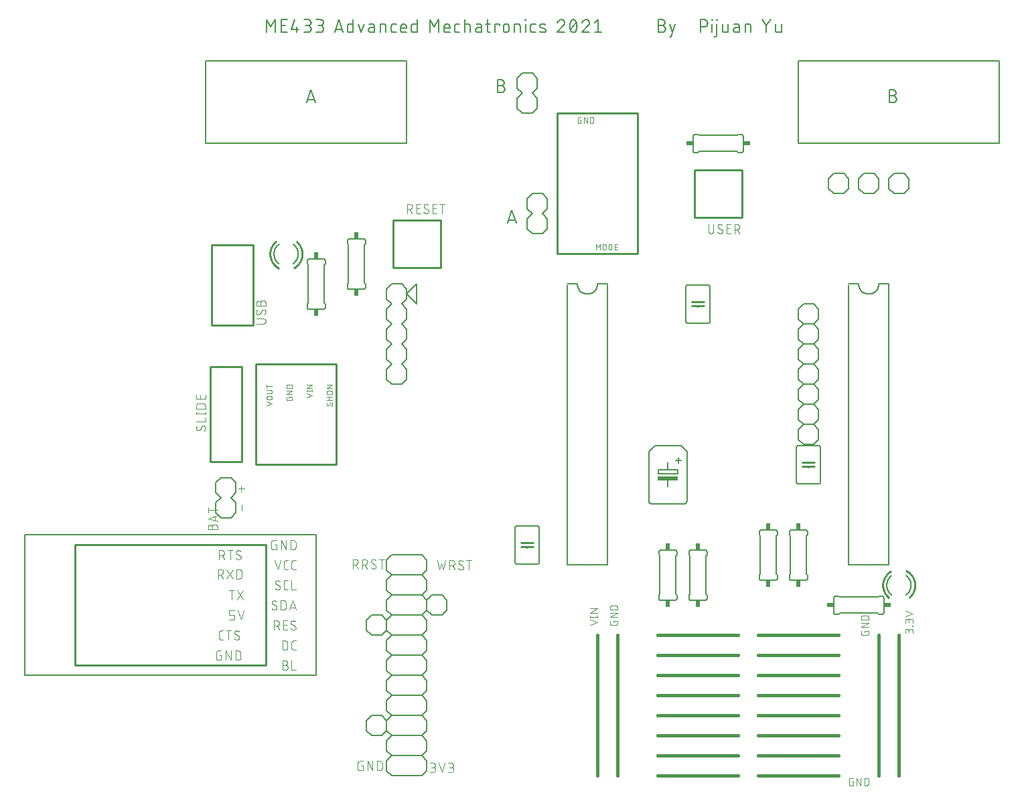
<source format=gto>
G75*
%MOIN*%
%OFA0B0*%
%FSLAX25Y25*%
%IPPOS*%
%LPD*%
%AMOC8*
5,1,8,0,0,1.08239X$1,22.5*
%
%ADD10C,0.00600*%
%ADD11C,0.01600*%
%ADD12C,0.00300*%
%ADD13C,0.00400*%
%ADD14C,0.01000*%
%ADD15C,0.00800*%
%ADD16R,0.02400X0.03400*%
%ADD17R,0.10000X0.02000*%
%ADD18C,0.00500*%
%ADD19R,0.03400X0.02400*%
D10*
X0245250Y0118300D02*
X0245250Y0135300D01*
X0245252Y0135360D01*
X0245257Y0135421D01*
X0245266Y0135480D01*
X0245279Y0135539D01*
X0245295Y0135598D01*
X0245315Y0135655D01*
X0245338Y0135710D01*
X0245365Y0135765D01*
X0245394Y0135817D01*
X0245427Y0135868D01*
X0245463Y0135917D01*
X0245501Y0135963D01*
X0245543Y0136007D01*
X0245587Y0136049D01*
X0245633Y0136087D01*
X0245682Y0136123D01*
X0245733Y0136156D01*
X0245785Y0136185D01*
X0245840Y0136212D01*
X0245895Y0136235D01*
X0245952Y0136255D01*
X0246011Y0136271D01*
X0246070Y0136284D01*
X0246129Y0136293D01*
X0246190Y0136298D01*
X0246250Y0136300D01*
X0256250Y0136300D01*
X0256310Y0136298D01*
X0256371Y0136293D01*
X0256430Y0136284D01*
X0256489Y0136271D01*
X0256548Y0136255D01*
X0256605Y0136235D01*
X0256660Y0136212D01*
X0256715Y0136185D01*
X0256767Y0136156D01*
X0256818Y0136123D01*
X0256867Y0136087D01*
X0256913Y0136049D01*
X0256957Y0136007D01*
X0256999Y0135963D01*
X0257037Y0135917D01*
X0257073Y0135868D01*
X0257106Y0135817D01*
X0257135Y0135765D01*
X0257162Y0135710D01*
X0257185Y0135655D01*
X0257205Y0135598D01*
X0257221Y0135539D01*
X0257234Y0135480D01*
X0257243Y0135421D01*
X0257248Y0135360D01*
X0257250Y0135300D01*
X0257250Y0118300D01*
X0257248Y0118240D01*
X0257243Y0118179D01*
X0257234Y0118120D01*
X0257221Y0118061D01*
X0257205Y0118002D01*
X0257185Y0117945D01*
X0257162Y0117890D01*
X0257135Y0117835D01*
X0257106Y0117783D01*
X0257073Y0117732D01*
X0257037Y0117683D01*
X0256999Y0117637D01*
X0256957Y0117593D01*
X0256913Y0117551D01*
X0256867Y0117513D01*
X0256818Y0117477D01*
X0256767Y0117444D01*
X0256715Y0117415D01*
X0256660Y0117388D01*
X0256605Y0117365D01*
X0256548Y0117345D01*
X0256489Y0117329D01*
X0256430Y0117316D01*
X0256371Y0117307D01*
X0256310Y0117302D01*
X0256250Y0117300D01*
X0246250Y0117300D01*
X0246190Y0117302D01*
X0246129Y0117307D01*
X0246070Y0117316D01*
X0246011Y0117329D01*
X0245952Y0117345D01*
X0245895Y0117365D01*
X0245840Y0117388D01*
X0245785Y0117415D01*
X0245733Y0117444D01*
X0245682Y0117477D01*
X0245633Y0117513D01*
X0245587Y0117551D01*
X0245543Y0117593D01*
X0245501Y0117637D01*
X0245463Y0117683D01*
X0245427Y0117732D01*
X0245394Y0117783D01*
X0245365Y0117835D01*
X0245338Y0117890D01*
X0245315Y0117945D01*
X0245295Y0118002D01*
X0245279Y0118061D01*
X0245266Y0118120D01*
X0245257Y0118179D01*
X0245252Y0118240D01*
X0245250Y0118300D01*
X0251250Y0125300D02*
X0251250Y0125800D01*
X0251250Y0127800D02*
X0251250Y0128300D01*
X0271250Y0116800D02*
X0271250Y0256300D01*
X0271250Y0256800D02*
X0276250Y0256800D01*
X0276252Y0256660D01*
X0276258Y0256520D01*
X0276268Y0256380D01*
X0276281Y0256240D01*
X0276299Y0256101D01*
X0276321Y0255962D01*
X0276346Y0255825D01*
X0276375Y0255687D01*
X0276408Y0255551D01*
X0276445Y0255416D01*
X0276486Y0255282D01*
X0276531Y0255149D01*
X0276579Y0255017D01*
X0276631Y0254887D01*
X0276686Y0254758D01*
X0276745Y0254631D01*
X0276808Y0254505D01*
X0276874Y0254381D01*
X0276943Y0254260D01*
X0277016Y0254140D01*
X0277093Y0254022D01*
X0277172Y0253907D01*
X0277255Y0253793D01*
X0277341Y0253683D01*
X0277430Y0253574D01*
X0277522Y0253468D01*
X0277617Y0253365D01*
X0277714Y0253264D01*
X0277815Y0253167D01*
X0277918Y0253072D01*
X0278024Y0252980D01*
X0278133Y0252891D01*
X0278243Y0252805D01*
X0278357Y0252722D01*
X0278472Y0252643D01*
X0278590Y0252566D01*
X0278710Y0252493D01*
X0278831Y0252424D01*
X0278955Y0252358D01*
X0279081Y0252295D01*
X0279208Y0252236D01*
X0279337Y0252181D01*
X0279467Y0252129D01*
X0279599Y0252081D01*
X0279732Y0252036D01*
X0279866Y0251995D01*
X0280001Y0251958D01*
X0280137Y0251925D01*
X0280275Y0251896D01*
X0280412Y0251871D01*
X0280551Y0251849D01*
X0280690Y0251831D01*
X0280830Y0251818D01*
X0280970Y0251808D01*
X0281110Y0251802D01*
X0281250Y0251800D01*
X0281390Y0251802D01*
X0281530Y0251808D01*
X0281670Y0251818D01*
X0281810Y0251831D01*
X0281949Y0251849D01*
X0282088Y0251871D01*
X0282225Y0251896D01*
X0282363Y0251925D01*
X0282499Y0251958D01*
X0282634Y0251995D01*
X0282768Y0252036D01*
X0282901Y0252081D01*
X0283033Y0252129D01*
X0283163Y0252181D01*
X0283292Y0252236D01*
X0283419Y0252295D01*
X0283545Y0252358D01*
X0283669Y0252424D01*
X0283790Y0252493D01*
X0283910Y0252566D01*
X0284028Y0252643D01*
X0284143Y0252722D01*
X0284257Y0252805D01*
X0284367Y0252891D01*
X0284476Y0252980D01*
X0284582Y0253072D01*
X0284685Y0253167D01*
X0284786Y0253264D01*
X0284883Y0253365D01*
X0284978Y0253468D01*
X0285070Y0253574D01*
X0285159Y0253683D01*
X0285245Y0253793D01*
X0285328Y0253907D01*
X0285407Y0254022D01*
X0285484Y0254140D01*
X0285557Y0254260D01*
X0285626Y0254381D01*
X0285692Y0254505D01*
X0285755Y0254631D01*
X0285814Y0254758D01*
X0285869Y0254887D01*
X0285921Y0255017D01*
X0285969Y0255149D01*
X0286014Y0255282D01*
X0286055Y0255416D01*
X0286092Y0255551D01*
X0286125Y0255687D01*
X0286154Y0255825D01*
X0286179Y0255962D01*
X0286201Y0256101D01*
X0286219Y0256240D01*
X0286232Y0256380D01*
X0286242Y0256520D01*
X0286248Y0256660D01*
X0286250Y0256800D01*
X0291250Y0256800D01*
X0291250Y0116800D01*
X0271250Y0116800D01*
X0311750Y0148800D02*
X0311750Y0173300D01*
X0314750Y0176300D01*
X0327750Y0176300D01*
X0330750Y0173300D01*
X0330750Y0148800D01*
X0330748Y0148724D01*
X0330742Y0148648D01*
X0330733Y0148573D01*
X0330719Y0148498D01*
X0330702Y0148424D01*
X0330681Y0148351D01*
X0330657Y0148279D01*
X0330628Y0148208D01*
X0330597Y0148139D01*
X0330562Y0148072D01*
X0330523Y0148007D01*
X0330481Y0147943D01*
X0330436Y0147882D01*
X0330388Y0147823D01*
X0330337Y0147767D01*
X0330283Y0147713D01*
X0330227Y0147662D01*
X0330168Y0147614D01*
X0330107Y0147569D01*
X0330043Y0147527D01*
X0329978Y0147488D01*
X0329911Y0147453D01*
X0329842Y0147422D01*
X0329771Y0147393D01*
X0329699Y0147369D01*
X0329626Y0147348D01*
X0329552Y0147331D01*
X0329477Y0147317D01*
X0329402Y0147308D01*
X0329326Y0147302D01*
X0329250Y0147300D01*
X0313250Y0147300D01*
X0313174Y0147302D01*
X0313098Y0147308D01*
X0313023Y0147317D01*
X0312948Y0147331D01*
X0312874Y0147348D01*
X0312801Y0147369D01*
X0312729Y0147393D01*
X0312658Y0147422D01*
X0312589Y0147453D01*
X0312522Y0147488D01*
X0312457Y0147527D01*
X0312393Y0147569D01*
X0312332Y0147614D01*
X0312273Y0147662D01*
X0312217Y0147713D01*
X0312163Y0147767D01*
X0312112Y0147823D01*
X0312064Y0147882D01*
X0312019Y0147943D01*
X0311977Y0148007D01*
X0311938Y0148072D01*
X0311903Y0148139D01*
X0311872Y0148208D01*
X0311843Y0148279D01*
X0311819Y0148351D01*
X0311798Y0148424D01*
X0311781Y0148498D01*
X0311767Y0148573D01*
X0311758Y0148648D01*
X0311752Y0148724D01*
X0311750Y0148800D01*
X0321250Y0155800D02*
X0321250Y0159300D01*
X0316450Y0162300D02*
X0326050Y0162300D01*
X0326050Y0164300D01*
X0321250Y0164300D01*
X0316450Y0164300D01*
X0316450Y0162300D01*
X0321250Y0164300D02*
X0321250Y0167800D01*
X0325350Y0168800D02*
X0327850Y0168800D01*
X0326650Y0167500D02*
X0326650Y0170100D01*
X0366750Y0133300D02*
X0366750Y0131800D01*
X0367250Y0131300D01*
X0367250Y0112300D01*
X0366750Y0111800D01*
X0366750Y0110300D01*
X0366752Y0110240D01*
X0366757Y0110179D01*
X0366766Y0110120D01*
X0366779Y0110061D01*
X0366795Y0110002D01*
X0366815Y0109945D01*
X0366838Y0109890D01*
X0366865Y0109835D01*
X0366894Y0109783D01*
X0366927Y0109732D01*
X0366963Y0109683D01*
X0367001Y0109637D01*
X0367043Y0109593D01*
X0367087Y0109551D01*
X0367133Y0109513D01*
X0367182Y0109477D01*
X0367233Y0109444D01*
X0367285Y0109415D01*
X0367340Y0109388D01*
X0367395Y0109365D01*
X0367452Y0109345D01*
X0367511Y0109329D01*
X0367570Y0109316D01*
X0367629Y0109307D01*
X0367690Y0109302D01*
X0367750Y0109300D01*
X0374750Y0109300D01*
X0374810Y0109302D01*
X0374871Y0109307D01*
X0374930Y0109316D01*
X0374989Y0109329D01*
X0375048Y0109345D01*
X0375105Y0109365D01*
X0375160Y0109388D01*
X0375215Y0109415D01*
X0375267Y0109444D01*
X0375318Y0109477D01*
X0375367Y0109513D01*
X0375413Y0109551D01*
X0375457Y0109593D01*
X0375499Y0109637D01*
X0375537Y0109683D01*
X0375573Y0109732D01*
X0375606Y0109783D01*
X0375635Y0109835D01*
X0375662Y0109890D01*
X0375685Y0109945D01*
X0375705Y0110002D01*
X0375721Y0110061D01*
X0375734Y0110120D01*
X0375743Y0110179D01*
X0375748Y0110240D01*
X0375750Y0110300D01*
X0375750Y0111800D01*
X0375250Y0112300D01*
X0375250Y0131300D01*
X0375750Y0131800D01*
X0375750Y0133300D01*
X0375748Y0133360D01*
X0375743Y0133421D01*
X0375734Y0133480D01*
X0375721Y0133539D01*
X0375705Y0133598D01*
X0375685Y0133655D01*
X0375662Y0133710D01*
X0375635Y0133765D01*
X0375606Y0133817D01*
X0375573Y0133868D01*
X0375537Y0133917D01*
X0375499Y0133963D01*
X0375457Y0134007D01*
X0375413Y0134049D01*
X0375367Y0134087D01*
X0375318Y0134123D01*
X0375267Y0134156D01*
X0375215Y0134185D01*
X0375160Y0134212D01*
X0375105Y0134235D01*
X0375048Y0134255D01*
X0374989Y0134271D01*
X0374930Y0134284D01*
X0374871Y0134293D01*
X0374810Y0134298D01*
X0374750Y0134300D01*
X0367750Y0134300D01*
X0367690Y0134298D01*
X0367629Y0134293D01*
X0367570Y0134284D01*
X0367511Y0134271D01*
X0367452Y0134255D01*
X0367395Y0134235D01*
X0367340Y0134212D01*
X0367285Y0134185D01*
X0367233Y0134156D01*
X0367182Y0134123D01*
X0367133Y0134087D01*
X0367087Y0134049D01*
X0367043Y0134007D01*
X0367001Y0133963D01*
X0366963Y0133917D01*
X0366927Y0133868D01*
X0366894Y0133817D01*
X0366865Y0133765D01*
X0366838Y0133710D01*
X0366815Y0133655D01*
X0366795Y0133598D01*
X0366779Y0133539D01*
X0366766Y0133480D01*
X0366757Y0133421D01*
X0366752Y0133360D01*
X0366750Y0133300D01*
X0381750Y0133300D02*
X0381750Y0131800D01*
X0382250Y0131300D01*
X0382250Y0112300D01*
X0381750Y0111800D01*
X0381750Y0110300D01*
X0381752Y0110240D01*
X0381757Y0110179D01*
X0381766Y0110120D01*
X0381779Y0110061D01*
X0381795Y0110002D01*
X0381815Y0109945D01*
X0381838Y0109890D01*
X0381865Y0109835D01*
X0381894Y0109783D01*
X0381927Y0109732D01*
X0381963Y0109683D01*
X0382001Y0109637D01*
X0382043Y0109593D01*
X0382087Y0109551D01*
X0382133Y0109513D01*
X0382182Y0109477D01*
X0382233Y0109444D01*
X0382285Y0109415D01*
X0382340Y0109388D01*
X0382395Y0109365D01*
X0382452Y0109345D01*
X0382511Y0109329D01*
X0382570Y0109316D01*
X0382629Y0109307D01*
X0382690Y0109302D01*
X0382750Y0109300D01*
X0389750Y0109300D01*
X0389810Y0109302D01*
X0389871Y0109307D01*
X0389930Y0109316D01*
X0389989Y0109329D01*
X0390048Y0109345D01*
X0390105Y0109365D01*
X0390160Y0109388D01*
X0390215Y0109415D01*
X0390267Y0109444D01*
X0390318Y0109477D01*
X0390367Y0109513D01*
X0390413Y0109551D01*
X0390457Y0109593D01*
X0390499Y0109637D01*
X0390537Y0109683D01*
X0390573Y0109732D01*
X0390606Y0109783D01*
X0390635Y0109835D01*
X0390662Y0109890D01*
X0390685Y0109945D01*
X0390705Y0110002D01*
X0390721Y0110061D01*
X0390734Y0110120D01*
X0390743Y0110179D01*
X0390748Y0110240D01*
X0390750Y0110300D01*
X0390750Y0111800D01*
X0390250Y0112300D01*
X0390250Y0131300D01*
X0390750Y0131800D01*
X0390750Y0133300D01*
X0390748Y0133360D01*
X0390743Y0133421D01*
X0390734Y0133480D01*
X0390721Y0133539D01*
X0390705Y0133598D01*
X0390685Y0133655D01*
X0390662Y0133710D01*
X0390635Y0133765D01*
X0390606Y0133817D01*
X0390573Y0133868D01*
X0390537Y0133917D01*
X0390499Y0133963D01*
X0390457Y0134007D01*
X0390413Y0134049D01*
X0390367Y0134087D01*
X0390318Y0134123D01*
X0390267Y0134156D01*
X0390215Y0134185D01*
X0390160Y0134212D01*
X0390105Y0134235D01*
X0390048Y0134255D01*
X0389989Y0134271D01*
X0389930Y0134284D01*
X0389871Y0134293D01*
X0389810Y0134298D01*
X0389750Y0134300D01*
X0382750Y0134300D01*
X0382690Y0134298D01*
X0382629Y0134293D01*
X0382570Y0134284D01*
X0382511Y0134271D01*
X0382452Y0134255D01*
X0382395Y0134235D01*
X0382340Y0134212D01*
X0382285Y0134185D01*
X0382233Y0134156D01*
X0382182Y0134123D01*
X0382133Y0134087D01*
X0382087Y0134049D01*
X0382043Y0134007D01*
X0382001Y0133963D01*
X0381963Y0133917D01*
X0381927Y0133868D01*
X0381894Y0133817D01*
X0381865Y0133765D01*
X0381838Y0133710D01*
X0381815Y0133655D01*
X0381795Y0133598D01*
X0381779Y0133539D01*
X0381766Y0133480D01*
X0381757Y0133421D01*
X0381752Y0133360D01*
X0381750Y0133300D01*
X0386250Y0157300D02*
X0396250Y0157300D01*
X0396310Y0157302D01*
X0396371Y0157307D01*
X0396430Y0157316D01*
X0396489Y0157329D01*
X0396548Y0157345D01*
X0396605Y0157365D01*
X0396660Y0157388D01*
X0396715Y0157415D01*
X0396767Y0157444D01*
X0396818Y0157477D01*
X0396867Y0157513D01*
X0396913Y0157551D01*
X0396957Y0157593D01*
X0396999Y0157637D01*
X0397037Y0157683D01*
X0397073Y0157732D01*
X0397106Y0157783D01*
X0397135Y0157835D01*
X0397162Y0157890D01*
X0397185Y0157945D01*
X0397205Y0158002D01*
X0397221Y0158061D01*
X0397234Y0158120D01*
X0397243Y0158179D01*
X0397248Y0158240D01*
X0397250Y0158300D01*
X0397250Y0175300D01*
X0397248Y0175360D01*
X0397243Y0175421D01*
X0397234Y0175480D01*
X0397221Y0175539D01*
X0397205Y0175598D01*
X0397185Y0175655D01*
X0397162Y0175710D01*
X0397135Y0175765D01*
X0397106Y0175817D01*
X0397073Y0175868D01*
X0397037Y0175917D01*
X0396999Y0175963D01*
X0396957Y0176007D01*
X0396913Y0176049D01*
X0396867Y0176087D01*
X0396818Y0176123D01*
X0396767Y0176156D01*
X0396715Y0176185D01*
X0396660Y0176212D01*
X0396605Y0176235D01*
X0396548Y0176255D01*
X0396489Y0176271D01*
X0396430Y0176284D01*
X0396371Y0176293D01*
X0396310Y0176298D01*
X0396250Y0176300D01*
X0386250Y0176300D01*
X0386190Y0176298D01*
X0386129Y0176293D01*
X0386070Y0176284D01*
X0386011Y0176271D01*
X0385952Y0176255D01*
X0385895Y0176235D01*
X0385840Y0176212D01*
X0385785Y0176185D01*
X0385733Y0176156D01*
X0385682Y0176123D01*
X0385633Y0176087D01*
X0385587Y0176049D01*
X0385543Y0176007D01*
X0385501Y0175963D01*
X0385463Y0175917D01*
X0385427Y0175868D01*
X0385394Y0175817D01*
X0385365Y0175765D01*
X0385338Y0175710D01*
X0385315Y0175655D01*
X0385295Y0175598D01*
X0385279Y0175539D01*
X0385266Y0175480D01*
X0385257Y0175421D01*
X0385252Y0175360D01*
X0385250Y0175300D01*
X0385250Y0158300D01*
X0385252Y0158240D01*
X0385257Y0158179D01*
X0385266Y0158120D01*
X0385279Y0158061D01*
X0385295Y0158002D01*
X0385315Y0157945D01*
X0385338Y0157890D01*
X0385365Y0157835D01*
X0385394Y0157783D01*
X0385427Y0157732D01*
X0385463Y0157683D01*
X0385501Y0157637D01*
X0385543Y0157593D01*
X0385587Y0157551D01*
X0385633Y0157513D01*
X0385682Y0157477D01*
X0385733Y0157444D01*
X0385785Y0157415D01*
X0385840Y0157388D01*
X0385895Y0157365D01*
X0385952Y0157345D01*
X0386011Y0157329D01*
X0386070Y0157316D01*
X0386129Y0157307D01*
X0386190Y0157302D01*
X0386250Y0157300D01*
X0391250Y0165300D02*
X0391250Y0165800D01*
X0391250Y0167800D02*
X0391250Y0168300D01*
X0339750Y0124300D02*
X0332750Y0124300D01*
X0332690Y0124298D01*
X0332629Y0124293D01*
X0332570Y0124284D01*
X0332511Y0124271D01*
X0332452Y0124255D01*
X0332395Y0124235D01*
X0332340Y0124212D01*
X0332285Y0124185D01*
X0332233Y0124156D01*
X0332182Y0124123D01*
X0332133Y0124087D01*
X0332087Y0124049D01*
X0332043Y0124007D01*
X0332001Y0123963D01*
X0331963Y0123917D01*
X0331927Y0123868D01*
X0331894Y0123817D01*
X0331865Y0123765D01*
X0331838Y0123710D01*
X0331815Y0123655D01*
X0331795Y0123598D01*
X0331779Y0123539D01*
X0331766Y0123480D01*
X0331757Y0123421D01*
X0331752Y0123360D01*
X0331750Y0123300D01*
X0331750Y0121800D01*
X0332250Y0121300D01*
X0332250Y0102300D01*
X0331750Y0101800D01*
X0331750Y0100300D01*
X0331752Y0100240D01*
X0331757Y0100179D01*
X0331766Y0100120D01*
X0331779Y0100061D01*
X0331795Y0100002D01*
X0331815Y0099945D01*
X0331838Y0099890D01*
X0331865Y0099835D01*
X0331894Y0099783D01*
X0331927Y0099732D01*
X0331963Y0099683D01*
X0332001Y0099637D01*
X0332043Y0099593D01*
X0332087Y0099551D01*
X0332133Y0099513D01*
X0332182Y0099477D01*
X0332233Y0099444D01*
X0332285Y0099415D01*
X0332340Y0099388D01*
X0332395Y0099365D01*
X0332452Y0099345D01*
X0332511Y0099329D01*
X0332570Y0099316D01*
X0332629Y0099307D01*
X0332690Y0099302D01*
X0332750Y0099300D01*
X0339750Y0099300D01*
X0339810Y0099302D01*
X0339871Y0099307D01*
X0339930Y0099316D01*
X0339989Y0099329D01*
X0340048Y0099345D01*
X0340105Y0099365D01*
X0340160Y0099388D01*
X0340215Y0099415D01*
X0340267Y0099444D01*
X0340318Y0099477D01*
X0340367Y0099513D01*
X0340413Y0099551D01*
X0340457Y0099593D01*
X0340499Y0099637D01*
X0340537Y0099683D01*
X0340573Y0099732D01*
X0340606Y0099783D01*
X0340635Y0099835D01*
X0340662Y0099890D01*
X0340685Y0099945D01*
X0340705Y0100002D01*
X0340721Y0100061D01*
X0340734Y0100120D01*
X0340743Y0100179D01*
X0340748Y0100240D01*
X0340750Y0100300D01*
X0340750Y0101800D01*
X0340250Y0102300D01*
X0340250Y0121300D01*
X0340750Y0121800D01*
X0340750Y0123300D01*
X0340748Y0123360D01*
X0340743Y0123421D01*
X0340734Y0123480D01*
X0340721Y0123539D01*
X0340705Y0123598D01*
X0340685Y0123655D01*
X0340662Y0123710D01*
X0340635Y0123765D01*
X0340606Y0123817D01*
X0340573Y0123868D01*
X0340537Y0123917D01*
X0340499Y0123963D01*
X0340457Y0124007D01*
X0340413Y0124049D01*
X0340367Y0124087D01*
X0340318Y0124123D01*
X0340267Y0124156D01*
X0340215Y0124185D01*
X0340160Y0124212D01*
X0340105Y0124235D01*
X0340048Y0124255D01*
X0339989Y0124271D01*
X0339930Y0124284D01*
X0339871Y0124293D01*
X0339810Y0124298D01*
X0339750Y0124300D01*
X0325750Y0123300D02*
X0325750Y0121800D01*
X0325250Y0121300D01*
X0325250Y0102300D01*
X0325750Y0101800D01*
X0325750Y0100300D01*
X0325748Y0100240D01*
X0325743Y0100179D01*
X0325734Y0100120D01*
X0325721Y0100061D01*
X0325705Y0100002D01*
X0325685Y0099945D01*
X0325662Y0099890D01*
X0325635Y0099835D01*
X0325606Y0099783D01*
X0325573Y0099732D01*
X0325537Y0099683D01*
X0325499Y0099637D01*
X0325457Y0099593D01*
X0325413Y0099551D01*
X0325367Y0099513D01*
X0325318Y0099477D01*
X0325267Y0099444D01*
X0325215Y0099415D01*
X0325160Y0099388D01*
X0325105Y0099365D01*
X0325048Y0099345D01*
X0324989Y0099329D01*
X0324930Y0099316D01*
X0324871Y0099307D01*
X0324810Y0099302D01*
X0324750Y0099300D01*
X0317750Y0099300D01*
X0317690Y0099302D01*
X0317629Y0099307D01*
X0317570Y0099316D01*
X0317511Y0099329D01*
X0317452Y0099345D01*
X0317395Y0099365D01*
X0317340Y0099388D01*
X0317285Y0099415D01*
X0317233Y0099444D01*
X0317182Y0099477D01*
X0317133Y0099513D01*
X0317087Y0099551D01*
X0317043Y0099593D01*
X0317001Y0099637D01*
X0316963Y0099683D01*
X0316927Y0099732D01*
X0316894Y0099783D01*
X0316865Y0099835D01*
X0316838Y0099890D01*
X0316815Y0099945D01*
X0316795Y0100002D01*
X0316779Y0100061D01*
X0316766Y0100120D01*
X0316757Y0100179D01*
X0316752Y0100240D01*
X0316750Y0100300D01*
X0316750Y0101800D01*
X0317250Y0102300D01*
X0317250Y0121300D01*
X0316750Y0121800D01*
X0316750Y0123300D01*
X0316752Y0123360D01*
X0316757Y0123421D01*
X0316766Y0123480D01*
X0316779Y0123539D01*
X0316795Y0123598D01*
X0316815Y0123655D01*
X0316838Y0123710D01*
X0316865Y0123765D01*
X0316894Y0123817D01*
X0316927Y0123868D01*
X0316963Y0123917D01*
X0317001Y0123963D01*
X0317043Y0124007D01*
X0317087Y0124049D01*
X0317133Y0124087D01*
X0317182Y0124123D01*
X0317233Y0124156D01*
X0317285Y0124185D01*
X0317340Y0124212D01*
X0317395Y0124235D01*
X0317452Y0124255D01*
X0317511Y0124271D01*
X0317570Y0124284D01*
X0317629Y0124293D01*
X0317690Y0124298D01*
X0317750Y0124300D01*
X0324750Y0124300D01*
X0324810Y0124298D01*
X0324871Y0124293D01*
X0324930Y0124284D01*
X0324989Y0124271D01*
X0325048Y0124255D01*
X0325105Y0124235D01*
X0325160Y0124212D01*
X0325215Y0124185D01*
X0325267Y0124156D01*
X0325318Y0124123D01*
X0325367Y0124087D01*
X0325413Y0124049D01*
X0325457Y0124007D01*
X0325499Y0123963D01*
X0325537Y0123917D01*
X0325573Y0123868D01*
X0325606Y0123817D01*
X0325635Y0123765D01*
X0325662Y0123710D01*
X0325685Y0123655D01*
X0325705Y0123598D01*
X0325721Y0123539D01*
X0325734Y0123480D01*
X0325743Y0123421D01*
X0325748Y0123360D01*
X0325750Y0123300D01*
X0403750Y0100300D02*
X0403750Y0093300D01*
X0403752Y0093240D01*
X0403757Y0093179D01*
X0403766Y0093120D01*
X0403779Y0093061D01*
X0403795Y0093002D01*
X0403815Y0092945D01*
X0403838Y0092890D01*
X0403865Y0092835D01*
X0403894Y0092783D01*
X0403927Y0092732D01*
X0403963Y0092683D01*
X0404001Y0092637D01*
X0404043Y0092593D01*
X0404087Y0092551D01*
X0404133Y0092513D01*
X0404182Y0092477D01*
X0404233Y0092444D01*
X0404285Y0092415D01*
X0404340Y0092388D01*
X0404395Y0092365D01*
X0404452Y0092345D01*
X0404511Y0092329D01*
X0404570Y0092316D01*
X0404629Y0092307D01*
X0404690Y0092302D01*
X0404750Y0092300D01*
X0406250Y0092300D01*
X0406750Y0092800D01*
X0425750Y0092800D01*
X0426250Y0092300D01*
X0427750Y0092300D01*
X0427810Y0092302D01*
X0427871Y0092307D01*
X0427930Y0092316D01*
X0427989Y0092329D01*
X0428048Y0092345D01*
X0428105Y0092365D01*
X0428160Y0092388D01*
X0428215Y0092415D01*
X0428267Y0092444D01*
X0428318Y0092477D01*
X0428367Y0092513D01*
X0428413Y0092551D01*
X0428457Y0092593D01*
X0428499Y0092637D01*
X0428537Y0092683D01*
X0428573Y0092732D01*
X0428606Y0092783D01*
X0428635Y0092835D01*
X0428662Y0092890D01*
X0428685Y0092945D01*
X0428705Y0093002D01*
X0428721Y0093061D01*
X0428734Y0093120D01*
X0428743Y0093179D01*
X0428748Y0093240D01*
X0428750Y0093300D01*
X0428750Y0100300D01*
X0428748Y0100360D01*
X0428743Y0100421D01*
X0428734Y0100480D01*
X0428721Y0100539D01*
X0428705Y0100598D01*
X0428685Y0100655D01*
X0428662Y0100710D01*
X0428635Y0100765D01*
X0428606Y0100817D01*
X0428573Y0100868D01*
X0428537Y0100917D01*
X0428499Y0100963D01*
X0428457Y0101007D01*
X0428413Y0101049D01*
X0428367Y0101087D01*
X0428318Y0101123D01*
X0428267Y0101156D01*
X0428215Y0101185D01*
X0428160Y0101212D01*
X0428105Y0101235D01*
X0428048Y0101255D01*
X0427989Y0101271D01*
X0427930Y0101284D01*
X0427871Y0101293D01*
X0427810Y0101298D01*
X0427750Y0101300D01*
X0426250Y0101300D01*
X0425750Y0100800D01*
X0406750Y0100800D01*
X0406250Y0101300D01*
X0404750Y0101300D01*
X0404690Y0101298D01*
X0404629Y0101293D01*
X0404570Y0101284D01*
X0404511Y0101271D01*
X0404452Y0101255D01*
X0404395Y0101235D01*
X0404340Y0101212D01*
X0404285Y0101185D01*
X0404233Y0101156D01*
X0404182Y0101123D01*
X0404133Y0101087D01*
X0404087Y0101049D01*
X0404043Y0101007D01*
X0404001Y0100963D01*
X0403963Y0100917D01*
X0403927Y0100868D01*
X0403894Y0100817D01*
X0403865Y0100765D01*
X0403838Y0100710D01*
X0403815Y0100655D01*
X0403795Y0100598D01*
X0403779Y0100539D01*
X0403766Y0100480D01*
X0403757Y0100421D01*
X0403752Y0100360D01*
X0403750Y0100300D01*
X0411250Y0116800D02*
X0411250Y0256300D01*
X0411250Y0256800D02*
X0416250Y0256800D01*
X0416252Y0256660D01*
X0416258Y0256520D01*
X0416268Y0256380D01*
X0416281Y0256240D01*
X0416299Y0256101D01*
X0416321Y0255962D01*
X0416346Y0255825D01*
X0416375Y0255687D01*
X0416408Y0255551D01*
X0416445Y0255416D01*
X0416486Y0255282D01*
X0416531Y0255149D01*
X0416579Y0255017D01*
X0416631Y0254887D01*
X0416686Y0254758D01*
X0416745Y0254631D01*
X0416808Y0254505D01*
X0416874Y0254381D01*
X0416943Y0254260D01*
X0417016Y0254140D01*
X0417093Y0254022D01*
X0417172Y0253907D01*
X0417255Y0253793D01*
X0417341Y0253683D01*
X0417430Y0253574D01*
X0417522Y0253468D01*
X0417617Y0253365D01*
X0417714Y0253264D01*
X0417815Y0253167D01*
X0417918Y0253072D01*
X0418024Y0252980D01*
X0418133Y0252891D01*
X0418243Y0252805D01*
X0418357Y0252722D01*
X0418472Y0252643D01*
X0418590Y0252566D01*
X0418710Y0252493D01*
X0418831Y0252424D01*
X0418955Y0252358D01*
X0419081Y0252295D01*
X0419208Y0252236D01*
X0419337Y0252181D01*
X0419467Y0252129D01*
X0419599Y0252081D01*
X0419732Y0252036D01*
X0419866Y0251995D01*
X0420001Y0251958D01*
X0420137Y0251925D01*
X0420275Y0251896D01*
X0420412Y0251871D01*
X0420551Y0251849D01*
X0420690Y0251831D01*
X0420830Y0251818D01*
X0420970Y0251808D01*
X0421110Y0251802D01*
X0421250Y0251800D01*
X0421390Y0251802D01*
X0421530Y0251808D01*
X0421670Y0251818D01*
X0421810Y0251831D01*
X0421949Y0251849D01*
X0422088Y0251871D01*
X0422225Y0251896D01*
X0422363Y0251925D01*
X0422499Y0251958D01*
X0422634Y0251995D01*
X0422768Y0252036D01*
X0422901Y0252081D01*
X0423033Y0252129D01*
X0423163Y0252181D01*
X0423292Y0252236D01*
X0423419Y0252295D01*
X0423545Y0252358D01*
X0423669Y0252424D01*
X0423790Y0252493D01*
X0423910Y0252566D01*
X0424028Y0252643D01*
X0424143Y0252722D01*
X0424257Y0252805D01*
X0424367Y0252891D01*
X0424476Y0252980D01*
X0424582Y0253072D01*
X0424685Y0253167D01*
X0424786Y0253264D01*
X0424883Y0253365D01*
X0424978Y0253468D01*
X0425070Y0253574D01*
X0425159Y0253683D01*
X0425245Y0253793D01*
X0425328Y0253907D01*
X0425407Y0254022D01*
X0425484Y0254140D01*
X0425557Y0254260D01*
X0425626Y0254381D01*
X0425692Y0254505D01*
X0425755Y0254631D01*
X0425814Y0254758D01*
X0425869Y0254887D01*
X0425921Y0255017D01*
X0425969Y0255149D01*
X0426014Y0255282D01*
X0426055Y0255416D01*
X0426092Y0255551D01*
X0426125Y0255687D01*
X0426154Y0255825D01*
X0426179Y0255962D01*
X0426201Y0256101D01*
X0426219Y0256240D01*
X0426232Y0256380D01*
X0426242Y0256520D01*
X0426248Y0256660D01*
X0426250Y0256800D01*
X0431250Y0256800D01*
X0431250Y0116800D01*
X0411250Y0116800D01*
X0439737Y0101918D02*
X0439862Y0102009D01*
X0439984Y0102103D01*
X0440103Y0102201D01*
X0440220Y0102301D01*
X0440334Y0102405D01*
X0440446Y0102511D01*
X0440554Y0102620D01*
X0440660Y0102732D01*
X0440763Y0102847D01*
X0440863Y0102964D01*
X0440961Y0103084D01*
X0441054Y0103206D01*
X0441145Y0103330D01*
X0441233Y0103457D01*
X0441317Y0103586D01*
X0441398Y0103718D01*
X0441475Y0103851D01*
X0441549Y0103986D01*
X0441620Y0104123D01*
X0441687Y0104262D01*
X0441750Y0104402D01*
X0441810Y0104545D01*
X0441866Y0104688D01*
X0441918Y0104833D01*
X0441967Y0104979D01*
X0442012Y0105127D01*
X0442053Y0105275D01*
X0442090Y0105425D01*
X0442124Y0105575D01*
X0442153Y0105727D01*
X0442179Y0105879D01*
X0442201Y0106031D01*
X0442218Y0106184D01*
X0442232Y0106338D01*
X0442242Y0106492D01*
X0442248Y0106646D01*
X0442250Y0106800D01*
X0432567Y0111536D02*
X0432448Y0111442D01*
X0432332Y0111344D01*
X0432218Y0111244D01*
X0432107Y0111140D01*
X0431999Y0111034D01*
X0431893Y0110926D01*
X0431791Y0110814D01*
X0431691Y0110700D01*
X0431593Y0110584D01*
X0431499Y0110465D01*
X0431408Y0110344D01*
X0431320Y0110220D01*
X0431235Y0110094D01*
X0431154Y0109967D01*
X0431075Y0109837D01*
X0431000Y0109705D01*
X0430929Y0109572D01*
X0430860Y0109436D01*
X0430795Y0109299D01*
X0430734Y0109161D01*
X0430676Y0109020D01*
X0430622Y0108879D01*
X0430571Y0108736D01*
X0430524Y0108592D01*
X0430480Y0108447D01*
X0430441Y0108300D01*
X0430405Y0108153D01*
X0430372Y0108005D01*
X0430344Y0107856D01*
X0430319Y0107706D01*
X0430298Y0107556D01*
X0430281Y0107406D01*
X0430267Y0107254D01*
X0430258Y0107103D01*
X0430252Y0106952D01*
X0430250Y0106800D01*
X0439850Y0111600D02*
X0439969Y0111508D01*
X0440086Y0111414D01*
X0440200Y0111316D01*
X0440312Y0111216D01*
X0440422Y0111112D01*
X0440528Y0111007D01*
X0440633Y0110898D01*
X0440734Y0110787D01*
X0440832Y0110673D01*
X0440928Y0110557D01*
X0441021Y0110439D01*
X0441110Y0110318D01*
X0441197Y0110195D01*
X0441280Y0110070D01*
X0441361Y0109943D01*
X0441438Y0109814D01*
X0441512Y0109683D01*
X0441583Y0109550D01*
X0441650Y0109416D01*
X0441714Y0109280D01*
X0441774Y0109142D01*
X0441831Y0109003D01*
X0441884Y0108862D01*
X0441934Y0108720D01*
X0441981Y0108577D01*
X0442023Y0108433D01*
X0442063Y0108288D01*
X0442098Y0108142D01*
X0442130Y0107995D01*
X0442158Y0107847D01*
X0442182Y0107699D01*
X0442203Y0107550D01*
X0442220Y0107400D01*
X0442233Y0107251D01*
X0442242Y0107101D01*
X0442248Y0106950D01*
X0442250Y0106800D01*
X0432567Y0102064D02*
X0432448Y0102158D01*
X0432332Y0102256D01*
X0432218Y0102356D01*
X0432107Y0102460D01*
X0431999Y0102566D01*
X0431893Y0102674D01*
X0431791Y0102786D01*
X0431691Y0102900D01*
X0431593Y0103016D01*
X0431499Y0103135D01*
X0431408Y0103256D01*
X0431320Y0103380D01*
X0431235Y0103506D01*
X0431154Y0103633D01*
X0431075Y0103763D01*
X0431000Y0103895D01*
X0430929Y0104028D01*
X0430860Y0104164D01*
X0430795Y0104301D01*
X0430734Y0104439D01*
X0430676Y0104580D01*
X0430622Y0104721D01*
X0430571Y0104864D01*
X0430524Y0105008D01*
X0430480Y0105153D01*
X0430441Y0105300D01*
X0430405Y0105447D01*
X0430372Y0105595D01*
X0430344Y0105744D01*
X0430319Y0105894D01*
X0430298Y0106044D01*
X0430281Y0106194D01*
X0430267Y0106346D01*
X0430258Y0106497D01*
X0430252Y0106648D01*
X0430250Y0106800D01*
X0341250Y0237300D02*
X0331250Y0237300D01*
X0331190Y0237302D01*
X0331129Y0237307D01*
X0331070Y0237316D01*
X0331011Y0237329D01*
X0330952Y0237345D01*
X0330895Y0237365D01*
X0330840Y0237388D01*
X0330785Y0237415D01*
X0330733Y0237444D01*
X0330682Y0237477D01*
X0330633Y0237513D01*
X0330587Y0237551D01*
X0330543Y0237593D01*
X0330501Y0237637D01*
X0330463Y0237683D01*
X0330427Y0237732D01*
X0330394Y0237783D01*
X0330365Y0237835D01*
X0330338Y0237890D01*
X0330315Y0237945D01*
X0330295Y0238002D01*
X0330279Y0238061D01*
X0330266Y0238120D01*
X0330257Y0238179D01*
X0330252Y0238240D01*
X0330250Y0238300D01*
X0330250Y0255300D01*
X0330252Y0255360D01*
X0330257Y0255421D01*
X0330266Y0255480D01*
X0330279Y0255539D01*
X0330295Y0255598D01*
X0330315Y0255655D01*
X0330338Y0255710D01*
X0330365Y0255765D01*
X0330394Y0255817D01*
X0330427Y0255868D01*
X0330463Y0255917D01*
X0330501Y0255963D01*
X0330543Y0256007D01*
X0330587Y0256049D01*
X0330633Y0256087D01*
X0330682Y0256123D01*
X0330733Y0256156D01*
X0330785Y0256185D01*
X0330840Y0256212D01*
X0330895Y0256235D01*
X0330952Y0256255D01*
X0331011Y0256271D01*
X0331070Y0256284D01*
X0331129Y0256293D01*
X0331190Y0256298D01*
X0331250Y0256300D01*
X0341250Y0256300D01*
X0341310Y0256298D01*
X0341371Y0256293D01*
X0341430Y0256284D01*
X0341489Y0256271D01*
X0341548Y0256255D01*
X0341605Y0256235D01*
X0341660Y0256212D01*
X0341715Y0256185D01*
X0341767Y0256156D01*
X0341818Y0256123D01*
X0341867Y0256087D01*
X0341913Y0256049D01*
X0341957Y0256007D01*
X0341999Y0255963D01*
X0342037Y0255917D01*
X0342073Y0255868D01*
X0342106Y0255817D01*
X0342135Y0255765D01*
X0342162Y0255710D01*
X0342185Y0255655D01*
X0342205Y0255598D01*
X0342221Y0255539D01*
X0342234Y0255480D01*
X0342243Y0255421D01*
X0342248Y0255360D01*
X0342250Y0255300D01*
X0342250Y0238300D01*
X0342248Y0238240D01*
X0342243Y0238179D01*
X0342234Y0238120D01*
X0342221Y0238061D01*
X0342205Y0238002D01*
X0342185Y0237945D01*
X0342162Y0237890D01*
X0342135Y0237835D01*
X0342106Y0237783D01*
X0342073Y0237732D01*
X0342037Y0237683D01*
X0341999Y0237637D01*
X0341957Y0237593D01*
X0341913Y0237551D01*
X0341867Y0237513D01*
X0341818Y0237477D01*
X0341767Y0237444D01*
X0341715Y0237415D01*
X0341660Y0237388D01*
X0341605Y0237365D01*
X0341548Y0237345D01*
X0341489Y0237329D01*
X0341430Y0237316D01*
X0341371Y0237307D01*
X0341310Y0237302D01*
X0341250Y0237300D01*
X0336250Y0245300D02*
X0336250Y0245800D01*
X0336250Y0247800D02*
X0336250Y0248300D01*
X0336250Y0322300D02*
X0334750Y0322300D01*
X0334690Y0322302D01*
X0334629Y0322307D01*
X0334570Y0322316D01*
X0334511Y0322329D01*
X0334452Y0322345D01*
X0334395Y0322365D01*
X0334340Y0322388D01*
X0334285Y0322415D01*
X0334233Y0322444D01*
X0334182Y0322477D01*
X0334133Y0322513D01*
X0334087Y0322551D01*
X0334043Y0322593D01*
X0334001Y0322637D01*
X0333963Y0322683D01*
X0333927Y0322732D01*
X0333894Y0322783D01*
X0333865Y0322835D01*
X0333838Y0322890D01*
X0333815Y0322945D01*
X0333795Y0323002D01*
X0333779Y0323061D01*
X0333766Y0323120D01*
X0333757Y0323179D01*
X0333752Y0323240D01*
X0333750Y0323300D01*
X0333750Y0330300D01*
X0333752Y0330360D01*
X0333757Y0330421D01*
X0333766Y0330480D01*
X0333779Y0330539D01*
X0333795Y0330598D01*
X0333815Y0330655D01*
X0333838Y0330710D01*
X0333865Y0330765D01*
X0333894Y0330817D01*
X0333927Y0330868D01*
X0333963Y0330917D01*
X0334001Y0330963D01*
X0334043Y0331007D01*
X0334087Y0331049D01*
X0334133Y0331087D01*
X0334182Y0331123D01*
X0334233Y0331156D01*
X0334285Y0331185D01*
X0334340Y0331212D01*
X0334395Y0331235D01*
X0334452Y0331255D01*
X0334511Y0331271D01*
X0334570Y0331284D01*
X0334629Y0331293D01*
X0334690Y0331298D01*
X0334750Y0331300D01*
X0336250Y0331300D01*
X0336750Y0330800D01*
X0355750Y0330800D01*
X0356250Y0331300D01*
X0357750Y0331300D01*
X0357810Y0331298D01*
X0357871Y0331293D01*
X0357930Y0331284D01*
X0357989Y0331271D01*
X0358048Y0331255D01*
X0358105Y0331235D01*
X0358160Y0331212D01*
X0358215Y0331185D01*
X0358267Y0331156D01*
X0358318Y0331123D01*
X0358367Y0331087D01*
X0358413Y0331049D01*
X0358457Y0331007D01*
X0358499Y0330963D01*
X0358537Y0330917D01*
X0358573Y0330868D01*
X0358606Y0330817D01*
X0358635Y0330765D01*
X0358662Y0330710D01*
X0358685Y0330655D01*
X0358705Y0330598D01*
X0358721Y0330539D01*
X0358734Y0330480D01*
X0358743Y0330421D01*
X0358748Y0330360D01*
X0358750Y0330300D01*
X0358750Y0323300D01*
X0358748Y0323240D01*
X0358743Y0323179D01*
X0358734Y0323120D01*
X0358721Y0323061D01*
X0358705Y0323002D01*
X0358685Y0322945D01*
X0358662Y0322890D01*
X0358635Y0322835D01*
X0358606Y0322783D01*
X0358573Y0322732D01*
X0358537Y0322683D01*
X0358499Y0322637D01*
X0358457Y0322593D01*
X0358413Y0322551D01*
X0358367Y0322513D01*
X0358318Y0322477D01*
X0358267Y0322444D01*
X0358215Y0322415D01*
X0358160Y0322388D01*
X0358105Y0322365D01*
X0358048Y0322345D01*
X0357989Y0322329D01*
X0357930Y0322316D01*
X0357871Y0322307D01*
X0357810Y0322302D01*
X0357750Y0322300D01*
X0356250Y0322300D01*
X0355750Y0322800D01*
X0336750Y0322800D01*
X0336250Y0322300D01*
X0386250Y0326800D02*
X0486250Y0326800D01*
X0486250Y0367800D01*
X0386250Y0367800D01*
X0386250Y0326800D01*
X0431550Y0347100D02*
X0431550Y0353500D01*
X0433328Y0353500D01*
X0433402Y0353498D01*
X0433477Y0353492D01*
X0433550Y0353482D01*
X0433624Y0353469D01*
X0433696Y0353452D01*
X0433767Y0353430D01*
X0433838Y0353406D01*
X0433906Y0353377D01*
X0433974Y0353345D01*
X0434039Y0353309D01*
X0434102Y0353271D01*
X0434164Y0353228D01*
X0434223Y0353183D01*
X0434280Y0353135D01*
X0434334Y0353084D01*
X0434385Y0353030D01*
X0434433Y0352973D01*
X0434478Y0352914D01*
X0434521Y0352852D01*
X0434559Y0352789D01*
X0434595Y0352724D01*
X0434627Y0352656D01*
X0434656Y0352588D01*
X0434680Y0352517D01*
X0434702Y0352446D01*
X0434719Y0352374D01*
X0434732Y0352300D01*
X0434742Y0352227D01*
X0434748Y0352152D01*
X0434750Y0352078D01*
X0434748Y0352004D01*
X0434742Y0351929D01*
X0434732Y0351856D01*
X0434719Y0351782D01*
X0434702Y0351710D01*
X0434680Y0351639D01*
X0434656Y0351568D01*
X0434627Y0351500D01*
X0434595Y0351432D01*
X0434559Y0351367D01*
X0434521Y0351304D01*
X0434478Y0351242D01*
X0434433Y0351183D01*
X0434385Y0351126D01*
X0434334Y0351072D01*
X0434280Y0351021D01*
X0434223Y0350973D01*
X0434164Y0350928D01*
X0434102Y0350885D01*
X0434039Y0350847D01*
X0433974Y0350811D01*
X0433906Y0350779D01*
X0433838Y0350750D01*
X0433767Y0350726D01*
X0433696Y0350704D01*
X0433624Y0350687D01*
X0433550Y0350674D01*
X0433477Y0350664D01*
X0433402Y0350658D01*
X0433328Y0350656D01*
X0431550Y0350656D01*
X0433328Y0350656D02*
X0433411Y0350654D01*
X0433494Y0350648D01*
X0433577Y0350638D01*
X0433660Y0350625D01*
X0433741Y0350607D01*
X0433822Y0350586D01*
X0433901Y0350561D01*
X0433979Y0350532D01*
X0434056Y0350500D01*
X0434131Y0350464D01*
X0434205Y0350425D01*
X0434276Y0350382D01*
X0434346Y0350336D01*
X0434413Y0350286D01*
X0434478Y0350234D01*
X0434540Y0350179D01*
X0434600Y0350120D01*
X0434657Y0350059D01*
X0434711Y0349996D01*
X0434762Y0349930D01*
X0434809Y0349861D01*
X0434854Y0349791D01*
X0434895Y0349718D01*
X0434932Y0349644D01*
X0434967Y0349568D01*
X0434997Y0349490D01*
X0435024Y0349412D01*
X0435047Y0349331D01*
X0435067Y0349250D01*
X0435082Y0349168D01*
X0435094Y0349086D01*
X0435102Y0349003D01*
X0435106Y0348920D01*
X0435106Y0348836D01*
X0435102Y0348753D01*
X0435094Y0348670D01*
X0435082Y0348588D01*
X0435067Y0348506D01*
X0435047Y0348425D01*
X0435024Y0348344D01*
X0434997Y0348266D01*
X0434967Y0348188D01*
X0434932Y0348112D01*
X0434895Y0348038D01*
X0434854Y0347965D01*
X0434809Y0347895D01*
X0434762Y0347826D01*
X0434711Y0347760D01*
X0434657Y0347697D01*
X0434600Y0347636D01*
X0434540Y0347577D01*
X0434478Y0347522D01*
X0434413Y0347470D01*
X0434346Y0347420D01*
X0434276Y0347374D01*
X0434205Y0347331D01*
X0434131Y0347292D01*
X0434056Y0347256D01*
X0433979Y0347224D01*
X0433901Y0347195D01*
X0433822Y0347170D01*
X0433741Y0347149D01*
X0433660Y0347131D01*
X0433577Y0347118D01*
X0433494Y0347108D01*
X0433411Y0347102D01*
X0433328Y0347100D01*
X0431550Y0347100D01*
X0377720Y0382100D02*
X0377720Y0386367D01*
X0374875Y0386367D02*
X0374875Y0383167D01*
X0374877Y0383103D01*
X0374883Y0383038D01*
X0374892Y0382975D01*
X0374906Y0382912D01*
X0374923Y0382850D01*
X0374944Y0382789D01*
X0374969Y0382729D01*
X0374997Y0382671D01*
X0375029Y0382615D01*
X0375064Y0382561D01*
X0375102Y0382509D01*
X0375143Y0382459D01*
X0375188Y0382413D01*
X0375234Y0382368D01*
X0375284Y0382327D01*
X0375336Y0382289D01*
X0375390Y0382254D01*
X0375446Y0382222D01*
X0375504Y0382194D01*
X0375564Y0382169D01*
X0375625Y0382148D01*
X0375687Y0382131D01*
X0375750Y0382117D01*
X0375813Y0382108D01*
X0375878Y0382102D01*
X0375942Y0382100D01*
X0377720Y0382100D01*
X0370349Y0382100D02*
X0370349Y0385478D01*
X0372482Y0388500D01*
X0370349Y0385478D02*
X0368215Y0388500D01*
X0362540Y0385300D02*
X0362540Y0382100D01*
X0359695Y0382100D02*
X0359695Y0386367D01*
X0361473Y0386367D01*
X0361537Y0386365D01*
X0361602Y0386359D01*
X0361665Y0386350D01*
X0361728Y0386336D01*
X0361790Y0386319D01*
X0361851Y0386298D01*
X0361911Y0386273D01*
X0361969Y0386245D01*
X0362025Y0386213D01*
X0362079Y0386178D01*
X0362131Y0386140D01*
X0362181Y0386099D01*
X0362227Y0386054D01*
X0362272Y0386008D01*
X0362313Y0385958D01*
X0362351Y0385906D01*
X0362386Y0385852D01*
X0362418Y0385796D01*
X0362446Y0385738D01*
X0362471Y0385678D01*
X0362492Y0385617D01*
X0362509Y0385555D01*
X0362523Y0385492D01*
X0362532Y0385429D01*
X0362538Y0385364D01*
X0362540Y0385300D01*
X0356767Y0385300D02*
X0356767Y0382100D01*
X0355167Y0382100D01*
X0355097Y0382102D01*
X0355028Y0382108D01*
X0354959Y0382118D01*
X0354890Y0382131D01*
X0354823Y0382149D01*
X0354756Y0382170D01*
X0354691Y0382195D01*
X0354627Y0382223D01*
X0354565Y0382255D01*
X0354505Y0382291D01*
X0354447Y0382329D01*
X0354391Y0382371D01*
X0354338Y0382416D01*
X0354287Y0382464D01*
X0354239Y0382515D01*
X0354194Y0382568D01*
X0354152Y0382624D01*
X0354114Y0382682D01*
X0354078Y0382742D01*
X0354046Y0382804D01*
X0354018Y0382868D01*
X0353993Y0382933D01*
X0353972Y0383000D01*
X0353954Y0383067D01*
X0353941Y0383136D01*
X0353931Y0383205D01*
X0353925Y0383274D01*
X0353923Y0383344D01*
X0353925Y0383414D01*
X0353931Y0383483D01*
X0353941Y0383552D01*
X0353954Y0383621D01*
X0353972Y0383688D01*
X0353993Y0383755D01*
X0354018Y0383820D01*
X0354046Y0383884D01*
X0354078Y0383946D01*
X0354114Y0384006D01*
X0354152Y0384064D01*
X0354194Y0384120D01*
X0354239Y0384173D01*
X0354287Y0384224D01*
X0354338Y0384272D01*
X0354391Y0384317D01*
X0354447Y0384359D01*
X0354505Y0384397D01*
X0354565Y0384433D01*
X0354627Y0384465D01*
X0354691Y0384493D01*
X0354756Y0384518D01*
X0354823Y0384539D01*
X0354890Y0384557D01*
X0354959Y0384570D01*
X0355028Y0384580D01*
X0355097Y0384586D01*
X0355167Y0384588D01*
X0355167Y0384589D02*
X0356767Y0384589D01*
X0356768Y0385300D02*
X0356766Y0385364D01*
X0356760Y0385429D01*
X0356751Y0385492D01*
X0356737Y0385555D01*
X0356720Y0385617D01*
X0356699Y0385678D01*
X0356674Y0385738D01*
X0356646Y0385796D01*
X0356614Y0385852D01*
X0356579Y0385906D01*
X0356541Y0385958D01*
X0356500Y0386008D01*
X0356455Y0386054D01*
X0356409Y0386099D01*
X0356359Y0386140D01*
X0356307Y0386178D01*
X0356253Y0386213D01*
X0356197Y0386245D01*
X0356139Y0386273D01*
X0356079Y0386298D01*
X0356018Y0386319D01*
X0355956Y0386336D01*
X0355893Y0386350D01*
X0355830Y0386359D01*
X0355765Y0386365D01*
X0355701Y0386367D01*
X0354278Y0386367D01*
X0351258Y0386367D02*
X0351258Y0382100D01*
X0349480Y0382100D01*
X0349416Y0382102D01*
X0349351Y0382108D01*
X0349288Y0382117D01*
X0349225Y0382131D01*
X0349163Y0382148D01*
X0349102Y0382169D01*
X0349042Y0382194D01*
X0348984Y0382222D01*
X0348928Y0382254D01*
X0348874Y0382289D01*
X0348822Y0382327D01*
X0348772Y0382368D01*
X0348726Y0382413D01*
X0348681Y0382459D01*
X0348640Y0382509D01*
X0348602Y0382561D01*
X0348567Y0382615D01*
X0348535Y0382671D01*
X0348507Y0382729D01*
X0348482Y0382789D01*
X0348461Y0382850D01*
X0348444Y0382912D01*
X0348430Y0382975D01*
X0348421Y0383038D01*
X0348415Y0383103D01*
X0348413Y0383167D01*
X0348413Y0386367D01*
X0345637Y0386367D02*
X0345637Y0381033D01*
X0345635Y0380969D01*
X0345629Y0380904D01*
X0345620Y0380841D01*
X0345606Y0380778D01*
X0345589Y0380716D01*
X0345568Y0380655D01*
X0345543Y0380595D01*
X0345515Y0380537D01*
X0345483Y0380481D01*
X0345448Y0380427D01*
X0345410Y0380375D01*
X0345369Y0380325D01*
X0345324Y0380279D01*
X0345278Y0380234D01*
X0345228Y0380193D01*
X0345176Y0380155D01*
X0345122Y0380120D01*
X0345066Y0380088D01*
X0345008Y0380060D01*
X0344948Y0380035D01*
X0344887Y0380014D01*
X0344825Y0379997D01*
X0344762Y0379983D01*
X0344699Y0379974D01*
X0344634Y0379968D01*
X0344570Y0379966D01*
X0344570Y0379967D02*
X0344215Y0379967D01*
X0343271Y0382100D02*
X0343271Y0386367D01*
X0343449Y0388144D02*
X0343093Y0388144D01*
X0343093Y0388500D01*
X0343449Y0388500D01*
X0343449Y0388144D01*
X0345459Y0388144D02*
X0345815Y0388144D01*
X0345815Y0388500D01*
X0345459Y0388500D01*
X0345459Y0388144D01*
X0339251Y0388500D02*
X0337474Y0388500D01*
X0337474Y0382100D01*
X0337474Y0384944D02*
X0339251Y0384944D01*
X0339334Y0384946D01*
X0339417Y0384952D01*
X0339500Y0384962D01*
X0339583Y0384975D01*
X0339664Y0384993D01*
X0339745Y0385014D01*
X0339824Y0385039D01*
X0339902Y0385068D01*
X0339979Y0385100D01*
X0340054Y0385136D01*
X0340128Y0385175D01*
X0340199Y0385218D01*
X0340269Y0385264D01*
X0340336Y0385314D01*
X0340401Y0385366D01*
X0340463Y0385421D01*
X0340523Y0385480D01*
X0340580Y0385541D01*
X0340634Y0385604D01*
X0340685Y0385670D01*
X0340732Y0385739D01*
X0340777Y0385809D01*
X0340818Y0385882D01*
X0340855Y0385956D01*
X0340890Y0386032D01*
X0340920Y0386110D01*
X0340947Y0386188D01*
X0340970Y0386269D01*
X0340990Y0386350D01*
X0341005Y0386432D01*
X0341017Y0386514D01*
X0341025Y0386597D01*
X0341029Y0386680D01*
X0341029Y0386764D01*
X0341025Y0386847D01*
X0341017Y0386930D01*
X0341005Y0387012D01*
X0340990Y0387094D01*
X0340970Y0387175D01*
X0340947Y0387256D01*
X0340920Y0387334D01*
X0340890Y0387412D01*
X0340855Y0387488D01*
X0340818Y0387562D01*
X0340777Y0387635D01*
X0340732Y0387705D01*
X0340685Y0387774D01*
X0340634Y0387840D01*
X0340580Y0387903D01*
X0340523Y0387964D01*
X0340463Y0388023D01*
X0340401Y0388078D01*
X0340336Y0388130D01*
X0340269Y0388180D01*
X0340199Y0388226D01*
X0340128Y0388269D01*
X0340054Y0388308D01*
X0339979Y0388344D01*
X0339902Y0388376D01*
X0339824Y0388405D01*
X0339745Y0388430D01*
X0339664Y0388451D01*
X0339583Y0388469D01*
X0339500Y0388482D01*
X0339417Y0388492D01*
X0339334Y0388498D01*
X0339251Y0388500D01*
X0325000Y0386367D02*
X0322867Y0379967D01*
X0322156Y0379967D01*
X0323578Y0382100D02*
X0322156Y0386367D01*
X0318328Y0385656D02*
X0318402Y0385658D01*
X0318477Y0385664D01*
X0318550Y0385674D01*
X0318624Y0385687D01*
X0318696Y0385704D01*
X0318767Y0385726D01*
X0318838Y0385750D01*
X0318906Y0385779D01*
X0318974Y0385811D01*
X0319039Y0385847D01*
X0319102Y0385885D01*
X0319164Y0385928D01*
X0319223Y0385973D01*
X0319280Y0386021D01*
X0319334Y0386072D01*
X0319385Y0386126D01*
X0319433Y0386183D01*
X0319478Y0386242D01*
X0319521Y0386304D01*
X0319559Y0386367D01*
X0319595Y0386432D01*
X0319627Y0386500D01*
X0319656Y0386568D01*
X0319680Y0386639D01*
X0319702Y0386710D01*
X0319719Y0386782D01*
X0319732Y0386856D01*
X0319742Y0386929D01*
X0319748Y0387004D01*
X0319750Y0387078D01*
X0319748Y0387152D01*
X0319742Y0387227D01*
X0319732Y0387300D01*
X0319719Y0387374D01*
X0319702Y0387446D01*
X0319680Y0387517D01*
X0319656Y0387588D01*
X0319627Y0387656D01*
X0319595Y0387724D01*
X0319559Y0387789D01*
X0319521Y0387852D01*
X0319478Y0387914D01*
X0319433Y0387973D01*
X0319385Y0388030D01*
X0319334Y0388084D01*
X0319280Y0388135D01*
X0319223Y0388183D01*
X0319164Y0388228D01*
X0319102Y0388271D01*
X0319039Y0388309D01*
X0318974Y0388345D01*
X0318906Y0388377D01*
X0318838Y0388406D01*
X0318767Y0388430D01*
X0318696Y0388452D01*
X0318624Y0388469D01*
X0318550Y0388482D01*
X0318477Y0388492D01*
X0318402Y0388498D01*
X0318328Y0388500D01*
X0316550Y0388500D01*
X0316550Y0382100D01*
X0318328Y0382100D01*
X0318411Y0382102D01*
X0318494Y0382108D01*
X0318577Y0382118D01*
X0318660Y0382131D01*
X0318741Y0382149D01*
X0318822Y0382170D01*
X0318901Y0382195D01*
X0318979Y0382224D01*
X0319056Y0382256D01*
X0319131Y0382292D01*
X0319205Y0382331D01*
X0319276Y0382374D01*
X0319346Y0382420D01*
X0319413Y0382470D01*
X0319478Y0382522D01*
X0319540Y0382577D01*
X0319600Y0382636D01*
X0319657Y0382697D01*
X0319711Y0382760D01*
X0319762Y0382826D01*
X0319809Y0382895D01*
X0319854Y0382965D01*
X0319895Y0383038D01*
X0319932Y0383112D01*
X0319967Y0383188D01*
X0319997Y0383266D01*
X0320024Y0383344D01*
X0320047Y0383425D01*
X0320067Y0383506D01*
X0320082Y0383588D01*
X0320094Y0383670D01*
X0320102Y0383753D01*
X0320106Y0383836D01*
X0320106Y0383920D01*
X0320102Y0384003D01*
X0320094Y0384086D01*
X0320082Y0384168D01*
X0320067Y0384250D01*
X0320047Y0384331D01*
X0320024Y0384412D01*
X0319997Y0384490D01*
X0319967Y0384568D01*
X0319932Y0384644D01*
X0319895Y0384718D01*
X0319854Y0384791D01*
X0319809Y0384861D01*
X0319762Y0384930D01*
X0319711Y0384996D01*
X0319657Y0385059D01*
X0319600Y0385120D01*
X0319540Y0385179D01*
X0319478Y0385234D01*
X0319413Y0385286D01*
X0319346Y0385336D01*
X0319276Y0385382D01*
X0319205Y0385425D01*
X0319131Y0385464D01*
X0319056Y0385500D01*
X0318979Y0385532D01*
X0318901Y0385561D01*
X0318822Y0385586D01*
X0318741Y0385607D01*
X0318660Y0385625D01*
X0318577Y0385638D01*
X0318494Y0385648D01*
X0318411Y0385654D01*
X0318328Y0385656D01*
X0316550Y0385656D01*
X0288338Y0382100D02*
X0284782Y0382100D01*
X0286560Y0382100D02*
X0286560Y0388500D01*
X0284782Y0387078D01*
X0281650Y0385656D02*
X0278628Y0382100D01*
X0282184Y0382100D01*
X0278628Y0387077D02*
X0278657Y0387162D01*
X0278690Y0387245D01*
X0278727Y0387326D01*
X0278767Y0387406D01*
X0278810Y0387483D01*
X0278857Y0387559D01*
X0278907Y0387633D01*
X0278960Y0387705D01*
X0279016Y0387774D01*
X0279075Y0387841D01*
X0279137Y0387905D01*
X0279202Y0387966D01*
X0279269Y0388025D01*
X0279339Y0388080D01*
X0279411Y0388133D01*
X0279485Y0388182D01*
X0279562Y0388228D01*
X0279640Y0388270D01*
X0279720Y0388310D01*
X0279802Y0388345D01*
X0279885Y0388378D01*
X0279969Y0388406D01*
X0280055Y0388431D01*
X0280142Y0388452D01*
X0280229Y0388469D01*
X0280317Y0388483D01*
X0280406Y0388492D01*
X0280495Y0388498D01*
X0280584Y0388500D01*
X0280663Y0388498D01*
X0280741Y0388492D01*
X0280819Y0388483D01*
X0280896Y0388469D01*
X0280973Y0388452D01*
X0281048Y0388431D01*
X0281123Y0388406D01*
X0281196Y0388378D01*
X0281268Y0388346D01*
X0281338Y0388311D01*
X0281407Y0388272D01*
X0281473Y0388230D01*
X0281537Y0388185D01*
X0281599Y0388137D01*
X0281658Y0388086D01*
X0281715Y0388031D01*
X0281770Y0387974D01*
X0281821Y0387915D01*
X0281869Y0387853D01*
X0281914Y0387789D01*
X0281956Y0387723D01*
X0281995Y0387654D01*
X0282030Y0387584D01*
X0282062Y0387512D01*
X0282090Y0387439D01*
X0282115Y0387364D01*
X0282136Y0387289D01*
X0282153Y0387212D01*
X0282167Y0387135D01*
X0282176Y0387057D01*
X0282182Y0386979D01*
X0282184Y0386900D01*
X0282182Y0386818D01*
X0282176Y0386736D01*
X0282166Y0386655D01*
X0282153Y0386574D01*
X0282135Y0386494D01*
X0282114Y0386415D01*
X0282089Y0386337D01*
X0282061Y0386261D01*
X0282028Y0386185D01*
X0281993Y0386112D01*
X0281953Y0386040D01*
X0281911Y0385970D01*
X0281865Y0385902D01*
X0281816Y0385837D01*
X0281764Y0385774D01*
X0281708Y0385713D01*
X0281651Y0385655D01*
X0273007Y0382989D02*
X0272947Y0383116D01*
X0272891Y0383245D01*
X0272838Y0383375D01*
X0272788Y0383507D01*
X0272742Y0383640D01*
X0272700Y0383774D01*
X0272661Y0383909D01*
X0272625Y0384046D01*
X0272594Y0384183D01*
X0272566Y0384321D01*
X0272541Y0384459D01*
X0272521Y0384598D01*
X0272504Y0384738D01*
X0272491Y0384878D01*
X0272482Y0385019D01*
X0272476Y0385159D01*
X0272474Y0385300D01*
X0276029Y0385300D02*
X0276027Y0385441D01*
X0276021Y0385581D01*
X0276012Y0385722D01*
X0275999Y0385862D01*
X0275982Y0386002D01*
X0275962Y0386141D01*
X0275937Y0386279D01*
X0275909Y0386417D01*
X0275878Y0386554D01*
X0275842Y0386691D01*
X0275803Y0386826D01*
X0275761Y0386960D01*
X0275715Y0387093D01*
X0275665Y0387225D01*
X0275612Y0387355D01*
X0275556Y0387484D01*
X0275496Y0387611D01*
X0275674Y0387078D02*
X0272830Y0383522D01*
X0274252Y0382100D02*
X0274323Y0382102D01*
X0274394Y0382108D01*
X0274464Y0382117D01*
X0274534Y0382131D01*
X0274603Y0382148D01*
X0274670Y0382168D01*
X0274737Y0382193D01*
X0274802Y0382221D01*
X0274866Y0382252D01*
X0274928Y0382287D01*
X0274988Y0382325D01*
X0275045Y0382366D01*
X0275101Y0382410D01*
X0275154Y0382458D01*
X0275204Y0382508D01*
X0275252Y0382560D01*
X0275297Y0382615D01*
X0275338Y0382673D01*
X0275377Y0382733D01*
X0275412Y0382794D01*
X0275444Y0382858D01*
X0275472Y0382923D01*
X0275497Y0382989D01*
X0274252Y0382100D02*
X0274181Y0382102D01*
X0274110Y0382108D01*
X0274040Y0382117D01*
X0273970Y0382131D01*
X0273901Y0382148D01*
X0273834Y0382168D01*
X0273767Y0382193D01*
X0273702Y0382221D01*
X0273638Y0382252D01*
X0273576Y0382287D01*
X0273516Y0382325D01*
X0273458Y0382366D01*
X0273403Y0382410D01*
X0273350Y0382458D01*
X0273300Y0382508D01*
X0273252Y0382560D01*
X0273207Y0382615D01*
X0273166Y0382673D01*
X0273127Y0382733D01*
X0273092Y0382794D01*
X0273060Y0382858D01*
X0273032Y0382923D01*
X0273007Y0382989D01*
X0275496Y0382989D02*
X0275556Y0383116D01*
X0275612Y0383245D01*
X0275665Y0383375D01*
X0275715Y0383507D01*
X0275761Y0383640D01*
X0275803Y0383774D01*
X0275842Y0383909D01*
X0275878Y0384046D01*
X0275909Y0384183D01*
X0275937Y0384321D01*
X0275962Y0384459D01*
X0275982Y0384598D01*
X0275999Y0384738D01*
X0276012Y0384878D01*
X0276021Y0385019D01*
X0276027Y0385159D01*
X0276029Y0385300D01*
X0272474Y0385300D02*
X0272476Y0385441D01*
X0272482Y0385581D01*
X0272491Y0385722D01*
X0272504Y0385862D01*
X0272521Y0386002D01*
X0272541Y0386141D01*
X0272566Y0386279D01*
X0272594Y0386417D01*
X0272625Y0386554D01*
X0272661Y0386691D01*
X0272700Y0386826D01*
X0272742Y0386960D01*
X0272788Y0387093D01*
X0272838Y0387225D01*
X0272891Y0387355D01*
X0272947Y0387484D01*
X0273007Y0387611D01*
X0274252Y0388500D02*
X0274323Y0388498D01*
X0274394Y0388492D01*
X0274464Y0388483D01*
X0274534Y0388469D01*
X0274603Y0388452D01*
X0274670Y0388432D01*
X0274737Y0388407D01*
X0274802Y0388379D01*
X0274866Y0388348D01*
X0274928Y0388313D01*
X0274988Y0388275D01*
X0275046Y0388234D01*
X0275101Y0388190D01*
X0275154Y0388142D01*
X0275204Y0388092D01*
X0275252Y0388040D01*
X0275297Y0387985D01*
X0275338Y0387927D01*
X0275377Y0387867D01*
X0275412Y0387806D01*
X0275444Y0387742D01*
X0275472Y0387677D01*
X0275497Y0387611D01*
X0274252Y0388500D02*
X0274181Y0388498D01*
X0274110Y0388492D01*
X0274040Y0388483D01*
X0273970Y0388469D01*
X0273901Y0388452D01*
X0273834Y0388432D01*
X0273767Y0388407D01*
X0273702Y0388379D01*
X0273638Y0388348D01*
X0273576Y0388313D01*
X0273516Y0388275D01*
X0273458Y0388234D01*
X0273403Y0388190D01*
X0273350Y0388142D01*
X0273300Y0388092D01*
X0273252Y0388040D01*
X0273207Y0387985D01*
X0273166Y0387927D01*
X0273127Y0387867D01*
X0273092Y0387806D01*
X0273060Y0387742D01*
X0273032Y0387677D01*
X0273007Y0387611D01*
X0269342Y0385656D02*
X0266320Y0382100D01*
X0269876Y0382100D01*
X0266320Y0387077D02*
X0266349Y0387162D01*
X0266382Y0387245D01*
X0266419Y0387326D01*
X0266459Y0387406D01*
X0266502Y0387483D01*
X0266549Y0387559D01*
X0266599Y0387633D01*
X0266652Y0387705D01*
X0266708Y0387774D01*
X0266767Y0387841D01*
X0266829Y0387905D01*
X0266894Y0387966D01*
X0266961Y0388025D01*
X0267031Y0388080D01*
X0267103Y0388133D01*
X0267177Y0388182D01*
X0267254Y0388228D01*
X0267332Y0388270D01*
X0267412Y0388310D01*
X0267494Y0388345D01*
X0267577Y0388378D01*
X0267661Y0388406D01*
X0267747Y0388431D01*
X0267834Y0388452D01*
X0267921Y0388469D01*
X0268009Y0388483D01*
X0268098Y0388492D01*
X0268187Y0388498D01*
X0268276Y0388500D01*
X0268355Y0388498D01*
X0268433Y0388492D01*
X0268511Y0388483D01*
X0268588Y0388469D01*
X0268665Y0388452D01*
X0268740Y0388431D01*
X0268815Y0388406D01*
X0268888Y0388378D01*
X0268960Y0388346D01*
X0269030Y0388311D01*
X0269099Y0388272D01*
X0269165Y0388230D01*
X0269229Y0388185D01*
X0269291Y0388137D01*
X0269350Y0388086D01*
X0269407Y0388031D01*
X0269462Y0387974D01*
X0269513Y0387915D01*
X0269561Y0387853D01*
X0269606Y0387789D01*
X0269648Y0387723D01*
X0269687Y0387654D01*
X0269722Y0387584D01*
X0269754Y0387512D01*
X0269782Y0387439D01*
X0269807Y0387364D01*
X0269828Y0387289D01*
X0269845Y0387212D01*
X0269859Y0387135D01*
X0269868Y0387057D01*
X0269874Y0386979D01*
X0269876Y0386900D01*
X0269874Y0386818D01*
X0269868Y0386736D01*
X0269858Y0386655D01*
X0269845Y0386574D01*
X0269827Y0386494D01*
X0269806Y0386415D01*
X0269781Y0386337D01*
X0269753Y0386261D01*
X0269720Y0386185D01*
X0269685Y0386112D01*
X0269645Y0386040D01*
X0269603Y0385970D01*
X0269557Y0385902D01*
X0269508Y0385837D01*
X0269456Y0385774D01*
X0269400Y0385713D01*
X0269343Y0385655D01*
X0259961Y0383878D02*
X0258183Y0384589D01*
X0258128Y0384613D01*
X0258075Y0384640D01*
X0258024Y0384671D01*
X0257975Y0384705D01*
X0257929Y0384742D01*
X0257885Y0384782D01*
X0257843Y0384824D01*
X0257805Y0384870D01*
X0257769Y0384917D01*
X0257737Y0384967D01*
X0257707Y0385019D01*
X0257682Y0385073D01*
X0257659Y0385128D01*
X0257641Y0385184D01*
X0257626Y0385242D01*
X0257614Y0385300D01*
X0257607Y0385359D01*
X0257603Y0385419D01*
X0257604Y0385478D01*
X0257608Y0385538D01*
X0257616Y0385597D01*
X0257627Y0385655D01*
X0257643Y0385712D01*
X0257662Y0385769D01*
X0257684Y0385824D01*
X0257711Y0385877D01*
X0257740Y0385929D01*
X0257773Y0385978D01*
X0257809Y0386026D01*
X0257848Y0386071D01*
X0257890Y0386113D01*
X0257934Y0386153D01*
X0257981Y0386189D01*
X0258030Y0386223D01*
X0258081Y0386253D01*
X0258134Y0386280D01*
X0258189Y0386304D01*
X0258245Y0386323D01*
X0258302Y0386340D01*
X0258361Y0386352D01*
X0258419Y0386361D01*
X0258479Y0386366D01*
X0258538Y0386367D01*
X0257649Y0382455D02*
X0257794Y0382405D01*
X0257941Y0382359D01*
X0258088Y0382316D01*
X0258237Y0382277D01*
X0258387Y0382242D01*
X0258537Y0382210D01*
X0258688Y0382183D01*
X0258840Y0382159D01*
X0258992Y0382140D01*
X0259145Y0382124D01*
X0259298Y0382112D01*
X0259451Y0382104D01*
X0259605Y0382100D01*
X0259664Y0382101D01*
X0259724Y0382106D01*
X0259782Y0382115D01*
X0259841Y0382127D01*
X0259898Y0382144D01*
X0259954Y0382163D01*
X0260009Y0382187D01*
X0260062Y0382214D01*
X0260113Y0382244D01*
X0260162Y0382278D01*
X0260209Y0382314D01*
X0260253Y0382354D01*
X0260295Y0382396D01*
X0260334Y0382441D01*
X0260370Y0382489D01*
X0260403Y0382538D01*
X0260432Y0382590D01*
X0260459Y0382643D01*
X0260481Y0382698D01*
X0260500Y0382755D01*
X0260516Y0382812D01*
X0260527Y0382870D01*
X0260535Y0382929D01*
X0260539Y0382989D01*
X0260540Y0383048D01*
X0260536Y0383108D01*
X0260529Y0383167D01*
X0260517Y0383225D01*
X0260502Y0383283D01*
X0260484Y0383339D01*
X0260461Y0383394D01*
X0260436Y0383448D01*
X0260406Y0383500D01*
X0260374Y0383550D01*
X0260338Y0383597D01*
X0260300Y0383643D01*
X0260258Y0383685D01*
X0260214Y0383725D01*
X0260168Y0383762D01*
X0260119Y0383796D01*
X0260068Y0383827D01*
X0260015Y0383854D01*
X0259960Y0383878D01*
X0260139Y0386011D02*
X0260031Y0386058D01*
X0259921Y0386101D01*
X0259810Y0386142D01*
X0259698Y0386179D01*
X0259586Y0386213D01*
X0259472Y0386244D01*
X0259357Y0386271D01*
X0259241Y0386295D01*
X0259125Y0386315D01*
X0259009Y0386332D01*
X0258892Y0386346D01*
X0258774Y0386356D01*
X0258657Y0386363D01*
X0258539Y0386367D01*
X0255427Y0386367D02*
X0254005Y0386367D01*
X0253941Y0386365D01*
X0253876Y0386359D01*
X0253813Y0386350D01*
X0253750Y0386336D01*
X0253688Y0386319D01*
X0253627Y0386298D01*
X0253567Y0386273D01*
X0253509Y0386245D01*
X0253453Y0386213D01*
X0253399Y0386178D01*
X0253347Y0386140D01*
X0253297Y0386099D01*
X0253251Y0386054D01*
X0253206Y0386008D01*
X0253165Y0385958D01*
X0253127Y0385906D01*
X0253092Y0385852D01*
X0253060Y0385796D01*
X0253032Y0385738D01*
X0253007Y0385678D01*
X0252986Y0385617D01*
X0252969Y0385555D01*
X0252955Y0385492D01*
X0252946Y0385429D01*
X0252940Y0385364D01*
X0252938Y0385300D01*
X0252938Y0383167D01*
X0252940Y0383103D01*
X0252946Y0383038D01*
X0252955Y0382975D01*
X0252969Y0382912D01*
X0252986Y0382850D01*
X0253007Y0382789D01*
X0253032Y0382729D01*
X0253060Y0382671D01*
X0253092Y0382615D01*
X0253127Y0382561D01*
X0253165Y0382509D01*
X0253206Y0382459D01*
X0253251Y0382413D01*
X0253297Y0382368D01*
X0253347Y0382327D01*
X0253399Y0382289D01*
X0253453Y0382254D01*
X0253509Y0382222D01*
X0253567Y0382194D01*
X0253627Y0382169D01*
X0253688Y0382148D01*
X0253750Y0382131D01*
X0253813Y0382117D01*
X0253876Y0382108D01*
X0253941Y0382102D01*
X0254005Y0382100D01*
X0255427Y0382100D01*
X0250456Y0382100D02*
X0250456Y0386367D01*
X0250634Y0388144D02*
X0250278Y0388144D01*
X0250278Y0388500D01*
X0250634Y0388500D01*
X0250634Y0388144D01*
X0247776Y0385300D02*
X0247776Y0382100D01*
X0244931Y0382100D02*
X0244931Y0386367D01*
X0246709Y0386367D01*
X0246773Y0386365D01*
X0246838Y0386359D01*
X0246901Y0386350D01*
X0246964Y0386336D01*
X0247026Y0386319D01*
X0247087Y0386298D01*
X0247147Y0386273D01*
X0247205Y0386245D01*
X0247261Y0386213D01*
X0247315Y0386178D01*
X0247367Y0386140D01*
X0247417Y0386099D01*
X0247463Y0386054D01*
X0247508Y0386008D01*
X0247549Y0385958D01*
X0247587Y0385906D01*
X0247622Y0385852D01*
X0247654Y0385796D01*
X0247682Y0385738D01*
X0247707Y0385678D01*
X0247728Y0385617D01*
X0247745Y0385555D01*
X0247759Y0385492D01*
X0247768Y0385429D01*
X0247774Y0385364D01*
X0247776Y0385300D01*
X0242237Y0384944D02*
X0242237Y0383522D01*
X0242235Y0383448D01*
X0242229Y0383373D01*
X0242219Y0383300D01*
X0242206Y0383226D01*
X0242189Y0383154D01*
X0242167Y0383083D01*
X0242143Y0383012D01*
X0242114Y0382944D01*
X0242082Y0382876D01*
X0242046Y0382811D01*
X0242008Y0382748D01*
X0241965Y0382686D01*
X0241920Y0382627D01*
X0241872Y0382570D01*
X0241821Y0382516D01*
X0241767Y0382465D01*
X0241710Y0382417D01*
X0241651Y0382372D01*
X0241589Y0382329D01*
X0241526Y0382291D01*
X0241461Y0382255D01*
X0241393Y0382223D01*
X0241325Y0382194D01*
X0241254Y0382170D01*
X0241183Y0382148D01*
X0241111Y0382131D01*
X0241037Y0382118D01*
X0240964Y0382108D01*
X0240889Y0382102D01*
X0240815Y0382100D01*
X0240741Y0382102D01*
X0240666Y0382108D01*
X0240593Y0382118D01*
X0240519Y0382131D01*
X0240447Y0382148D01*
X0240376Y0382170D01*
X0240305Y0382194D01*
X0240237Y0382223D01*
X0240169Y0382255D01*
X0240104Y0382291D01*
X0240041Y0382329D01*
X0239979Y0382372D01*
X0239920Y0382417D01*
X0239863Y0382465D01*
X0239809Y0382516D01*
X0239758Y0382570D01*
X0239710Y0382627D01*
X0239665Y0382686D01*
X0239622Y0382748D01*
X0239584Y0382811D01*
X0239548Y0382876D01*
X0239516Y0382944D01*
X0239487Y0383012D01*
X0239463Y0383083D01*
X0239441Y0383154D01*
X0239424Y0383226D01*
X0239411Y0383300D01*
X0239401Y0383373D01*
X0239395Y0383448D01*
X0239393Y0383522D01*
X0239393Y0384944D01*
X0239395Y0385018D01*
X0239401Y0385093D01*
X0239411Y0385166D01*
X0239424Y0385240D01*
X0239441Y0385312D01*
X0239463Y0385383D01*
X0239487Y0385454D01*
X0239516Y0385522D01*
X0239548Y0385590D01*
X0239584Y0385655D01*
X0239622Y0385718D01*
X0239665Y0385780D01*
X0239710Y0385839D01*
X0239758Y0385896D01*
X0239809Y0385950D01*
X0239863Y0386001D01*
X0239920Y0386049D01*
X0239979Y0386094D01*
X0240041Y0386137D01*
X0240104Y0386175D01*
X0240169Y0386211D01*
X0240237Y0386243D01*
X0240305Y0386272D01*
X0240376Y0386296D01*
X0240447Y0386318D01*
X0240519Y0386335D01*
X0240593Y0386348D01*
X0240666Y0386358D01*
X0240741Y0386364D01*
X0240815Y0386366D01*
X0240889Y0386364D01*
X0240964Y0386358D01*
X0241037Y0386348D01*
X0241111Y0386335D01*
X0241183Y0386318D01*
X0241254Y0386296D01*
X0241325Y0386272D01*
X0241393Y0386243D01*
X0241461Y0386211D01*
X0241526Y0386175D01*
X0241589Y0386137D01*
X0241651Y0386094D01*
X0241710Y0386049D01*
X0241767Y0386001D01*
X0241821Y0385950D01*
X0241872Y0385896D01*
X0241920Y0385839D01*
X0241965Y0385780D01*
X0242008Y0385718D01*
X0242046Y0385655D01*
X0242082Y0385590D01*
X0242114Y0385522D01*
X0242143Y0385454D01*
X0242167Y0385383D01*
X0242189Y0385312D01*
X0242206Y0385240D01*
X0242219Y0385166D01*
X0242229Y0385093D01*
X0242235Y0385018D01*
X0242237Y0384944D01*
X0237457Y0385656D02*
X0237457Y0386367D01*
X0235323Y0386367D01*
X0235323Y0382100D01*
X0232810Y0382100D02*
X0232454Y0382100D01*
X0232390Y0382102D01*
X0232325Y0382108D01*
X0232262Y0382117D01*
X0232199Y0382131D01*
X0232137Y0382148D01*
X0232076Y0382169D01*
X0232016Y0382194D01*
X0231958Y0382222D01*
X0231902Y0382254D01*
X0231848Y0382289D01*
X0231796Y0382327D01*
X0231746Y0382368D01*
X0231700Y0382413D01*
X0231655Y0382459D01*
X0231614Y0382509D01*
X0231576Y0382561D01*
X0231541Y0382615D01*
X0231509Y0382671D01*
X0231481Y0382729D01*
X0231456Y0382789D01*
X0231435Y0382850D01*
X0231418Y0382912D01*
X0231404Y0382975D01*
X0231395Y0383038D01*
X0231389Y0383103D01*
X0231387Y0383167D01*
X0231388Y0383167D02*
X0231388Y0388500D01*
X0230677Y0386367D02*
X0232810Y0386367D01*
X0228464Y0385300D02*
X0228464Y0382100D01*
X0226864Y0382100D01*
X0226794Y0382102D01*
X0226725Y0382108D01*
X0226656Y0382118D01*
X0226587Y0382131D01*
X0226520Y0382149D01*
X0226453Y0382170D01*
X0226388Y0382195D01*
X0226324Y0382223D01*
X0226262Y0382255D01*
X0226202Y0382291D01*
X0226144Y0382329D01*
X0226088Y0382371D01*
X0226035Y0382416D01*
X0225984Y0382464D01*
X0225936Y0382515D01*
X0225891Y0382568D01*
X0225849Y0382624D01*
X0225811Y0382682D01*
X0225775Y0382742D01*
X0225743Y0382804D01*
X0225715Y0382868D01*
X0225690Y0382933D01*
X0225669Y0383000D01*
X0225651Y0383067D01*
X0225638Y0383136D01*
X0225628Y0383205D01*
X0225622Y0383274D01*
X0225620Y0383344D01*
X0225622Y0383414D01*
X0225628Y0383483D01*
X0225638Y0383552D01*
X0225651Y0383621D01*
X0225669Y0383688D01*
X0225690Y0383755D01*
X0225715Y0383820D01*
X0225743Y0383884D01*
X0225775Y0383946D01*
X0225811Y0384006D01*
X0225849Y0384064D01*
X0225891Y0384120D01*
X0225936Y0384173D01*
X0225984Y0384224D01*
X0226035Y0384272D01*
X0226088Y0384317D01*
X0226144Y0384359D01*
X0226202Y0384397D01*
X0226262Y0384433D01*
X0226324Y0384465D01*
X0226388Y0384493D01*
X0226453Y0384518D01*
X0226520Y0384539D01*
X0226587Y0384557D01*
X0226656Y0384570D01*
X0226725Y0384580D01*
X0226794Y0384586D01*
X0226864Y0384588D01*
X0226864Y0384589D02*
X0228464Y0384589D01*
X0228465Y0385300D02*
X0228463Y0385364D01*
X0228457Y0385429D01*
X0228448Y0385492D01*
X0228434Y0385555D01*
X0228417Y0385617D01*
X0228396Y0385678D01*
X0228371Y0385738D01*
X0228343Y0385796D01*
X0228311Y0385852D01*
X0228276Y0385906D01*
X0228238Y0385958D01*
X0228197Y0386008D01*
X0228152Y0386054D01*
X0228106Y0386099D01*
X0228056Y0386140D01*
X0228004Y0386178D01*
X0227950Y0386213D01*
X0227894Y0386245D01*
X0227836Y0386273D01*
X0227776Y0386298D01*
X0227715Y0386319D01*
X0227653Y0386336D01*
X0227590Y0386350D01*
X0227527Y0386359D01*
X0227462Y0386365D01*
X0227398Y0386367D01*
X0225975Y0386367D01*
X0222955Y0385300D02*
X0222955Y0382100D01*
X0220110Y0382100D02*
X0220110Y0388500D01*
X0220110Y0386367D02*
X0221888Y0386367D01*
X0221952Y0386365D01*
X0222017Y0386359D01*
X0222080Y0386350D01*
X0222143Y0386336D01*
X0222205Y0386319D01*
X0222266Y0386298D01*
X0222326Y0386273D01*
X0222384Y0386245D01*
X0222440Y0386213D01*
X0222494Y0386178D01*
X0222546Y0386140D01*
X0222596Y0386099D01*
X0222642Y0386054D01*
X0222687Y0386008D01*
X0222728Y0385958D01*
X0222766Y0385906D01*
X0222801Y0385852D01*
X0222833Y0385796D01*
X0222861Y0385738D01*
X0222886Y0385678D01*
X0222907Y0385617D01*
X0222924Y0385555D01*
X0222938Y0385492D01*
X0222947Y0385429D01*
X0222953Y0385364D01*
X0222955Y0385300D01*
X0217683Y0386367D02*
X0216260Y0386367D01*
X0216196Y0386365D01*
X0216131Y0386359D01*
X0216068Y0386350D01*
X0216005Y0386336D01*
X0215943Y0386319D01*
X0215882Y0386298D01*
X0215822Y0386273D01*
X0215764Y0386245D01*
X0215708Y0386213D01*
X0215654Y0386178D01*
X0215602Y0386140D01*
X0215552Y0386099D01*
X0215506Y0386054D01*
X0215461Y0386008D01*
X0215420Y0385958D01*
X0215382Y0385906D01*
X0215347Y0385852D01*
X0215315Y0385796D01*
X0215287Y0385738D01*
X0215262Y0385678D01*
X0215241Y0385617D01*
X0215224Y0385555D01*
X0215210Y0385492D01*
X0215201Y0385429D01*
X0215195Y0385364D01*
X0215193Y0385300D01*
X0215194Y0385300D02*
X0215194Y0383167D01*
X0215193Y0383167D02*
X0215195Y0383103D01*
X0215201Y0383038D01*
X0215210Y0382975D01*
X0215224Y0382912D01*
X0215241Y0382850D01*
X0215262Y0382789D01*
X0215287Y0382729D01*
X0215315Y0382671D01*
X0215347Y0382615D01*
X0215382Y0382561D01*
X0215420Y0382509D01*
X0215461Y0382459D01*
X0215506Y0382413D01*
X0215552Y0382368D01*
X0215602Y0382327D01*
X0215654Y0382289D01*
X0215708Y0382254D01*
X0215764Y0382222D01*
X0215822Y0382194D01*
X0215882Y0382169D01*
X0215943Y0382148D01*
X0216005Y0382131D01*
X0216068Y0382117D01*
X0216131Y0382108D01*
X0216196Y0382102D01*
X0216260Y0382100D01*
X0217683Y0382100D01*
X0212698Y0382100D02*
X0210920Y0382100D01*
X0210856Y0382102D01*
X0210791Y0382108D01*
X0210728Y0382117D01*
X0210665Y0382131D01*
X0210603Y0382148D01*
X0210542Y0382169D01*
X0210482Y0382194D01*
X0210424Y0382222D01*
X0210368Y0382254D01*
X0210314Y0382289D01*
X0210262Y0382327D01*
X0210212Y0382368D01*
X0210166Y0382413D01*
X0210121Y0382459D01*
X0210080Y0382509D01*
X0210042Y0382561D01*
X0210007Y0382615D01*
X0209975Y0382671D01*
X0209947Y0382729D01*
X0209922Y0382789D01*
X0209901Y0382850D01*
X0209884Y0382912D01*
X0209870Y0382975D01*
X0209861Y0383038D01*
X0209855Y0383103D01*
X0209853Y0383167D01*
X0209853Y0384944D01*
X0209853Y0384233D02*
X0212698Y0384233D01*
X0212698Y0384944D01*
X0212696Y0385018D01*
X0212690Y0385093D01*
X0212680Y0385166D01*
X0212667Y0385240D01*
X0212650Y0385312D01*
X0212628Y0385383D01*
X0212604Y0385454D01*
X0212575Y0385522D01*
X0212543Y0385590D01*
X0212507Y0385655D01*
X0212469Y0385718D01*
X0212426Y0385780D01*
X0212381Y0385839D01*
X0212333Y0385896D01*
X0212282Y0385950D01*
X0212228Y0386001D01*
X0212171Y0386049D01*
X0212112Y0386094D01*
X0212050Y0386137D01*
X0211987Y0386175D01*
X0211922Y0386211D01*
X0211854Y0386243D01*
X0211786Y0386272D01*
X0211715Y0386296D01*
X0211644Y0386318D01*
X0211572Y0386335D01*
X0211498Y0386348D01*
X0211425Y0386358D01*
X0211350Y0386364D01*
X0211276Y0386366D01*
X0211202Y0386364D01*
X0211127Y0386358D01*
X0211054Y0386348D01*
X0210980Y0386335D01*
X0210908Y0386318D01*
X0210837Y0386296D01*
X0210766Y0386272D01*
X0210698Y0386243D01*
X0210630Y0386211D01*
X0210565Y0386175D01*
X0210502Y0386137D01*
X0210440Y0386094D01*
X0210381Y0386049D01*
X0210324Y0386001D01*
X0210270Y0385950D01*
X0210219Y0385896D01*
X0210171Y0385839D01*
X0210126Y0385780D01*
X0210083Y0385718D01*
X0210045Y0385655D01*
X0210009Y0385590D01*
X0209977Y0385522D01*
X0209948Y0385454D01*
X0209924Y0385383D01*
X0209902Y0385312D01*
X0209885Y0385240D01*
X0209872Y0385166D01*
X0209862Y0385093D01*
X0209856Y0385018D01*
X0209854Y0384944D01*
X0207050Y0382100D02*
X0207050Y0388500D01*
X0204916Y0384944D01*
X0202783Y0388500D01*
X0202783Y0382100D01*
X0196463Y0382100D02*
X0194686Y0382100D01*
X0194622Y0382102D01*
X0194557Y0382108D01*
X0194494Y0382117D01*
X0194431Y0382131D01*
X0194369Y0382148D01*
X0194308Y0382169D01*
X0194248Y0382194D01*
X0194190Y0382222D01*
X0194134Y0382254D01*
X0194080Y0382289D01*
X0194028Y0382327D01*
X0193978Y0382368D01*
X0193932Y0382413D01*
X0193887Y0382459D01*
X0193846Y0382509D01*
X0193808Y0382561D01*
X0193773Y0382615D01*
X0193741Y0382671D01*
X0193713Y0382729D01*
X0193688Y0382789D01*
X0193667Y0382850D01*
X0193650Y0382912D01*
X0193636Y0382975D01*
X0193627Y0383038D01*
X0193621Y0383103D01*
X0193619Y0383167D01*
X0193619Y0385300D01*
X0193621Y0385364D01*
X0193627Y0385429D01*
X0193636Y0385492D01*
X0193650Y0385555D01*
X0193667Y0385617D01*
X0193688Y0385678D01*
X0193713Y0385738D01*
X0193741Y0385796D01*
X0193773Y0385852D01*
X0193808Y0385906D01*
X0193846Y0385958D01*
X0193887Y0386008D01*
X0193932Y0386054D01*
X0193978Y0386099D01*
X0194028Y0386140D01*
X0194080Y0386178D01*
X0194134Y0386213D01*
X0194190Y0386245D01*
X0194248Y0386273D01*
X0194308Y0386298D01*
X0194369Y0386319D01*
X0194431Y0386336D01*
X0194494Y0386350D01*
X0194557Y0386359D01*
X0194622Y0386365D01*
X0194686Y0386367D01*
X0196463Y0386367D01*
X0196463Y0388500D02*
X0196463Y0382100D01*
X0191159Y0382100D02*
X0189381Y0382100D01*
X0189317Y0382102D01*
X0189252Y0382108D01*
X0189189Y0382117D01*
X0189126Y0382131D01*
X0189064Y0382148D01*
X0189003Y0382169D01*
X0188943Y0382194D01*
X0188885Y0382222D01*
X0188829Y0382254D01*
X0188775Y0382289D01*
X0188723Y0382327D01*
X0188673Y0382368D01*
X0188627Y0382413D01*
X0188582Y0382459D01*
X0188541Y0382509D01*
X0188503Y0382561D01*
X0188468Y0382615D01*
X0188436Y0382671D01*
X0188408Y0382729D01*
X0188383Y0382789D01*
X0188362Y0382850D01*
X0188345Y0382912D01*
X0188331Y0382975D01*
X0188322Y0383038D01*
X0188316Y0383103D01*
X0188314Y0383167D01*
X0188314Y0384944D01*
X0188314Y0384233D02*
X0191159Y0384233D01*
X0191159Y0384944D01*
X0191157Y0385018D01*
X0191151Y0385093D01*
X0191141Y0385166D01*
X0191128Y0385240D01*
X0191111Y0385312D01*
X0191089Y0385383D01*
X0191065Y0385454D01*
X0191036Y0385522D01*
X0191004Y0385590D01*
X0190968Y0385655D01*
X0190930Y0385718D01*
X0190887Y0385780D01*
X0190842Y0385839D01*
X0190794Y0385896D01*
X0190743Y0385950D01*
X0190689Y0386001D01*
X0190632Y0386049D01*
X0190573Y0386094D01*
X0190511Y0386137D01*
X0190448Y0386175D01*
X0190383Y0386211D01*
X0190315Y0386243D01*
X0190247Y0386272D01*
X0190176Y0386296D01*
X0190105Y0386318D01*
X0190033Y0386335D01*
X0189959Y0386348D01*
X0189886Y0386358D01*
X0189811Y0386364D01*
X0189737Y0386366D01*
X0189663Y0386364D01*
X0189588Y0386358D01*
X0189515Y0386348D01*
X0189441Y0386335D01*
X0189369Y0386318D01*
X0189298Y0386296D01*
X0189227Y0386272D01*
X0189159Y0386243D01*
X0189091Y0386211D01*
X0189026Y0386175D01*
X0188963Y0386137D01*
X0188901Y0386094D01*
X0188842Y0386049D01*
X0188785Y0386001D01*
X0188731Y0385950D01*
X0188680Y0385896D01*
X0188632Y0385839D01*
X0188587Y0385780D01*
X0188544Y0385718D01*
X0188506Y0385655D01*
X0188470Y0385590D01*
X0188438Y0385522D01*
X0188409Y0385454D01*
X0188385Y0385383D01*
X0188363Y0385312D01*
X0188346Y0385240D01*
X0188333Y0385166D01*
X0188323Y0385093D01*
X0188317Y0385018D01*
X0188315Y0384944D01*
X0186092Y0386367D02*
X0184670Y0386367D01*
X0184606Y0386365D01*
X0184541Y0386359D01*
X0184478Y0386350D01*
X0184415Y0386336D01*
X0184353Y0386319D01*
X0184292Y0386298D01*
X0184232Y0386273D01*
X0184174Y0386245D01*
X0184118Y0386213D01*
X0184064Y0386178D01*
X0184012Y0386140D01*
X0183962Y0386099D01*
X0183916Y0386054D01*
X0183871Y0386008D01*
X0183830Y0385958D01*
X0183792Y0385906D01*
X0183757Y0385852D01*
X0183725Y0385796D01*
X0183697Y0385738D01*
X0183672Y0385678D01*
X0183651Y0385617D01*
X0183634Y0385555D01*
X0183620Y0385492D01*
X0183611Y0385429D01*
X0183605Y0385364D01*
X0183603Y0385300D01*
X0183603Y0383167D01*
X0183605Y0383103D01*
X0183611Y0383038D01*
X0183620Y0382975D01*
X0183634Y0382912D01*
X0183651Y0382850D01*
X0183672Y0382789D01*
X0183697Y0382729D01*
X0183725Y0382671D01*
X0183757Y0382615D01*
X0183792Y0382561D01*
X0183830Y0382509D01*
X0183871Y0382459D01*
X0183916Y0382413D01*
X0183962Y0382368D01*
X0184012Y0382327D01*
X0184064Y0382289D01*
X0184118Y0382254D01*
X0184174Y0382222D01*
X0184232Y0382194D01*
X0184292Y0382169D01*
X0184353Y0382148D01*
X0184415Y0382131D01*
X0184478Y0382117D01*
X0184541Y0382108D01*
X0184606Y0382102D01*
X0184670Y0382100D01*
X0186092Y0382100D01*
X0180902Y0382100D02*
X0180902Y0385300D01*
X0180900Y0385364D01*
X0180894Y0385429D01*
X0180885Y0385492D01*
X0180871Y0385555D01*
X0180854Y0385617D01*
X0180833Y0385678D01*
X0180808Y0385738D01*
X0180780Y0385796D01*
X0180748Y0385852D01*
X0180713Y0385906D01*
X0180675Y0385958D01*
X0180634Y0386008D01*
X0180589Y0386054D01*
X0180543Y0386099D01*
X0180493Y0386140D01*
X0180441Y0386178D01*
X0180387Y0386213D01*
X0180331Y0386245D01*
X0180273Y0386273D01*
X0180213Y0386298D01*
X0180152Y0386319D01*
X0180090Y0386336D01*
X0180027Y0386350D01*
X0179964Y0386359D01*
X0179899Y0386365D01*
X0179835Y0386367D01*
X0178058Y0386367D01*
X0178058Y0382100D01*
X0175129Y0382100D02*
X0175129Y0385300D01*
X0175129Y0384589D02*
X0173529Y0384589D01*
X0175130Y0385300D02*
X0175128Y0385364D01*
X0175122Y0385429D01*
X0175113Y0385492D01*
X0175099Y0385555D01*
X0175082Y0385617D01*
X0175061Y0385678D01*
X0175036Y0385738D01*
X0175008Y0385796D01*
X0174976Y0385852D01*
X0174941Y0385906D01*
X0174903Y0385958D01*
X0174862Y0386008D01*
X0174817Y0386054D01*
X0174771Y0386099D01*
X0174721Y0386140D01*
X0174669Y0386178D01*
X0174615Y0386213D01*
X0174559Y0386245D01*
X0174501Y0386273D01*
X0174441Y0386298D01*
X0174380Y0386319D01*
X0174318Y0386336D01*
X0174255Y0386350D01*
X0174192Y0386359D01*
X0174127Y0386365D01*
X0174063Y0386367D01*
X0172641Y0386367D01*
X0170030Y0386367D02*
X0168608Y0382100D01*
X0167185Y0386367D01*
X0164668Y0386367D02*
X0162890Y0386367D01*
X0162826Y0386365D01*
X0162761Y0386359D01*
X0162698Y0386350D01*
X0162635Y0386336D01*
X0162573Y0386319D01*
X0162512Y0386298D01*
X0162452Y0386273D01*
X0162394Y0386245D01*
X0162338Y0386213D01*
X0162284Y0386178D01*
X0162232Y0386140D01*
X0162182Y0386099D01*
X0162136Y0386054D01*
X0162091Y0386008D01*
X0162050Y0385958D01*
X0162012Y0385906D01*
X0161977Y0385852D01*
X0161945Y0385796D01*
X0161917Y0385738D01*
X0161892Y0385678D01*
X0161871Y0385617D01*
X0161854Y0385555D01*
X0161840Y0385492D01*
X0161831Y0385429D01*
X0161825Y0385364D01*
X0161823Y0385300D01*
X0161823Y0383167D01*
X0161825Y0383103D01*
X0161831Y0383038D01*
X0161840Y0382975D01*
X0161854Y0382912D01*
X0161871Y0382850D01*
X0161892Y0382789D01*
X0161917Y0382729D01*
X0161945Y0382671D01*
X0161977Y0382615D01*
X0162012Y0382561D01*
X0162050Y0382509D01*
X0162091Y0382459D01*
X0162136Y0382413D01*
X0162182Y0382368D01*
X0162232Y0382327D01*
X0162284Y0382289D01*
X0162338Y0382254D01*
X0162394Y0382222D01*
X0162452Y0382194D01*
X0162512Y0382169D01*
X0162573Y0382148D01*
X0162635Y0382131D01*
X0162698Y0382117D01*
X0162761Y0382108D01*
X0162826Y0382102D01*
X0162890Y0382100D01*
X0164668Y0382100D01*
X0164668Y0388500D01*
X0157530Y0388500D02*
X0159664Y0382100D01*
X0159130Y0383700D02*
X0155930Y0383700D01*
X0155397Y0382100D02*
X0157530Y0388500D01*
X0148450Y0388500D02*
X0146317Y0388500D01*
X0148450Y0388500D02*
X0148524Y0388498D01*
X0148599Y0388492D01*
X0148672Y0388482D01*
X0148746Y0388469D01*
X0148818Y0388452D01*
X0148889Y0388430D01*
X0148960Y0388406D01*
X0149028Y0388377D01*
X0149096Y0388345D01*
X0149161Y0388309D01*
X0149224Y0388271D01*
X0149286Y0388228D01*
X0149345Y0388183D01*
X0149402Y0388135D01*
X0149456Y0388084D01*
X0149507Y0388030D01*
X0149555Y0387973D01*
X0149600Y0387914D01*
X0149643Y0387852D01*
X0149681Y0387789D01*
X0149717Y0387724D01*
X0149749Y0387656D01*
X0149778Y0387588D01*
X0149802Y0387517D01*
X0149824Y0387446D01*
X0149841Y0387374D01*
X0149854Y0387300D01*
X0149864Y0387227D01*
X0149870Y0387152D01*
X0149872Y0387078D01*
X0149870Y0387004D01*
X0149864Y0386929D01*
X0149854Y0386856D01*
X0149841Y0386782D01*
X0149824Y0386710D01*
X0149802Y0386639D01*
X0149778Y0386568D01*
X0149749Y0386500D01*
X0149717Y0386432D01*
X0149681Y0386367D01*
X0149643Y0386304D01*
X0149600Y0386242D01*
X0149555Y0386183D01*
X0149507Y0386126D01*
X0149456Y0386072D01*
X0149402Y0386021D01*
X0149345Y0385973D01*
X0149286Y0385928D01*
X0149224Y0385885D01*
X0149161Y0385847D01*
X0149096Y0385811D01*
X0149028Y0385779D01*
X0148960Y0385750D01*
X0148889Y0385726D01*
X0148818Y0385704D01*
X0148746Y0385687D01*
X0148672Y0385674D01*
X0148599Y0385664D01*
X0148524Y0385658D01*
X0148450Y0385656D01*
X0147028Y0385656D01*
X0148094Y0385656D02*
X0148177Y0385654D01*
X0148260Y0385648D01*
X0148343Y0385638D01*
X0148426Y0385625D01*
X0148507Y0385607D01*
X0148588Y0385586D01*
X0148667Y0385561D01*
X0148745Y0385532D01*
X0148822Y0385500D01*
X0148897Y0385464D01*
X0148971Y0385425D01*
X0149042Y0385382D01*
X0149112Y0385336D01*
X0149179Y0385286D01*
X0149244Y0385234D01*
X0149306Y0385179D01*
X0149366Y0385120D01*
X0149423Y0385059D01*
X0149477Y0384996D01*
X0149528Y0384930D01*
X0149575Y0384861D01*
X0149620Y0384791D01*
X0149661Y0384718D01*
X0149698Y0384644D01*
X0149733Y0384568D01*
X0149763Y0384490D01*
X0149790Y0384412D01*
X0149813Y0384331D01*
X0149833Y0384250D01*
X0149848Y0384168D01*
X0149860Y0384086D01*
X0149868Y0384003D01*
X0149872Y0383920D01*
X0149872Y0383836D01*
X0149868Y0383753D01*
X0149860Y0383670D01*
X0149848Y0383588D01*
X0149833Y0383506D01*
X0149813Y0383425D01*
X0149790Y0383344D01*
X0149763Y0383266D01*
X0149733Y0383188D01*
X0149698Y0383112D01*
X0149661Y0383038D01*
X0149620Y0382965D01*
X0149575Y0382895D01*
X0149528Y0382826D01*
X0149477Y0382760D01*
X0149423Y0382697D01*
X0149366Y0382636D01*
X0149306Y0382577D01*
X0149244Y0382522D01*
X0149179Y0382470D01*
X0149112Y0382420D01*
X0149042Y0382374D01*
X0148971Y0382331D01*
X0148897Y0382292D01*
X0148822Y0382256D01*
X0148745Y0382224D01*
X0148667Y0382195D01*
X0148588Y0382170D01*
X0148507Y0382149D01*
X0148426Y0382131D01*
X0148343Y0382118D01*
X0148260Y0382108D01*
X0148177Y0382102D01*
X0148094Y0382100D01*
X0146317Y0382100D01*
X0141940Y0382100D02*
X0140163Y0382100D01*
X0141940Y0382100D02*
X0142023Y0382102D01*
X0142106Y0382108D01*
X0142189Y0382118D01*
X0142272Y0382131D01*
X0142353Y0382149D01*
X0142434Y0382170D01*
X0142513Y0382195D01*
X0142591Y0382224D01*
X0142668Y0382256D01*
X0142743Y0382292D01*
X0142817Y0382331D01*
X0142888Y0382374D01*
X0142958Y0382420D01*
X0143025Y0382470D01*
X0143090Y0382522D01*
X0143152Y0382577D01*
X0143212Y0382636D01*
X0143269Y0382697D01*
X0143323Y0382760D01*
X0143374Y0382826D01*
X0143421Y0382895D01*
X0143466Y0382965D01*
X0143507Y0383038D01*
X0143544Y0383112D01*
X0143579Y0383188D01*
X0143609Y0383266D01*
X0143636Y0383344D01*
X0143659Y0383425D01*
X0143679Y0383506D01*
X0143694Y0383588D01*
X0143706Y0383670D01*
X0143714Y0383753D01*
X0143718Y0383836D01*
X0143718Y0383920D01*
X0143714Y0384003D01*
X0143706Y0384086D01*
X0143694Y0384168D01*
X0143679Y0384250D01*
X0143659Y0384331D01*
X0143636Y0384412D01*
X0143609Y0384490D01*
X0143579Y0384568D01*
X0143544Y0384644D01*
X0143507Y0384718D01*
X0143466Y0384791D01*
X0143421Y0384861D01*
X0143374Y0384930D01*
X0143323Y0384996D01*
X0143269Y0385059D01*
X0143212Y0385120D01*
X0143152Y0385179D01*
X0143090Y0385234D01*
X0143025Y0385286D01*
X0142958Y0385336D01*
X0142888Y0385382D01*
X0142817Y0385425D01*
X0142743Y0385464D01*
X0142668Y0385500D01*
X0142591Y0385532D01*
X0142513Y0385561D01*
X0142434Y0385586D01*
X0142353Y0385607D01*
X0142272Y0385625D01*
X0142189Y0385638D01*
X0142106Y0385648D01*
X0142023Y0385654D01*
X0141940Y0385656D01*
X0142296Y0385656D02*
X0140874Y0385656D01*
X0142296Y0385656D02*
X0142370Y0385658D01*
X0142445Y0385664D01*
X0142518Y0385674D01*
X0142592Y0385687D01*
X0142664Y0385704D01*
X0142735Y0385726D01*
X0142806Y0385750D01*
X0142874Y0385779D01*
X0142942Y0385811D01*
X0143007Y0385847D01*
X0143070Y0385885D01*
X0143132Y0385928D01*
X0143191Y0385973D01*
X0143248Y0386021D01*
X0143302Y0386072D01*
X0143353Y0386126D01*
X0143401Y0386183D01*
X0143446Y0386242D01*
X0143489Y0386304D01*
X0143527Y0386367D01*
X0143563Y0386432D01*
X0143595Y0386500D01*
X0143624Y0386568D01*
X0143648Y0386639D01*
X0143670Y0386710D01*
X0143687Y0386782D01*
X0143700Y0386856D01*
X0143710Y0386929D01*
X0143716Y0387004D01*
X0143718Y0387078D01*
X0143716Y0387152D01*
X0143710Y0387227D01*
X0143700Y0387300D01*
X0143687Y0387374D01*
X0143670Y0387446D01*
X0143648Y0387517D01*
X0143624Y0387588D01*
X0143595Y0387656D01*
X0143563Y0387724D01*
X0143527Y0387789D01*
X0143489Y0387852D01*
X0143446Y0387914D01*
X0143401Y0387973D01*
X0143353Y0388030D01*
X0143302Y0388084D01*
X0143248Y0388135D01*
X0143191Y0388183D01*
X0143132Y0388228D01*
X0143070Y0388271D01*
X0143007Y0388309D01*
X0142942Y0388345D01*
X0142874Y0388377D01*
X0142806Y0388406D01*
X0142735Y0388430D01*
X0142664Y0388452D01*
X0142592Y0388469D01*
X0142518Y0388482D01*
X0142445Y0388492D01*
X0142370Y0388498D01*
X0142296Y0388500D01*
X0140163Y0388500D01*
X0135431Y0388500D02*
X0134008Y0383522D01*
X0137564Y0383522D01*
X0136497Y0384944D02*
X0136497Y0382100D01*
X0131736Y0382100D02*
X0128892Y0382100D01*
X0128892Y0388500D01*
X0131736Y0388500D01*
X0131025Y0385656D02*
X0128892Y0385656D01*
X0125817Y0388500D02*
X0125817Y0382100D01*
X0123683Y0384944D02*
X0125817Y0388500D01*
X0123683Y0384944D02*
X0121550Y0388500D01*
X0121550Y0382100D01*
X0091250Y0367800D02*
X0091250Y0326800D01*
X0191250Y0326800D01*
X0191250Y0367800D01*
X0091250Y0367800D01*
X0142083Y0348700D02*
X0145283Y0348700D01*
X0145817Y0347100D02*
X0143683Y0353500D01*
X0141550Y0347100D01*
X0173529Y0382100D02*
X0175129Y0382100D01*
X0173529Y0382100D02*
X0173459Y0382102D01*
X0173390Y0382108D01*
X0173321Y0382118D01*
X0173252Y0382131D01*
X0173185Y0382149D01*
X0173118Y0382170D01*
X0173053Y0382195D01*
X0172989Y0382223D01*
X0172927Y0382255D01*
X0172867Y0382291D01*
X0172809Y0382329D01*
X0172753Y0382371D01*
X0172700Y0382416D01*
X0172649Y0382464D01*
X0172601Y0382515D01*
X0172556Y0382568D01*
X0172514Y0382624D01*
X0172476Y0382682D01*
X0172440Y0382742D01*
X0172408Y0382804D01*
X0172380Y0382868D01*
X0172355Y0382933D01*
X0172334Y0383000D01*
X0172316Y0383067D01*
X0172303Y0383136D01*
X0172293Y0383205D01*
X0172287Y0383274D01*
X0172285Y0383344D01*
X0172287Y0383414D01*
X0172293Y0383483D01*
X0172303Y0383552D01*
X0172316Y0383621D01*
X0172334Y0383688D01*
X0172355Y0383755D01*
X0172380Y0383820D01*
X0172408Y0383884D01*
X0172440Y0383946D01*
X0172476Y0384006D01*
X0172514Y0384064D01*
X0172556Y0384120D01*
X0172601Y0384173D01*
X0172649Y0384224D01*
X0172700Y0384272D01*
X0172753Y0384317D01*
X0172809Y0384359D01*
X0172867Y0384397D01*
X0172927Y0384433D01*
X0172989Y0384465D01*
X0173053Y0384493D01*
X0173118Y0384518D01*
X0173185Y0384539D01*
X0173252Y0384557D01*
X0173321Y0384570D01*
X0173390Y0384580D01*
X0173459Y0384586D01*
X0173529Y0384588D01*
X0236550Y0358500D02*
X0236550Y0352100D01*
X0238328Y0352100D01*
X0238411Y0352102D01*
X0238494Y0352108D01*
X0238577Y0352118D01*
X0238660Y0352131D01*
X0238741Y0352149D01*
X0238822Y0352170D01*
X0238901Y0352195D01*
X0238979Y0352224D01*
X0239056Y0352256D01*
X0239131Y0352292D01*
X0239205Y0352331D01*
X0239276Y0352374D01*
X0239346Y0352420D01*
X0239413Y0352470D01*
X0239478Y0352522D01*
X0239540Y0352577D01*
X0239600Y0352636D01*
X0239657Y0352697D01*
X0239711Y0352760D01*
X0239762Y0352826D01*
X0239809Y0352895D01*
X0239854Y0352965D01*
X0239895Y0353038D01*
X0239932Y0353112D01*
X0239967Y0353188D01*
X0239997Y0353266D01*
X0240024Y0353344D01*
X0240047Y0353425D01*
X0240067Y0353506D01*
X0240082Y0353588D01*
X0240094Y0353670D01*
X0240102Y0353753D01*
X0240106Y0353836D01*
X0240106Y0353920D01*
X0240102Y0354003D01*
X0240094Y0354086D01*
X0240082Y0354168D01*
X0240067Y0354250D01*
X0240047Y0354331D01*
X0240024Y0354412D01*
X0239997Y0354490D01*
X0239967Y0354568D01*
X0239932Y0354644D01*
X0239895Y0354718D01*
X0239854Y0354791D01*
X0239809Y0354861D01*
X0239762Y0354930D01*
X0239711Y0354996D01*
X0239657Y0355059D01*
X0239600Y0355120D01*
X0239540Y0355179D01*
X0239478Y0355234D01*
X0239413Y0355286D01*
X0239346Y0355336D01*
X0239276Y0355382D01*
X0239205Y0355425D01*
X0239131Y0355464D01*
X0239056Y0355500D01*
X0238979Y0355532D01*
X0238901Y0355561D01*
X0238822Y0355586D01*
X0238741Y0355607D01*
X0238660Y0355625D01*
X0238577Y0355638D01*
X0238494Y0355648D01*
X0238411Y0355654D01*
X0238328Y0355656D01*
X0236550Y0355656D01*
X0238328Y0355656D02*
X0238402Y0355658D01*
X0238477Y0355664D01*
X0238550Y0355674D01*
X0238624Y0355687D01*
X0238696Y0355704D01*
X0238767Y0355726D01*
X0238838Y0355750D01*
X0238906Y0355779D01*
X0238974Y0355811D01*
X0239039Y0355847D01*
X0239102Y0355885D01*
X0239164Y0355928D01*
X0239223Y0355973D01*
X0239280Y0356021D01*
X0239334Y0356072D01*
X0239385Y0356126D01*
X0239433Y0356183D01*
X0239478Y0356242D01*
X0239521Y0356304D01*
X0239559Y0356367D01*
X0239595Y0356432D01*
X0239627Y0356500D01*
X0239656Y0356568D01*
X0239680Y0356639D01*
X0239702Y0356710D01*
X0239719Y0356782D01*
X0239732Y0356856D01*
X0239742Y0356929D01*
X0239748Y0357004D01*
X0239750Y0357078D01*
X0239748Y0357152D01*
X0239742Y0357227D01*
X0239732Y0357300D01*
X0239719Y0357374D01*
X0239702Y0357446D01*
X0239680Y0357517D01*
X0239656Y0357588D01*
X0239627Y0357656D01*
X0239595Y0357724D01*
X0239559Y0357789D01*
X0239521Y0357852D01*
X0239478Y0357914D01*
X0239433Y0357973D01*
X0239385Y0358030D01*
X0239334Y0358084D01*
X0239280Y0358135D01*
X0239223Y0358183D01*
X0239164Y0358228D01*
X0239102Y0358271D01*
X0239039Y0358309D01*
X0238974Y0358345D01*
X0238906Y0358377D01*
X0238838Y0358406D01*
X0238767Y0358430D01*
X0238696Y0358452D01*
X0238624Y0358469D01*
X0238550Y0358482D01*
X0238477Y0358492D01*
X0238402Y0358498D01*
X0238328Y0358500D01*
X0236550Y0358500D01*
X0243683Y0293500D02*
X0245817Y0287100D01*
X0245283Y0288700D02*
X0242083Y0288700D01*
X0241550Y0287100D02*
X0243683Y0293500D01*
X0170750Y0278300D02*
X0170750Y0276800D01*
X0170250Y0276300D01*
X0170250Y0257300D01*
X0170750Y0256800D01*
X0170750Y0255300D01*
X0170748Y0255240D01*
X0170743Y0255179D01*
X0170734Y0255120D01*
X0170721Y0255061D01*
X0170705Y0255002D01*
X0170685Y0254945D01*
X0170662Y0254890D01*
X0170635Y0254835D01*
X0170606Y0254783D01*
X0170573Y0254732D01*
X0170537Y0254683D01*
X0170499Y0254637D01*
X0170457Y0254593D01*
X0170413Y0254551D01*
X0170367Y0254513D01*
X0170318Y0254477D01*
X0170267Y0254444D01*
X0170215Y0254415D01*
X0170160Y0254388D01*
X0170105Y0254365D01*
X0170048Y0254345D01*
X0169989Y0254329D01*
X0169930Y0254316D01*
X0169871Y0254307D01*
X0169810Y0254302D01*
X0169750Y0254300D01*
X0162750Y0254300D01*
X0162690Y0254302D01*
X0162629Y0254307D01*
X0162570Y0254316D01*
X0162511Y0254329D01*
X0162452Y0254345D01*
X0162395Y0254365D01*
X0162340Y0254388D01*
X0162285Y0254415D01*
X0162233Y0254444D01*
X0162182Y0254477D01*
X0162133Y0254513D01*
X0162087Y0254551D01*
X0162043Y0254593D01*
X0162001Y0254637D01*
X0161963Y0254683D01*
X0161927Y0254732D01*
X0161894Y0254783D01*
X0161865Y0254835D01*
X0161838Y0254890D01*
X0161815Y0254945D01*
X0161795Y0255002D01*
X0161779Y0255061D01*
X0161766Y0255120D01*
X0161757Y0255179D01*
X0161752Y0255240D01*
X0161750Y0255300D01*
X0161750Y0256800D01*
X0162250Y0257300D01*
X0162250Y0276300D01*
X0161750Y0276800D01*
X0161750Y0278300D01*
X0161752Y0278360D01*
X0161757Y0278421D01*
X0161766Y0278480D01*
X0161779Y0278539D01*
X0161795Y0278598D01*
X0161815Y0278655D01*
X0161838Y0278710D01*
X0161865Y0278765D01*
X0161894Y0278817D01*
X0161927Y0278868D01*
X0161963Y0278917D01*
X0162001Y0278963D01*
X0162043Y0279007D01*
X0162087Y0279049D01*
X0162133Y0279087D01*
X0162182Y0279123D01*
X0162233Y0279156D01*
X0162285Y0279185D01*
X0162340Y0279212D01*
X0162395Y0279235D01*
X0162452Y0279255D01*
X0162511Y0279271D01*
X0162570Y0279284D01*
X0162629Y0279293D01*
X0162690Y0279298D01*
X0162750Y0279300D01*
X0169750Y0279300D01*
X0169810Y0279298D01*
X0169871Y0279293D01*
X0169930Y0279284D01*
X0169989Y0279271D01*
X0170048Y0279255D01*
X0170105Y0279235D01*
X0170160Y0279212D01*
X0170215Y0279185D01*
X0170267Y0279156D01*
X0170318Y0279123D01*
X0170367Y0279087D01*
X0170413Y0279049D01*
X0170457Y0279007D01*
X0170499Y0278963D01*
X0170537Y0278917D01*
X0170573Y0278868D01*
X0170606Y0278817D01*
X0170635Y0278765D01*
X0170662Y0278710D01*
X0170685Y0278655D01*
X0170705Y0278598D01*
X0170721Y0278539D01*
X0170734Y0278480D01*
X0170743Y0278421D01*
X0170748Y0278360D01*
X0170750Y0278300D01*
X0150750Y0268300D02*
X0150750Y0266800D01*
X0150250Y0266300D01*
X0150250Y0247300D01*
X0150750Y0246800D01*
X0150750Y0245300D01*
X0150748Y0245240D01*
X0150743Y0245179D01*
X0150734Y0245120D01*
X0150721Y0245061D01*
X0150705Y0245002D01*
X0150685Y0244945D01*
X0150662Y0244890D01*
X0150635Y0244835D01*
X0150606Y0244783D01*
X0150573Y0244732D01*
X0150537Y0244683D01*
X0150499Y0244637D01*
X0150457Y0244593D01*
X0150413Y0244551D01*
X0150367Y0244513D01*
X0150318Y0244477D01*
X0150267Y0244444D01*
X0150215Y0244415D01*
X0150160Y0244388D01*
X0150105Y0244365D01*
X0150048Y0244345D01*
X0149989Y0244329D01*
X0149930Y0244316D01*
X0149871Y0244307D01*
X0149810Y0244302D01*
X0149750Y0244300D01*
X0142750Y0244300D01*
X0142690Y0244302D01*
X0142629Y0244307D01*
X0142570Y0244316D01*
X0142511Y0244329D01*
X0142452Y0244345D01*
X0142395Y0244365D01*
X0142340Y0244388D01*
X0142285Y0244415D01*
X0142233Y0244444D01*
X0142182Y0244477D01*
X0142133Y0244513D01*
X0142087Y0244551D01*
X0142043Y0244593D01*
X0142001Y0244637D01*
X0141963Y0244683D01*
X0141927Y0244732D01*
X0141894Y0244783D01*
X0141865Y0244835D01*
X0141838Y0244890D01*
X0141815Y0244945D01*
X0141795Y0245002D01*
X0141779Y0245061D01*
X0141766Y0245120D01*
X0141757Y0245179D01*
X0141752Y0245240D01*
X0141750Y0245300D01*
X0141750Y0246800D01*
X0142250Y0247300D01*
X0142250Y0266300D01*
X0141750Y0266800D01*
X0141750Y0268300D01*
X0141752Y0268360D01*
X0141757Y0268421D01*
X0141766Y0268480D01*
X0141779Y0268539D01*
X0141795Y0268598D01*
X0141815Y0268655D01*
X0141838Y0268710D01*
X0141865Y0268765D01*
X0141894Y0268817D01*
X0141927Y0268868D01*
X0141963Y0268917D01*
X0142001Y0268963D01*
X0142043Y0269007D01*
X0142087Y0269049D01*
X0142133Y0269087D01*
X0142182Y0269123D01*
X0142233Y0269156D01*
X0142285Y0269185D01*
X0142340Y0269212D01*
X0142395Y0269235D01*
X0142452Y0269255D01*
X0142511Y0269271D01*
X0142570Y0269284D01*
X0142629Y0269293D01*
X0142690Y0269298D01*
X0142750Y0269300D01*
X0149750Y0269300D01*
X0149810Y0269298D01*
X0149871Y0269293D01*
X0149930Y0269284D01*
X0149989Y0269271D01*
X0150048Y0269255D01*
X0150105Y0269235D01*
X0150160Y0269212D01*
X0150215Y0269185D01*
X0150267Y0269156D01*
X0150318Y0269123D01*
X0150367Y0269087D01*
X0150413Y0269049D01*
X0150457Y0269007D01*
X0150499Y0268963D01*
X0150537Y0268917D01*
X0150573Y0268868D01*
X0150606Y0268817D01*
X0150635Y0268765D01*
X0150662Y0268710D01*
X0150685Y0268655D01*
X0150705Y0268598D01*
X0150721Y0268539D01*
X0150734Y0268480D01*
X0150743Y0268421D01*
X0150748Y0268360D01*
X0150750Y0268300D01*
X0127763Y0276682D02*
X0127638Y0276591D01*
X0127516Y0276497D01*
X0127397Y0276399D01*
X0127280Y0276299D01*
X0127166Y0276195D01*
X0127054Y0276089D01*
X0126946Y0275980D01*
X0126840Y0275868D01*
X0126737Y0275753D01*
X0126637Y0275636D01*
X0126539Y0275516D01*
X0126446Y0275394D01*
X0126355Y0275270D01*
X0126267Y0275143D01*
X0126183Y0275014D01*
X0126102Y0274882D01*
X0126025Y0274749D01*
X0125951Y0274614D01*
X0125880Y0274477D01*
X0125813Y0274338D01*
X0125750Y0274198D01*
X0125690Y0274055D01*
X0125634Y0273912D01*
X0125582Y0273767D01*
X0125533Y0273621D01*
X0125488Y0273473D01*
X0125447Y0273325D01*
X0125410Y0273175D01*
X0125376Y0273025D01*
X0125347Y0272873D01*
X0125321Y0272721D01*
X0125299Y0272569D01*
X0125282Y0272416D01*
X0125268Y0272262D01*
X0125258Y0272108D01*
X0125252Y0271954D01*
X0125250Y0271800D01*
X0134933Y0267064D02*
X0135052Y0267158D01*
X0135168Y0267256D01*
X0135282Y0267356D01*
X0135393Y0267460D01*
X0135501Y0267566D01*
X0135607Y0267674D01*
X0135709Y0267786D01*
X0135809Y0267900D01*
X0135907Y0268016D01*
X0136001Y0268135D01*
X0136092Y0268256D01*
X0136180Y0268380D01*
X0136265Y0268506D01*
X0136346Y0268633D01*
X0136425Y0268763D01*
X0136500Y0268895D01*
X0136571Y0269028D01*
X0136640Y0269164D01*
X0136705Y0269301D01*
X0136766Y0269439D01*
X0136824Y0269580D01*
X0136878Y0269721D01*
X0136929Y0269864D01*
X0136976Y0270008D01*
X0137020Y0270153D01*
X0137059Y0270300D01*
X0137095Y0270447D01*
X0137128Y0270595D01*
X0137156Y0270744D01*
X0137181Y0270894D01*
X0137202Y0271044D01*
X0137219Y0271194D01*
X0137233Y0271346D01*
X0137242Y0271497D01*
X0137248Y0271648D01*
X0137250Y0271800D01*
X0127650Y0267000D02*
X0127531Y0267092D01*
X0127414Y0267186D01*
X0127300Y0267284D01*
X0127188Y0267384D01*
X0127078Y0267488D01*
X0126972Y0267593D01*
X0126867Y0267702D01*
X0126766Y0267813D01*
X0126668Y0267927D01*
X0126572Y0268043D01*
X0126479Y0268161D01*
X0126390Y0268282D01*
X0126303Y0268405D01*
X0126220Y0268530D01*
X0126139Y0268657D01*
X0126062Y0268786D01*
X0125988Y0268917D01*
X0125917Y0269050D01*
X0125850Y0269184D01*
X0125786Y0269320D01*
X0125726Y0269458D01*
X0125669Y0269597D01*
X0125616Y0269738D01*
X0125566Y0269880D01*
X0125519Y0270023D01*
X0125477Y0270167D01*
X0125437Y0270312D01*
X0125402Y0270458D01*
X0125370Y0270605D01*
X0125342Y0270753D01*
X0125318Y0270901D01*
X0125297Y0271050D01*
X0125280Y0271200D01*
X0125267Y0271349D01*
X0125258Y0271499D01*
X0125252Y0271650D01*
X0125250Y0271800D01*
X0134933Y0276536D02*
X0135052Y0276442D01*
X0135168Y0276344D01*
X0135282Y0276244D01*
X0135393Y0276140D01*
X0135501Y0276034D01*
X0135607Y0275926D01*
X0135709Y0275814D01*
X0135809Y0275700D01*
X0135907Y0275584D01*
X0136001Y0275465D01*
X0136092Y0275344D01*
X0136180Y0275220D01*
X0136265Y0275094D01*
X0136346Y0274967D01*
X0136425Y0274837D01*
X0136500Y0274705D01*
X0136571Y0274572D01*
X0136640Y0274436D01*
X0136705Y0274299D01*
X0136766Y0274161D01*
X0136824Y0274020D01*
X0136878Y0273879D01*
X0136929Y0273736D01*
X0136976Y0273592D01*
X0137020Y0273447D01*
X0137059Y0273300D01*
X0137095Y0273153D01*
X0137128Y0273005D01*
X0137156Y0272856D01*
X0137181Y0272706D01*
X0137202Y0272556D01*
X0137219Y0272406D01*
X0137233Y0272254D01*
X0137242Y0272103D01*
X0137248Y0271952D01*
X0137250Y0271800D01*
D11*
X0286250Y0081800D02*
X0286250Y0011800D01*
X0296250Y0011800D02*
X0296250Y0081800D01*
X0316250Y0081800D02*
X0356250Y0081800D01*
X0356250Y0071800D02*
X0316250Y0071800D01*
X0316250Y0061800D02*
X0356250Y0061800D01*
X0356250Y0051800D02*
X0316250Y0051800D01*
X0316250Y0041800D02*
X0356250Y0041800D01*
X0356250Y0031800D02*
X0316250Y0031800D01*
X0316250Y0021800D02*
X0356250Y0021800D01*
X0356250Y0011800D02*
X0316250Y0011800D01*
X0366250Y0011800D02*
X0406250Y0011800D01*
X0406250Y0021800D02*
X0366250Y0021800D01*
X0366250Y0031800D02*
X0406250Y0031800D01*
X0406250Y0041800D02*
X0366250Y0041800D01*
X0366250Y0051800D02*
X0406250Y0051800D01*
X0406250Y0061800D02*
X0366250Y0061800D01*
X0366250Y0071800D02*
X0406250Y0071800D01*
X0406250Y0081800D02*
X0366250Y0081800D01*
X0426250Y0081800D02*
X0426250Y0011800D01*
X0436250Y0011800D02*
X0436250Y0081800D01*
D12*
X0439400Y0082950D02*
X0439400Y0084183D01*
X0439402Y0084239D01*
X0439408Y0084295D01*
X0439417Y0084350D01*
X0439430Y0084405D01*
X0439447Y0084458D01*
X0439468Y0084510D01*
X0439492Y0084561D01*
X0439520Y0084610D01*
X0439550Y0084657D01*
X0439584Y0084702D01*
X0439621Y0084744D01*
X0439661Y0084784D01*
X0439703Y0084821D01*
X0439748Y0084855D01*
X0439795Y0084885D01*
X0439844Y0084913D01*
X0439895Y0084937D01*
X0439947Y0084958D01*
X0440000Y0084975D01*
X0440055Y0084988D01*
X0440110Y0084997D01*
X0440166Y0085003D01*
X0440222Y0085005D01*
X0440278Y0085003D01*
X0440334Y0084997D01*
X0440389Y0084988D01*
X0440444Y0084975D01*
X0440497Y0084958D01*
X0440549Y0084937D01*
X0440600Y0084913D01*
X0440649Y0084885D01*
X0440696Y0084855D01*
X0440741Y0084821D01*
X0440783Y0084784D01*
X0440823Y0084744D01*
X0440860Y0084702D01*
X0440894Y0084657D01*
X0440924Y0084610D01*
X0440952Y0084561D01*
X0440976Y0084510D01*
X0440997Y0084458D01*
X0441014Y0084405D01*
X0441027Y0084350D01*
X0441036Y0084295D01*
X0441042Y0084239D01*
X0441044Y0084183D01*
X0441044Y0083361D01*
X0441044Y0083978D02*
X0441046Y0084041D01*
X0441052Y0084104D01*
X0441062Y0084167D01*
X0441075Y0084229D01*
X0441092Y0084290D01*
X0441113Y0084349D01*
X0441138Y0084408D01*
X0441166Y0084464D01*
X0441198Y0084519D01*
X0441233Y0084572D01*
X0441271Y0084622D01*
X0441312Y0084671D01*
X0441356Y0084716D01*
X0441403Y0084759D01*
X0441452Y0084798D01*
X0441504Y0084835D01*
X0441558Y0084868D01*
X0441614Y0084898D01*
X0441671Y0084925D01*
X0441730Y0084948D01*
X0441791Y0084967D01*
X0441852Y0084982D01*
X0441914Y0084994D01*
X0441977Y0085002D01*
X0442040Y0085006D01*
X0442104Y0085006D01*
X0442167Y0085002D01*
X0442230Y0084994D01*
X0442292Y0084982D01*
X0442353Y0084967D01*
X0442414Y0084948D01*
X0442473Y0084925D01*
X0442530Y0084898D01*
X0442586Y0084868D01*
X0442640Y0084835D01*
X0442692Y0084798D01*
X0442741Y0084759D01*
X0442788Y0084716D01*
X0442832Y0084671D01*
X0442873Y0084622D01*
X0442911Y0084572D01*
X0442946Y0084519D01*
X0442978Y0084464D01*
X0443006Y0084408D01*
X0443031Y0084349D01*
X0443052Y0084290D01*
X0443069Y0084229D01*
X0443082Y0084167D01*
X0443092Y0084104D01*
X0443098Y0084041D01*
X0443100Y0083978D01*
X0443100Y0082950D01*
X0443100Y0086395D02*
X0443100Y0086601D01*
X0442894Y0086601D01*
X0442894Y0086395D01*
X0443100Y0086395D01*
X0443100Y0087990D02*
X0443100Y0089018D01*
X0443098Y0089081D01*
X0443092Y0089144D01*
X0443082Y0089207D01*
X0443069Y0089269D01*
X0443052Y0089330D01*
X0443031Y0089389D01*
X0443006Y0089448D01*
X0442978Y0089504D01*
X0442946Y0089559D01*
X0442911Y0089612D01*
X0442873Y0089662D01*
X0442832Y0089711D01*
X0442788Y0089756D01*
X0442741Y0089799D01*
X0442692Y0089838D01*
X0442640Y0089875D01*
X0442586Y0089908D01*
X0442530Y0089938D01*
X0442473Y0089965D01*
X0442414Y0089988D01*
X0442353Y0090007D01*
X0442292Y0090022D01*
X0442230Y0090034D01*
X0442167Y0090042D01*
X0442104Y0090046D01*
X0442040Y0090046D01*
X0441977Y0090042D01*
X0441914Y0090034D01*
X0441852Y0090022D01*
X0441791Y0090007D01*
X0441730Y0089988D01*
X0441671Y0089965D01*
X0441614Y0089938D01*
X0441558Y0089908D01*
X0441504Y0089875D01*
X0441452Y0089838D01*
X0441403Y0089799D01*
X0441356Y0089756D01*
X0441312Y0089711D01*
X0441271Y0089662D01*
X0441233Y0089612D01*
X0441198Y0089559D01*
X0441166Y0089504D01*
X0441138Y0089448D01*
X0441113Y0089389D01*
X0441092Y0089330D01*
X0441075Y0089269D01*
X0441062Y0089207D01*
X0441052Y0089144D01*
X0441046Y0089081D01*
X0441044Y0089018D01*
X0441044Y0089223D02*
X0441044Y0088401D01*
X0441044Y0089223D02*
X0441042Y0089279D01*
X0441036Y0089335D01*
X0441027Y0089390D01*
X0441014Y0089445D01*
X0440997Y0089498D01*
X0440976Y0089550D01*
X0440952Y0089601D01*
X0440924Y0089650D01*
X0440894Y0089697D01*
X0440860Y0089742D01*
X0440823Y0089784D01*
X0440783Y0089824D01*
X0440741Y0089861D01*
X0440696Y0089895D01*
X0440649Y0089925D01*
X0440600Y0089953D01*
X0440549Y0089977D01*
X0440497Y0089998D01*
X0440444Y0090015D01*
X0440389Y0090028D01*
X0440334Y0090037D01*
X0440278Y0090043D01*
X0440222Y0090045D01*
X0440166Y0090043D01*
X0440110Y0090037D01*
X0440055Y0090028D01*
X0440000Y0090015D01*
X0439947Y0089998D01*
X0439895Y0089977D01*
X0439844Y0089953D01*
X0439795Y0089925D01*
X0439748Y0089895D01*
X0439703Y0089861D01*
X0439661Y0089824D01*
X0439621Y0089784D01*
X0439584Y0089742D01*
X0439550Y0089697D01*
X0439520Y0089650D01*
X0439492Y0089601D01*
X0439468Y0089550D01*
X0439447Y0089498D01*
X0439430Y0089445D01*
X0439417Y0089390D01*
X0439408Y0089335D01*
X0439402Y0089279D01*
X0439400Y0089223D01*
X0439400Y0087990D01*
X0439400Y0091384D02*
X0443100Y0092618D01*
X0439400Y0093851D01*
X0421100Y0090658D02*
X0421100Y0089630D01*
X0417400Y0089630D01*
X0417400Y0090658D01*
X0417402Y0090720D01*
X0417407Y0090782D01*
X0417417Y0090843D01*
X0417430Y0090904D01*
X0417447Y0090964D01*
X0417467Y0091023D01*
X0417491Y0091080D01*
X0417518Y0091136D01*
X0417548Y0091190D01*
X0417582Y0091242D01*
X0417619Y0091292D01*
X0417659Y0091340D01*
X0417701Y0091385D01*
X0417746Y0091427D01*
X0417794Y0091467D01*
X0417844Y0091504D01*
X0417896Y0091538D01*
X0417950Y0091568D01*
X0418006Y0091595D01*
X0418063Y0091619D01*
X0418122Y0091639D01*
X0418182Y0091656D01*
X0418243Y0091669D01*
X0418304Y0091679D01*
X0418366Y0091684D01*
X0418428Y0091686D01*
X0420072Y0091686D01*
X0420134Y0091684D01*
X0420196Y0091679D01*
X0420257Y0091669D01*
X0420318Y0091656D01*
X0420378Y0091639D01*
X0420437Y0091619D01*
X0420494Y0091595D01*
X0420550Y0091568D01*
X0420604Y0091538D01*
X0420656Y0091504D01*
X0420706Y0091467D01*
X0420754Y0091427D01*
X0420799Y0091385D01*
X0420841Y0091340D01*
X0420881Y0091292D01*
X0420918Y0091242D01*
X0420952Y0091190D01*
X0420982Y0091136D01*
X0421009Y0091080D01*
X0421033Y0091023D01*
X0421053Y0090964D01*
X0421070Y0090904D01*
X0421083Y0090843D01*
X0421093Y0090782D01*
X0421098Y0090720D01*
X0421100Y0090658D01*
X0421100Y0087846D02*
X0417400Y0087846D01*
X0417400Y0085790D02*
X0421100Y0087846D01*
X0421100Y0085790D02*
X0417400Y0085790D01*
X0417400Y0084006D02*
X0417400Y0082772D01*
X0417402Y0082716D01*
X0417408Y0082660D01*
X0417417Y0082605D01*
X0417430Y0082550D01*
X0417447Y0082497D01*
X0417468Y0082444D01*
X0417492Y0082394D01*
X0417520Y0082345D01*
X0417550Y0082298D01*
X0417584Y0082253D01*
X0417621Y0082211D01*
X0417661Y0082171D01*
X0417703Y0082134D01*
X0417748Y0082100D01*
X0417795Y0082070D01*
X0417844Y0082042D01*
X0417895Y0082018D01*
X0417947Y0081997D01*
X0418000Y0081980D01*
X0418055Y0081967D01*
X0418110Y0081958D01*
X0418166Y0081952D01*
X0418222Y0081950D01*
X0420278Y0081950D01*
X0420334Y0081952D01*
X0420390Y0081958D01*
X0420445Y0081967D01*
X0420500Y0081980D01*
X0420553Y0081997D01*
X0420605Y0082018D01*
X0420656Y0082042D01*
X0420705Y0082070D01*
X0420752Y0082100D01*
X0420797Y0082134D01*
X0420839Y0082171D01*
X0420879Y0082211D01*
X0420916Y0082253D01*
X0420950Y0082298D01*
X0420980Y0082345D01*
X0421008Y0082394D01*
X0421032Y0082445D01*
X0421053Y0082497D01*
X0421070Y0082550D01*
X0421083Y0082605D01*
X0421092Y0082660D01*
X0421098Y0082716D01*
X0421100Y0082772D01*
X0421100Y0084006D01*
X0419044Y0084006D01*
X0419044Y0083389D01*
X0419080Y0010650D02*
X0420108Y0010650D01*
X0420170Y0010648D01*
X0420232Y0010643D01*
X0420293Y0010633D01*
X0420354Y0010620D01*
X0420414Y0010603D01*
X0420473Y0010583D01*
X0420530Y0010559D01*
X0420586Y0010532D01*
X0420640Y0010502D01*
X0420692Y0010468D01*
X0420742Y0010431D01*
X0420790Y0010391D01*
X0420835Y0010349D01*
X0420877Y0010304D01*
X0420917Y0010256D01*
X0420954Y0010206D01*
X0420988Y0010154D01*
X0421018Y0010100D01*
X0421045Y0010044D01*
X0421069Y0009987D01*
X0421089Y0009928D01*
X0421106Y0009868D01*
X0421119Y0009807D01*
X0421129Y0009746D01*
X0421134Y0009684D01*
X0421136Y0009622D01*
X0421136Y0007978D01*
X0421134Y0007916D01*
X0421129Y0007854D01*
X0421119Y0007793D01*
X0421106Y0007732D01*
X0421089Y0007672D01*
X0421069Y0007613D01*
X0421045Y0007556D01*
X0421018Y0007500D01*
X0420988Y0007446D01*
X0420954Y0007394D01*
X0420917Y0007344D01*
X0420877Y0007296D01*
X0420835Y0007251D01*
X0420790Y0007209D01*
X0420742Y0007169D01*
X0420692Y0007132D01*
X0420640Y0007098D01*
X0420586Y0007068D01*
X0420530Y0007041D01*
X0420473Y0007017D01*
X0420414Y0006997D01*
X0420354Y0006980D01*
X0420293Y0006967D01*
X0420232Y0006957D01*
X0420170Y0006952D01*
X0420108Y0006950D01*
X0419080Y0006950D01*
X0419080Y0010650D01*
X0417296Y0010650D02*
X0417296Y0006950D01*
X0415240Y0010650D01*
X0415240Y0006950D01*
X0413456Y0006950D02*
X0413456Y0009006D01*
X0412839Y0009006D01*
X0411400Y0009828D02*
X0411402Y0009884D01*
X0411408Y0009940D01*
X0411417Y0009995D01*
X0411430Y0010050D01*
X0411447Y0010103D01*
X0411468Y0010155D01*
X0411492Y0010206D01*
X0411520Y0010255D01*
X0411550Y0010302D01*
X0411584Y0010347D01*
X0411621Y0010389D01*
X0411661Y0010429D01*
X0411703Y0010466D01*
X0411748Y0010500D01*
X0411795Y0010530D01*
X0411844Y0010558D01*
X0411895Y0010582D01*
X0411947Y0010603D01*
X0412000Y0010620D01*
X0412055Y0010633D01*
X0412110Y0010642D01*
X0412166Y0010648D01*
X0412222Y0010650D01*
X0413456Y0010650D01*
X0411400Y0009828D02*
X0411400Y0007772D01*
X0411402Y0007716D01*
X0411408Y0007660D01*
X0411417Y0007605D01*
X0411430Y0007550D01*
X0411447Y0007497D01*
X0411468Y0007445D01*
X0411492Y0007394D01*
X0411520Y0007345D01*
X0411550Y0007298D01*
X0411584Y0007253D01*
X0411621Y0007211D01*
X0411661Y0007171D01*
X0411703Y0007134D01*
X0411748Y0007100D01*
X0411795Y0007070D01*
X0411844Y0007042D01*
X0411895Y0007018D01*
X0411947Y0006997D01*
X0412000Y0006980D01*
X0412055Y0006967D01*
X0412110Y0006958D01*
X0412166Y0006952D01*
X0412222Y0006950D01*
X0413456Y0006950D01*
X0296100Y0087772D02*
X0296100Y0089006D01*
X0294044Y0089006D01*
X0294044Y0088389D01*
X0293222Y0086950D02*
X0293166Y0086952D01*
X0293110Y0086958D01*
X0293055Y0086967D01*
X0293000Y0086980D01*
X0292947Y0086997D01*
X0292895Y0087018D01*
X0292844Y0087042D01*
X0292795Y0087070D01*
X0292748Y0087100D01*
X0292703Y0087134D01*
X0292661Y0087171D01*
X0292621Y0087211D01*
X0292584Y0087253D01*
X0292550Y0087298D01*
X0292520Y0087345D01*
X0292492Y0087394D01*
X0292468Y0087444D01*
X0292447Y0087497D01*
X0292430Y0087550D01*
X0292417Y0087605D01*
X0292408Y0087660D01*
X0292402Y0087716D01*
X0292400Y0087772D01*
X0292400Y0089006D01*
X0292400Y0090790D02*
X0296100Y0092846D01*
X0292400Y0092846D01*
X0292400Y0094630D02*
X0292400Y0095658D01*
X0292402Y0095720D01*
X0292407Y0095782D01*
X0292417Y0095843D01*
X0292430Y0095904D01*
X0292447Y0095964D01*
X0292467Y0096023D01*
X0292491Y0096080D01*
X0292518Y0096136D01*
X0292548Y0096190D01*
X0292582Y0096242D01*
X0292619Y0096292D01*
X0292659Y0096340D01*
X0292701Y0096385D01*
X0292746Y0096427D01*
X0292794Y0096467D01*
X0292844Y0096504D01*
X0292896Y0096538D01*
X0292950Y0096568D01*
X0293006Y0096595D01*
X0293063Y0096619D01*
X0293122Y0096639D01*
X0293182Y0096656D01*
X0293243Y0096669D01*
X0293304Y0096679D01*
X0293366Y0096684D01*
X0293428Y0096686D01*
X0295072Y0096686D01*
X0295134Y0096684D01*
X0295196Y0096679D01*
X0295257Y0096669D01*
X0295318Y0096656D01*
X0295378Y0096639D01*
X0295437Y0096619D01*
X0295494Y0096595D01*
X0295550Y0096568D01*
X0295604Y0096538D01*
X0295656Y0096504D01*
X0295706Y0096467D01*
X0295754Y0096427D01*
X0295799Y0096385D01*
X0295841Y0096340D01*
X0295881Y0096292D01*
X0295918Y0096242D01*
X0295952Y0096190D01*
X0295982Y0096136D01*
X0296009Y0096080D01*
X0296033Y0096023D01*
X0296053Y0095964D01*
X0296070Y0095904D01*
X0296083Y0095843D01*
X0296093Y0095782D01*
X0296098Y0095720D01*
X0296100Y0095658D01*
X0296100Y0094630D01*
X0292400Y0094630D01*
X0292400Y0090790D02*
X0296100Y0090790D01*
X0296100Y0087772D02*
X0296098Y0087716D01*
X0296092Y0087660D01*
X0296083Y0087605D01*
X0296070Y0087550D01*
X0296053Y0087497D01*
X0296032Y0087445D01*
X0296008Y0087394D01*
X0295980Y0087345D01*
X0295950Y0087298D01*
X0295916Y0087253D01*
X0295879Y0087211D01*
X0295839Y0087171D01*
X0295797Y0087134D01*
X0295752Y0087100D01*
X0295705Y0087070D01*
X0295656Y0087042D01*
X0295605Y0087018D01*
X0295553Y0086997D01*
X0295500Y0086980D01*
X0295445Y0086967D01*
X0295390Y0086958D01*
X0295334Y0086952D01*
X0295278Y0086950D01*
X0293222Y0086950D01*
X0286100Y0088183D02*
X0282400Y0089417D01*
X0282400Y0090652D02*
X0282400Y0091474D01*
X0282400Y0091063D02*
X0286100Y0091063D01*
X0286100Y0090652D02*
X0286100Y0091474D01*
X0286100Y0093036D02*
X0282400Y0093036D01*
X0286100Y0095091D01*
X0282400Y0095091D01*
X0286100Y0088183D02*
X0282400Y0086950D01*
X0153656Y0197627D02*
X0153607Y0197625D01*
X0153559Y0197620D01*
X0153511Y0197611D01*
X0153465Y0197598D01*
X0153419Y0197582D01*
X0153374Y0197563D01*
X0153331Y0197541D01*
X0153290Y0197515D01*
X0153251Y0197486D01*
X0153214Y0197455D01*
X0153179Y0197421D01*
X0153147Y0197384D01*
X0153118Y0197345D01*
X0153092Y0197305D01*
X0153092Y0197304D02*
X0152608Y0196418D01*
X0151400Y0196740D02*
X0151402Y0196805D01*
X0151407Y0196869D01*
X0151416Y0196934D01*
X0151428Y0196997D01*
X0151443Y0197060D01*
X0151462Y0197122D01*
X0151484Y0197183D01*
X0151509Y0197242D01*
X0151538Y0197301D01*
X0151570Y0197357D01*
X0151604Y0197412D01*
X0151642Y0197465D01*
X0152608Y0196417D02*
X0152582Y0196377D01*
X0152553Y0196338D01*
X0152521Y0196301D01*
X0152486Y0196267D01*
X0152449Y0196236D01*
X0152410Y0196207D01*
X0152369Y0196181D01*
X0152326Y0196159D01*
X0152281Y0196140D01*
X0152235Y0196124D01*
X0152189Y0196111D01*
X0152141Y0196102D01*
X0152093Y0196097D01*
X0152044Y0196095D01*
X0152044Y0196096D02*
X0151996Y0196098D01*
X0151948Y0196103D01*
X0151901Y0196112D01*
X0151854Y0196125D01*
X0151809Y0196141D01*
X0151765Y0196160D01*
X0151722Y0196182D01*
X0151681Y0196208D01*
X0151642Y0196237D01*
X0151606Y0196268D01*
X0151572Y0196302D01*
X0151541Y0196338D01*
X0151512Y0196377D01*
X0151486Y0196418D01*
X0151464Y0196461D01*
X0151445Y0196505D01*
X0151429Y0196550D01*
X0151416Y0196597D01*
X0151407Y0196644D01*
X0151402Y0196692D01*
X0151400Y0196740D01*
X0153897Y0196016D02*
X0153947Y0196067D01*
X0153994Y0196122D01*
X0154037Y0196178D01*
X0154078Y0196237D01*
X0154116Y0196298D01*
X0154150Y0196361D01*
X0154181Y0196426D01*
X0154209Y0196492D01*
X0154233Y0196559D01*
X0154253Y0196628D01*
X0154270Y0196698D01*
X0154283Y0196768D01*
X0154292Y0196839D01*
X0154298Y0196910D01*
X0154300Y0196982D01*
X0154298Y0197030D01*
X0154293Y0197078D01*
X0154284Y0197125D01*
X0154271Y0197172D01*
X0154255Y0197217D01*
X0154236Y0197261D01*
X0154214Y0197304D01*
X0154188Y0197345D01*
X0154159Y0197384D01*
X0154128Y0197420D01*
X0154094Y0197454D01*
X0154058Y0197485D01*
X0154019Y0197514D01*
X0153978Y0197540D01*
X0153935Y0197562D01*
X0153891Y0197581D01*
X0153846Y0197597D01*
X0153799Y0197610D01*
X0153752Y0197619D01*
X0153704Y0197624D01*
X0153656Y0197626D01*
X0154300Y0198895D02*
X0151400Y0198895D01*
X0152689Y0198895D02*
X0152689Y0200506D01*
X0151400Y0200506D02*
X0154300Y0200506D01*
X0154300Y0201967D02*
X0154300Y0202772D01*
X0154300Y0201967D02*
X0151400Y0201967D01*
X0151400Y0202772D01*
X0151402Y0202827D01*
X0151408Y0202882D01*
X0151417Y0202936D01*
X0151430Y0202989D01*
X0151447Y0203042D01*
X0151467Y0203093D01*
X0151490Y0203143D01*
X0151517Y0203191D01*
X0151548Y0203237D01*
X0151581Y0203281D01*
X0151617Y0203322D01*
X0151656Y0203361D01*
X0151697Y0203397D01*
X0151741Y0203430D01*
X0151787Y0203461D01*
X0151835Y0203488D01*
X0151885Y0203511D01*
X0151936Y0203531D01*
X0151989Y0203548D01*
X0152042Y0203561D01*
X0152096Y0203570D01*
X0152151Y0203576D01*
X0152206Y0203578D01*
X0153494Y0203578D01*
X0153549Y0203576D01*
X0153604Y0203570D01*
X0153658Y0203561D01*
X0153711Y0203548D01*
X0153764Y0203531D01*
X0153815Y0203511D01*
X0153865Y0203488D01*
X0153913Y0203461D01*
X0153959Y0203430D01*
X0154003Y0203397D01*
X0154044Y0203361D01*
X0154083Y0203322D01*
X0154119Y0203281D01*
X0154152Y0203237D01*
X0154183Y0203191D01*
X0154210Y0203143D01*
X0154233Y0203093D01*
X0154253Y0203042D01*
X0154270Y0202989D01*
X0154283Y0202936D01*
X0154292Y0202882D01*
X0154298Y0202827D01*
X0154300Y0202772D01*
X0154300Y0205039D02*
X0151400Y0205039D01*
X0154300Y0206650D01*
X0151400Y0206650D01*
X0144300Y0206650D02*
X0141400Y0206650D01*
X0141400Y0205039D02*
X0144300Y0206650D01*
X0144300Y0205039D02*
X0141400Y0205039D01*
X0141400Y0203767D02*
X0141400Y0203122D01*
X0141400Y0203444D02*
X0144300Y0203444D01*
X0144300Y0203122D02*
X0144300Y0203767D01*
X0144300Y0201140D02*
X0141400Y0202107D01*
X0141400Y0200174D02*
X0144300Y0201140D01*
X0134300Y0200506D02*
X0134300Y0199539D01*
X0134298Y0199491D01*
X0134293Y0199443D01*
X0134284Y0199396D01*
X0134271Y0199349D01*
X0134255Y0199304D01*
X0134236Y0199260D01*
X0134214Y0199217D01*
X0134188Y0199176D01*
X0134159Y0199137D01*
X0134128Y0199101D01*
X0134094Y0199067D01*
X0134058Y0199036D01*
X0134019Y0199007D01*
X0133978Y0198981D01*
X0133935Y0198959D01*
X0133891Y0198940D01*
X0133846Y0198924D01*
X0133799Y0198911D01*
X0133752Y0198902D01*
X0133704Y0198897D01*
X0133656Y0198895D01*
X0132044Y0198895D01*
X0131993Y0198897D01*
X0131943Y0198903D01*
X0131894Y0198913D01*
X0131845Y0198927D01*
X0131798Y0198944D01*
X0131752Y0198965D01*
X0131708Y0198990D01*
X0131665Y0199018D01*
X0131626Y0199049D01*
X0131589Y0199084D01*
X0131554Y0199121D01*
X0131523Y0199160D01*
X0131495Y0199202D01*
X0131470Y0199247D01*
X0131449Y0199293D01*
X0131432Y0199340D01*
X0131418Y0199389D01*
X0131408Y0199438D01*
X0131402Y0199488D01*
X0131400Y0199539D01*
X0131400Y0200506D01*
X0132689Y0200506D02*
X0134300Y0200506D01*
X0134300Y0201967D02*
X0131400Y0201967D01*
X0134300Y0203578D01*
X0131400Y0203578D01*
X0131400Y0205039D02*
X0131400Y0205844D01*
X0131400Y0205039D02*
X0134300Y0205039D01*
X0134300Y0205844D01*
X0134298Y0205899D01*
X0134292Y0205954D01*
X0134283Y0206008D01*
X0134270Y0206061D01*
X0134253Y0206114D01*
X0134233Y0206165D01*
X0134210Y0206215D01*
X0134183Y0206263D01*
X0134152Y0206309D01*
X0134119Y0206353D01*
X0134083Y0206394D01*
X0134044Y0206433D01*
X0134003Y0206469D01*
X0133959Y0206502D01*
X0133913Y0206533D01*
X0133865Y0206560D01*
X0133815Y0206583D01*
X0133764Y0206603D01*
X0133711Y0206620D01*
X0133658Y0206633D01*
X0133604Y0206642D01*
X0133549Y0206648D01*
X0133494Y0206650D01*
X0132206Y0206650D01*
X0132151Y0206648D01*
X0132096Y0206642D01*
X0132042Y0206633D01*
X0131989Y0206620D01*
X0131936Y0206603D01*
X0131885Y0206583D01*
X0131835Y0206560D01*
X0131787Y0206533D01*
X0131741Y0206502D01*
X0131697Y0206469D01*
X0131656Y0206433D01*
X0131617Y0206394D01*
X0131581Y0206353D01*
X0131548Y0206309D01*
X0131517Y0206263D01*
X0131490Y0206215D01*
X0131467Y0206165D01*
X0131447Y0206114D01*
X0131430Y0206061D01*
X0131417Y0206008D01*
X0131408Y0205954D01*
X0131402Y0205899D01*
X0131400Y0205844D01*
X0132689Y0200506D02*
X0132689Y0200023D01*
X0124300Y0197204D02*
X0121400Y0198171D01*
X0122206Y0199279D02*
X0123494Y0199279D01*
X0123494Y0199278D02*
X0123549Y0199280D01*
X0123604Y0199286D01*
X0123658Y0199295D01*
X0123711Y0199308D01*
X0123764Y0199325D01*
X0123815Y0199345D01*
X0123865Y0199368D01*
X0123913Y0199395D01*
X0123959Y0199426D01*
X0124003Y0199459D01*
X0124044Y0199495D01*
X0124083Y0199534D01*
X0124119Y0199575D01*
X0124152Y0199619D01*
X0124183Y0199665D01*
X0124210Y0199713D01*
X0124233Y0199763D01*
X0124253Y0199814D01*
X0124270Y0199867D01*
X0124283Y0199920D01*
X0124292Y0199974D01*
X0124298Y0200029D01*
X0124300Y0200084D01*
X0124298Y0200139D01*
X0124292Y0200194D01*
X0124283Y0200248D01*
X0124270Y0200301D01*
X0124253Y0200354D01*
X0124233Y0200405D01*
X0124210Y0200455D01*
X0124183Y0200503D01*
X0124152Y0200549D01*
X0124119Y0200593D01*
X0124083Y0200634D01*
X0124044Y0200673D01*
X0124003Y0200709D01*
X0123959Y0200742D01*
X0123913Y0200773D01*
X0123865Y0200800D01*
X0123815Y0200823D01*
X0123764Y0200843D01*
X0123711Y0200860D01*
X0123658Y0200873D01*
X0123604Y0200882D01*
X0123549Y0200888D01*
X0123494Y0200890D01*
X0122206Y0200890D01*
X0122151Y0200888D01*
X0122096Y0200882D01*
X0122042Y0200873D01*
X0121989Y0200860D01*
X0121936Y0200843D01*
X0121885Y0200823D01*
X0121835Y0200800D01*
X0121787Y0200773D01*
X0121741Y0200742D01*
X0121697Y0200709D01*
X0121656Y0200673D01*
X0121617Y0200634D01*
X0121581Y0200593D01*
X0121548Y0200549D01*
X0121517Y0200503D01*
X0121490Y0200455D01*
X0121467Y0200405D01*
X0121447Y0200354D01*
X0121430Y0200301D01*
X0121417Y0200248D01*
X0121408Y0200194D01*
X0121402Y0200139D01*
X0121400Y0200084D01*
X0121402Y0200029D01*
X0121408Y0199974D01*
X0121417Y0199920D01*
X0121430Y0199867D01*
X0121447Y0199814D01*
X0121467Y0199763D01*
X0121490Y0199713D01*
X0121517Y0199665D01*
X0121548Y0199619D01*
X0121581Y0199575D01*
X0121617Y0199534D01*
X0121656Y0199495D01*
X0121697Y0199459D01*
X0121741Y0199426D01*
X0121787Y0199395D01*
X0121835Y0199368D01*
X0121885Y0199345D01*
X0121936Y0199325D01*
X0121989Y0199308D01*
X0122042Y0199295D01*
X0122096Y0199286D01*
X0122151Y0199280D01*
X0122206Y0199278D01*
X0124300Y0197204D02*
X0121400Y0196238D01*
X0121400Y0202255D02*
X0123494Y0202255D01*
X0123494Y0202254D02*
X0123549Y0202256D01*
X0123604Y0202262D01*
X0123658Y0202271D01*
X0123711Y0202284D01*
X0123764Y0202301D01*
X0123815Y0202321D01*
X0123865Y0202344D01*
X0123913Y0202371D01*
X0123959Y0202402D01*
X0124003Y0202435D01*
X0124044Y0202471D01*
X0124083Y0202510D01*
X0124119Y0202551D01*
X0124152Y0202595D01*
X0124183Y0202641D01*
X0124210Y0202689D01*
X0124233Y0202739D01*
X0124253Y0202790D01*
X0124270Y0202843D01*
X0124283Y0202896D01*
X0124292Y0202950D01*
X0124298Y0203005D01*
X0124300Y0203060D01*
X0124298Y0203115D01*
X0124292Y0203170D01*
X0124283Y0203224D01*
X0124270Y0203277D01*
X0124253Y0203330D01*
X0124233Y0203381D01*
X0124210Y0203431D01*
X0124183Y0203479D01*
X0124152Y0203525D01*
X0124119Y0203569D01*
X0124083Y0203610D01*
X0124044Y0203649D01*
X0124003Y0203685D01*
X0123959Y0203718D01*
X0123913Y0203749D01*
X0123865Y0203776D01*
X0123815Y0203799D01*
X0123764Y0203819D01*
X0123711Y0203836D01*
X0123658Y0203849D01*
X0123604Y0203858D01*
X0123549Y0203864D01*
X0123494Y0203866D01*
X0121400Y0203866D01*
X0121400Y0205039D02*
X0121400Y0206650D01*
X0121400Y0205844D02*
X0124300Y0205844D01*
X0285428Y0273750D02*
X0285428Y0276650D01*
X0286395Y0275039D01*
X0287361Y0276650D01*
X0287361Y0273750D01*
X0288757Y0274556D02*
X0288757Y0275844D01*
X0288759Y0275899D01*
X0288765Y0275954D01*
X0288774Y0276008D01*
X0288787Y0276061D01*
X0288804Y0276114D01*
X0288824Y0276165D01*
X0288847Y0276215D01*
X0288874Y0276263D01*
X0288905Y0276309D01*
X0288938Y0276353D01*
X0288974Y0276394D01*
X0289013Y0276433D01*
X0289054Y0276469D01*
X0289098Y0276502D01*
X0289144Y0276533D01*
X0289192Y0276560D01*
X0289242Y0276583D01*
X0289293Y0276603D01*
X0289346Y0276620D01*
X0289399Y0276633D01*
X0289453Y0276642D01*
X0289508Y0276648D01*
X0289563Y0276650D01*
X0289618Y0276648D01*
X0289673Y0276642D01*
X0289727Y0276633D01*
X0289780Y0276620D01*
X0289833Y0276603D01*
X0289884Y0276583D01*
X0289934Y0276560D01*
X0289982Y0276533D01*
X0290028Y0276502D01*
X0290072Y0276469D01*
X0290113Y0276433D01*
X0290152Y0276394D01*
X0290188Y0276353D01*
X0290221Y0276309D01*
X0290252Y0276263D01*
X0290279Y0276215D01*
X0290302Y0276165D01*
X0290322Y0276114D01*
X0290339Y0276061D01*
X0290352Y0276008D01*
X0290361Y0275954D01*
X0290367Y0275899D01*
X0290369Y0275844D01*
X0290368Y0275844D02*
X0290368Y0274556D01*
X0290369Y0274556D02*
X0290367Y0274501D01*
X0290361Y0274446D01*
X0290352Y0274392D01*
X0290339Y0274339D01*
X0290322Y0274286D01*
X0290302Y0274235D01*
X0290279Y0274185D01*
X0290252Y0274137D01*
X0290221Y0274091D01*
X0290188Y0274047D01*
X0290152Y0274006D01*
X0290113Y0273967D01*
X0290072Y0273931D01*
X0290028Y0273898D01*
X0289982Y0273867D01*
X0289934Y0273840D01*
X0289884Y0273817D01*
X0289833Y0273797D01*
X0289780Y0273780D01*
X0289727Y0273767D01*
X0289673Y0273758D01*
X0289618Y0273752D01*
X0289563Y0273750D01*
X0289508Y0273752D01*
X0289453Y0273758D01*
X0289399Y0273767D01*
X0289346Y0273780D01*
X0289293Y0273797D01*
X0289242Y0273817D01*
X0289192Y0273840D01*
X0289144Y0273867D01*
X0289098Y0273898D01*
X0289054Y0273931D01*
X0289013Y0273967D01*
X0288974Y0274006D01*
X0288938Y0274047D01*
X0288905Y0274091D01*
X0288874Y0274137D01*
X0288847Y0274185D01*
X0288824Y0274235D01*
X0288804Y0274286D01*
X0288787Y0274339D01*
X0288774Y0274392D01*
X0288765Y0274446D01*
X0288759Y0274501D01*
X0288757Y0274556D01*
X0291733Y0273750D02*
X0292538Y0273750D01*
X0291733Y0273750D02*
X0291733Y0276650D01*
X0292538Y0276650D01*
X0292593Y0276648D01*
X0292648Y0276642D01*
X0292702Y0276633D01*
X0292755Y0276620D01*
X0292808Y0276603D01*
X0292859Y0276583D01*
X0292909Y0276560D01*
X0292957Y0276533D01*
X0293003Y0276502D01*
X0293047Y0276469D01*
X0293088Y0276433D01*
X0293127Y0276394D01*
X0293163Y0276353D01*
X0293196Y0276309D01*
X0293227Y0276263D01*
X0293254Y0276215D01*
X0293277Y0276165D01*
X0293297Y0276114D01*
X0293314Y0276061D01*
X0293327Y0276008D01*
X0293336Y0275954D01*
X0293342Y0275899D01*
X0293344Y0275844D01*
X0293344Y0274556D01*
X0293345Y0274556D02*
X0293343Y0274501D01*
X0293337Y0274446D01*
X0293328Y0274392D01*
X0293315Y0274339D01*
X0293298Y0274286D01*
X0293278Y0274235D01*
X0293255Y0274185D01*
X0293228Y0274137D01*
X0293197Y0274091D01*
X0293164Y0274047D01*
X0293128Y0274006D01*
X0293089Y0273967D01*
X0293048Y0273931D01*
X0293004Y0273898D01*
X0292958Y0273867D01*
X0292910Y0273840D01*
X0292860Y0273817D01*
X0292809Y0273797D01*
X0292756Y0273780D01*
X0292703Y0273767D01*
X0292649Y0273758D01*
X0292594Y0273752D01*
X0292539Y0273750D01*
X0294811Y0273750D02*
X0294811Y0276650D01*
X0296100Y0276650D01*
X0295778Y0275361D02*
X0294811Y0275361D01*
X0294811Y0273750D02*
X0296100Y0273750D01*
X0283350Y0336950D02*
X0282544Y0336950D01*
X0282544Y0339850D01*
X0283350Y0339850D01*
X0283405Y0339848D01*
X0283460Y0339842D01*
X0283514Y0339833D01*
X0283567Y0339820D01*
X0283620Y0339803D01*
X0283671Y0339783D01*
X0283721Y0339760D01*
X0283769Y0339733D01*
X0283815Y0339702D01*
X0283859Y0339669D01*
X0283900Y0339633D01*
X0283939Y0339594D01*
X0283975Y0339553D01*
X0284008Y0339509D01*
X0284039Y0339463D01*
X0284066Y0339415D01*
X0284089Y0339365D01*
X0284109Y0339314D01*
X0284126Y0339261D01*
X0284139Y0339208D01*
X0284148Y0339154D01*
X0284154Y0339099D01*
X0284156Y0339044D01*
X0284155Y0339044D02*
X0284155Y0337756D01*
X0284156Y0337756D02*
X0284154Y0337701D01*
X0284148Y0337646D01*
X0284139Y0337592D01*
X0284126Y0337539D01*
X0284109Y0337486D01*
X0284089Y0337435D01*
X0284066Y0337385D01*
X0284039Y0337337D01*
X0284008Y0337291D01*
X0283975Y0337247D01*
X0283939Y0337206D01*
X0283900Y0337167D01*
X0283859Y0337131D01*
X0283815Y0337098D01*
X0283769Y0337067D01*
X0283721Y0337040D01*
X0283671Y0337017D01*
X0283620Y0336997D01*
X0283567Y0336980D01*
X0283514Y0336967D01*
X0283460Y0336958D01*
X0283405Y0336952D01*
X0283350Y0336950D01*
X0281083Y0336950D02*
X0281083Y0339850D01*
X0279472Y0339850D02*
X0281083Y0336950D01*
X0279472Y0336950D02*
X0279472Y0339850D01*
X0278011Y0339850D02*
X0277044Y0339850D01*
X0276993Y0339848D01*
X0276943Y0339842D01*
X0276894Y0339832D01*
X0276845Y0339818D01*
X0276798Y0339801D01*
X0276752Y0339780D01*
X0276708Y0339755D01*
X0276665Y0339727D01*
X0276626Y0339696D01*
X0276589Y0339661D01*
X0276554Y0339624D01*
X0276523Y0339585D01*
X0276495Y0339542D01*
X0276470Y0339498D01*
X0276449Y0339452D01*
X0276432Y0339405D01*
X0276418Y0339356D01*
X0276408Y0339307D01*
X0276402Y0339257D01*
X0276400Y0339206D01*
X0276400Y0337594D01*
X0276402Y0337546D01*
X0276407Y0337498D01*
X0276416Y0337451D01*
X0276429Y0337404D01*
X0276445Y0337359D01*
X0276464Y0337315D01*
X0276486Y0337272D01*
X0276512Y0337231D01*
X0276541Y0337192D01*
X0276572Y0337156D01*
X0276606Y0337122D01*
X0276642Y0337091D01*
X0276681Y0337062D01*
X0276722Y0337036D01*
X0276765Y0337014D01*
X0276809Y0336995D01*
X0276854Y0336979D01*
X0276901Y0336966D01*
X0276948Y0336957D01*
X0276996Y0336952D01*
X0277044Y0336950D01*
X0278011Y0336950D01*
X0278011Y0338561D01*
X0277528Y0338561D01*
D13*
X0210177Y0296600D02*
X0207621Y0296600D01*
X0208899Y0296600D02*
X0208899Y0292000D01*
X0206224Y0292000D02*
X0204180Y0292000D01*
X0204180Y0296600D01*
X0206224Y0296600D01*
X0205713Y0294556D02*
X0204180Y0294556D01*
X0201715Y0293917D02*
X0200310Y0294683D01*
X0200821Y0296600D02*
X0200903Y0296598D01*
X0200985Y0296593D01*
X0201067Y0296584D01*
X0201148Y0296572D01*
X0201229Y0296556D01*
X0201309Y0296537D01*
X0201388Y0296514D01*
X0201466Y0296488D01*
X0201543Y0296459D01*
X0201618Y0296426D01*
X0201692Y0296390D01*
X0201765Y0296352D01*
X0201836Y0296310D01*
X0201904Y0296265D01*
X0201971Y0296217D01*
X0200310Y0294684D02*
X0200256Y0294718D01*
X0200205Y0294755D01*
X0200156Y0294795D01*
X0200109Y0294838D01*
X0200066Y0294884D01*
X0200025Y0294932D01*
X0199987Y0294983D01*
X0199952Y0295036D01*
X0199920Y0295091D01*
X0199892Y0295148D01*
X0199868Y0295206D01*
X0199847Y0295266D01*
X0199830Y0295327D01*
X0199816Y0295389D01*
X0199807Y0295452D01*
X0199801Y0295515D01*
X0199799Y0295578D01*
X0199801Y0295640D01*
X0199806Y0295701D01*
X0199816Y0295762D01*
X0199829Y0295823D01*
X0199845Y0295882D01*
X0199865Y0295940D01*
X0199889Y0295997D01*
X0199916Y0296053D01*
X0199946Y0296107D01*
X0199980Y0296159D01*
X0200017Y0296208D01*
X0200056Y0296256D01*
X0200098Y0296301D01*
X0200143Y0296343D01*
X0200191Y0296383D01*
X0200240Y0296419D01*
X0200292Y0296453D01*
X0200346Y0296483D01*
X0200402Y0296510D01*
X0200459Y0296534D01*
X0200517Y0296554D01*
X0200576Y0296570D01*
X0200637Y0296583D01*
X0200698Y0296593D01*
X0200759Y0296598D01*
X0200821Y0296600D01*
X0199671Y0292639D02*
X0199735Y0292576D01*
X0199803Y0292517D01*
X0199872Y0292460D01*
X0199944Y0292406D01*
X0200018Y0292355D01*
X0200094Y0292307D01*
X0200171Y0292263D01*
X0200251Y0292222D01*
X0200332Y0292184D01*
X0200415Y0292149D01*
X0200499Y0292118D01*
X0200585Y0292091D01*
X0200671Y0292067D01*
X0200759Y0292046D01*
X0200847Y0292030D01*
X0200936Y0292017D01*
X0201025Y0292007D01*
X0201114Y0292002D01*
X0201204Y0292000D01*
X0201266Y0292002D01*
X0201327Y0292007D01*
X0201388Y0292017D01*
X0201449Y0292030D01*
X0201508Y0292046D01*
X0201566Y0292066D01*
X0201623Y0292090D01*
X0201679Y0292117D01*
X0201733Y0292147D01*
X0201785Y0292181D01*
X0201834Y0292217D01*
X0201882Y0292257D01*
X0201927Y0292299D01*
X0201969Y0292344D01*
X0202009Y0292392D01*
X0202045Y0292441D01*
X0202079Y0292493D01*
X0202109Y0292547D01*
X0202136Y0292603D01*
X0202160Y0292660D01*
X0202180Y0292718D01*
X0202196Y0292777D01*
X0202209Y0292838D01*
X0202219Y0292899D01*
X0202224Y0292960D01*
X0202226Y0293022D01*
X0202224Y0293085D01*
X0202218Y0293148D01*
X0202209Y0293211D01*
X0202195Y0293273D01*
X0202178Y0293334D01*
X0202157Y0293394D01*
X0202133Y0293452D01*
X0202105Y0293509D01*
X0202073Y0293564D01*
X0202038Y0293617D01*
X0202000Y0293668D01*
X0201959Y0293716D01*
X0201916Y0293762D01*
X0201869Y0293805D01*
X0201820Y0293845D01*
X0201769Y0293882D01*
X0201715Y0293916D01*
X0198124Y0292000D02*
X0196080Y0292000D01*
X0196080Y0296600D01*
X0198124Y0296600D01*
X0197613Y0294556D02*
X0196080Y0294556D01*
X0192983Y0294044D02*
X0194006Y0292000D01*
X0192728Y0294044D02*
X0191450Y0294044D01*
X0192728Y0294044D02*
X0192798Y0294046D01*
X0192869Y0294052D01*
X0192938Y0294061D01*
X0193007Y0294075D01*
X0193076Y0294092D01*
X0193143Y0294113D01*
X0193209Y0294138D01*
X0193273Y0294166D01*
X0193336Y0294198D01*
X0193397Y0294233D01*
X0193456Y0294272D01*
X0193513Y0294313D01*
X0193567Y0294358D01*
X0193619Y0294406D01*
X0193668Y0294456D01*
X0193715Y0294510D01*
X0193758Y0294565D01*
X0193798Y0294623D01*
X0193835Y0294683D01*
X0193868Y0294745D01*
X0193898Y0294809D01*
X0193925Y0294874D01*
X0193948Y0294940D01*
X0193967Y0295008D01*
X0193982Y0295077D01*
X0193994Y0295146D01*
X0194002Y0295216D01*
X0194006Y0295287D01*
X0194006Y0295357D01*
X0194002Y0295428D01*
X0193994Y0295498D01*
X0193982Y0295567D01*
X0193967Y0295636D01*
X0193948Y0295704D01*
X0193925Y0295770D01*
X0193898Y0295835D01*
X0193868Y0295899D01*
X0193835Y0295961D01*
X0193798Y0296021D01*
X0193758Y0296079D01*
X0193715Y0296134D01*
X0193668Y0296188D01*
X0193619Y0296238D01*
X0193567Y0296286D01*
X0193513Y0296331D01*
X0193456Y0296372D01*
X0193397Y0296411D01*
X0193336Y0296446D01*
X0193273Y0296478D01*
X0193209Y0296506D01*
X0193143Y0296531D01*
X0193076Y0296552D01*
X0193007Y0296569D01*
X0192938Y0296583D01*
X0192869Y0296592D01*
X0192798Y0296598D01*
X0192728Y0296600D01*
X0191450Y0296600D01*
X0191450Y0292000D01*
X0121050Y0247344D02*
X0121050Y0246067D01*
X0116450Y0246067D01*
X0116450Y0247344D01*
X0116452Y0247407D01*
X0116458Y0247470D01*
X0116467Y0247532D01*
X0116481Y0247593D01*
X0116498Y0247654D01*
X0116519Y0247713D01*
X0116544Y0247771D01*
X0116572Y0247828D01*
X0116603Y0247882D01*
X0116638Y0247934D01*
X0116676Y0247985D01*
X0116717Y0248033D01*
X0116761Y0248078D01*
X0116807Y0248120D01*
X0116856Y0248160D01*
X0116907Y0248196D01*
X0116961Y0248229D01*
X0117016Y0248259D01*
X0117074Y0248285D01*
X0117132Y0248308D01*
X0117192Y0248327D01*
X0117253Y0248342D01*
X0117315Y0248354D01*
X0117378Y0248362D01*
X0117441Y0248366D01*
X0117503Y0248366D01*
X0117566Y0248362D01*
X0117629Y0248354D01*
X0117691Y0248342D01*
X0117752Y0248327D01*
X0117812Y0248308D01*
X0117870Y0248285D01*
X0117928Y0248259D01*
X0117983Y0248229D01*
X0118037Y0248196D01*
X0118088Y0248160D01*
X0118137Y0248120D01*
X0118183Y0248078D01*
X0118227Y0248033D01*
X0118268Y0247985D01*
X0118306Y0247934D01*
X0118341Y0247882D01*
X0118372Y0247828D01*
X0118400Y0247771D01*
X0118425Y0247713D01*
X0118446Y0247654D01*
X0118463Y0247593D01*
X0118477Y0247532D01*
X0118486Y0247470D01*
X0118492Y0247407D01*
X0118494Y0247344D01*
X0118494Y0246067D01*
X0118494Y0247344D02*
X0118496Y0247414D01*
X0118502Y0247485D01*
X0118511Y0247554D01*
X0118525Y0247623D01*
X0118542Y0247692D01*
X0118563Y0247759D01*
X0118588Y0247825D01*
X0118616Y0247889D01*
X0118648Y0247952D01*
X0118683Y0248013D01*
X0118722Y0248072D01*
X0118763Y0248129D01*
X0118808Y0248183D01*
X0118856Y0248235D01*
X0118906Y0248284D01*
X0118960Y0248331D01*
X0119015Y0248374D01*
X0119073Y0248414D01*
X0119133Y0248451D01*
X0119195Y0248484D01*
X0119259Y0248514D01*
X0119324Y0248541D01*
X0119390Y0248564D01*
X0119458Y0248583D01*
X0119527Y0248598D01*
X0119596Y0248610D01*
X0119666Y0248618D01*
X0119737Y0248622D01*
X0119807Y0248622D01*
X0119878Y0248618D01*
X0119948Y0248610D01*
X0120017Y0248598D01*
X0120086Y0248583D01*
X0120154Y0248564D01*
X0120220Y0248541D01*
X0120285Y0248514D01*
X0120349Y0248484D01*
X0120411Y0248451D01*
X0120471Y0248414D01*
X0120529Y0248374D01*
X0120584Y0248331D01*
X0120638Y0248284D01*
X0120688Y0248235D01*
X0120736Y0248183D01*
X0120781Y0248129D01*
X0120822Y0248072D01*
X0120861Y0248013D01*
X0120896Y0247952D01*
X0120928Y0247889D01*
X0120956Y0247825D01*
X0120981Y0247759D01*
X0121002Y0247692D01*
X0121019Y0247623D01*
X0121033Y0247554D01*
X0121042Y0247485D01*
X0121048Y0247414D01*
X0121050Y0247344D01*
X0119133Y0243544D02*
X0118367Y0242139D01*
X0116450Y0242650D02*
X0116452Y0242732D01*
X0116457Y0242814D01*
X0116466Y0242896D01*
X0116478Y0242977D01*
X0116494Y0243058D01*
X0116513Y0243138D01*
X0116536Y0243217D01*
X0116562Y0243295D01*
X0116591Y0243372D01*
X0116624Y0243447D01*
X0116660Y0243521D01*
X0116698Y0243594D01*
X0116740Y0243665D01*
X0116785Y0243733D01*
X0116833Y0243800D01*
X0118366Y0242139D02*
X0118332Y0242085D01*
X0118295Y0242034D01*
X0118255Y0241985D01*
X0118212Y0241938D01*
X0118166Y0241895D01*
X0118118Y0241854D01*
X0118067Y0241816D01*
X0118014Y0241781D01*
X0117959Y0241749D01*
X0117902Y0241721D01*
X0117844Y0241697D01*
X0117784Y0241676D01*
X0117723Y0241659D01*
X0117661Y0241645D01*
X0117598Y0241636D01*
X0117535Y0241630D01*
X0117472Y0241628D01*
X0117410Y0241630D01*
X0117349Y0241635D01*
X0117288Y0241645D01*
X0117227Y0241658D01*
X0117168Y0241674D01*
X0117110Y0241694D01*
X0117053Y0241718D01*
X0116997Y0241745D01*
X0116943Y0241775D01*
X0116891Y0241809D01*
X0116842Y0241845D01*
X0116794Y0241885D01*
X0116749Y0241927D01*
X0116707Y0241972D01*
X0116667Y0242020D01*
X0116631Y0242069D01*
X0116597Y0242121D01*
X0116567Y0242175D01*
X0116540Y0242231D01*
X0116516Y0242288D01*
X0116496Y0242346D01*
X0116480Y0242405D01*
X0116467Y0242466D01*
X0116457Y0242527D01*
X0116452Y0242588D01*
X0116450Y0242650D01*
X0120411Y0241500D02*
X0120474Y0241564D01*
X0120533Y0241632D01*
X0120590Y0241701D01*
X0120644Y0241773D01*
X0120695Y0241847D01*
X0120743Y0241923D01*
X0120787Y0242000D01*
X0120828Y0242080D01*
X0120866Y0242161D01*
X0120901Y0242244D01*
X0120932Y0242328D01*
X0120959Y0242414D01*
X0120983Y0242500D01*
X0121004Y0242588D01*
X0121020Y0242676D01*
X0121033Y0242765D01*
X0121043Y0242854D01*
X0121048Y0242943D01*
X0121050Y0243033D01*
X0121048Y0243095D01*
X0121043Y0243156D01*
X0121033Y0243217D01*
X0121020Y0243278D01*
X0121004Y0243337D01*
X0120984Y0243395D01*
X0120960Y0243452D01*
X0120933Y0243508D01*
X0120903Y0243562D01*
X0120869Y0243614D01*
X0120833Y0243663D01*
X0120793Y0243711D01*
X0120751Y0243756D01*
X0120706Y0243798D01*
X0120658Y0243838D01*
X0120609Y0243874D01*
X0120557Y0243908D01*
X0120503Y0243938D01*
X0120447Y0243965D01*
X0120390Y0243989D01*
X0120332Y0244009D01*
X0120273Y0244025D01*
X0120212Y0244038D01*
X0120151Y0244048D01*
X0120090Y0244053D01*
X0120028Y0244055D01*
X0119965Y0244053D01*
X0119902Y0244047D01*
X0119839Y0244038D01*
X0119777Y0244024D01*
X0119716Y0244007D01*
X0119656Y0243986D01*
X0119598Y0243962D01*
X0119541Y0243934D01*
X0119486Y0243902D01*
X0119433Y0243867D01*
X0119382Y0243829D01*
X0119334Y0243788D01*
X0119288Y0243745D01*
X0119245Y0243698D01*
X0119205Y0243649D01*
X0119168Y0243598D01*
X0119134Y0243544D01*
X0119772Y0239556D02*
X0116450Y0239556D01*
X0116450Y0237000D02*
X0119772Y0237000D01*
X0119842Y0237002D01*
X0119913Y0237008D01*
X0119982Y0237017D01*
X0120051Y0237031D01*
X0120120Y0237048D01*
X0120187Y0237069D01*
X0120253Y0237094D01*
X0120317Y0237122D01*
X0120380Y0237154D01*
X0120441Y0237189D01*
X0120500Y0237228D01*
X0120557Y0237269D01*
X0120611Y0237314D01*
X0120663Y0237362D01*
X0120712Y0237412D01*
X0120759Y0237466D01*
X0120802Y0237521D01*
X0120842Y0237579D01*
X0120879Y0237639D01*
X0120912Y0237701D01*
X0120942Y0237765D01*
X0120969Y0237830D01*
X0120992Y0237896D01*
X0121011Y0237964D01*
X0121026Y0238033D01*
X0121038Y0238102D01*
X0121046Y0238172D01*
X0121050Y0238243D01*
X0121050Y0238313D01*
X0121046Y0238384D01*
X0121038Y0238454D01*
X0121026Y0238523D01*
X0121011Y0238592D01*
X0120992Y0238660D01*
X0120969Y0238726D01*
X0120942Y0238791D01*
X0120912Y0238855D01*
X0120879Y0238917D01*
X0120842Y0238977D01*
X0120802Y0239035D01*
X0120759Y0239090D01*
X0120712Y0239144D01*
X0120663Y0239194D01*
X0120611Y0239242D01*
X0120557Y0239287D01*
X0120500Y0239328D01*
X0120441Y0239367D01*
X0120380Y0239402D01*
X0120317Y0239434D01*
X0120253Y0239462D01*
X0120187Y0239487D01*
X0120120Y0239508D01*
X0120051Y0239525D01*
X0119982Y0239539D01*
X0119913Y0239548D01*
X0119842Y0239554D01*
X0119772Y0239556D01*
X0091050Y0201600D02*
X0091050Y0199556D01*
X0086450Y0199556D01*
X0086450Y0201600D01*
X0088494Y0201089D02*
X0088494Y0199556D01*
X0087728Y0197302D02*
X0089772Y0197302D01*
X0089841Y0197300D01*
X0089910Y0197295D01*
X0089979Y0197285D01*
X0090047Y0197272D01*
X0090114Y0197255D01*
X0090180Y0197235D01*
X0090245Y0197211D01*
X0090309Y0197184D01*
X0090371Y0197153D01*
X0090431Y0197119D01*
X0090489Y0197082D01*
X0090545Y0197041D01*
X0090599Y0196998D01*
X0090651Y0196952D01*
X0090700Y0196903D01*
X0090746Y0196851D01*
X0090789Y0196797D01*
X0090830Y0196741D01*
X0090867Y0196683D01*
X0090901Y0196623D01*
X0090932Y0196561D01*
X0090959Y0196497D01*
X0090983Y0196432D01*
X0091003Y0196366D01*
X0091020Y0196299D01*
X0091033Y0196231D01*
X0091043Y0196162D01*
X0091048Y0196093D01*
X0091050Y0196024D01*
X0091050Y0194747D01*
X0086450Y0194747D01*
X0086450Y0196024D01*
X0086452Y0196093D01*
X0086457Y0196162D01*
X0086467Y0196231D01*
X0086480Y0196299D01*
X0086497Y0196366D01*
X0086517Y0196432D01*
X0086541Y0196497D01*
X0086568Y0196561D01*
X0086599Y0196623D01*
X0086633Y0196683D01*
X0086670Y0196741D01*
X0086711Y0196797D01*
X0086754Y0196851D01*
X0086800Y0196903D01*
X0086849Y0196952D01*
X0086901Y0196998D01*
X0086955Y0197041D01*
X0087011Y0197082D01*
X0087069Y0197119D01*
X0087129Y0197153D01*
X0087191Y0197184D01*
X0087255Y0197211D01*
X0087320Y0197235D01*
X0087386Y0197255D01*
X0087453Y0197272D01*
X0087521Y0197285D01*
X0087590Y0197295D01*
X0087659Y0197300D01*
X0087728Y0197302D01*
X0086450Y0192786D02*
X0086450Y0191763D01*
X0086450Y0192274D02*
X0091050Y0192274D01*
X0091050Y0191763D02*
X0091050Y0192786D01*
X0091050Y0190200D02*
X0091050Y0188156D01*
X0086450Y0188156D01*
X0088366Y0184286D02*
X0088332Y0184232D01*
X0088295Y0184181D01*
X0088255Y0184132D01*
X0088212Y0184085D01*
X0088166Y0184042D01*
X0088118Y0184001D01*
X0088067Y0183963D01*
X0088014Y0183928D01*
X0087959Y0183896D01*
X0087902Y0183868D01*
X0087844Y0183844D01*
X0087784Y0183823D01*
X0087723Y0183806D01*
X0087661Y0183792D01*
X0087598Y0183783D01*
X0087535Y0183777D01*
X0087472Y0183775D01*
X0087410Y0183777D01*
X0087349Y0183782D01*
X0087288Y0183792D01*
X0087227Y0183805D01*
X0087168Y0183821D01*
X0087110Y0183841D01*
X0087053Y0183865D01*
X0086997Y0183892D01*
X0086943Y0183922D01*
X0086891Y0183956D01*
X0086842Y0183992D01*
X0086794Y0184032D01*
X0086749Y0184074D01*
X0086707Y0184119D01*
X0086667Y0184167D01*
X0086631Y0184216D01*
X0086597Y0184268D01*
X0086567Y0184322D01*
X0086540Y0184378D01*
X0086516Y0184435D01*
X0086496Y0184493D01*
X0086480Y0184552D01*
X0086467Y0184613D01*
X0086457Y0184674D01*
X0086452Y0184735D01*
X0086450Y0184797D01*
X0086452Y0184879D01*
X0086457Y0184961D01*
X0086466Y0185043D01*
X0086478Y0185124D01*
X0086494Y0185205D01*
X0086513Y0185285D01*
X0086536Y0185364D01*
X0086562Y0185442D01*
X0086591Y0185519D01*
X0086624Y0185594D01*
X0086660Y0185668D01*
X0086698Y0185741D01*
X0086740Y0185812D01*
X0086785Y0185880D01*
X0086833Y0185947D01*
X0090411Y0183647D02*
X0090474Y0183711D01*
X0090533Y0183779D01*
X0090590Y0183848D01*
X0090644Y0183920D01*
X0090695Y0183994D01*
X0090743Y0184070D01*
X0090787Y0184147D01*
X0090828Y0184227D01*
X0090866Y0184308D01*
X0090901Y0184391D01*
X0090932Y0184475D01*
X0090959Y0184561D01*
X0090983Y0184647D01*
X0091004Y0184735D01*
X0091020Y0184823D01*
X0091033Y0184912D01*
X0091043Y0185001D01*
X0091048Y0185090D01*
X0091050Y0185180D01*
X0091048Y0185242D01*
X0091043Y0185303D01*
X0091033Y0185364D01*
X0091020Y0185425D01*
X0091004Y0185484D01*
X0090984Y0185542D01*
X0090960Y0185599D01*
X0090933Y0185655D01*
X0090903Y0185709D01*
X0090869Y0185761D01*
X0090833Y0185810D01*
X0090793Y0185858D01*
X0090751Y0185903D01*
X0090706Y0185945D01*
X0090658Y0185985D01*
X0090609Y0186021D01*
X0090557Y0186055D01*
X0090503Y0186085D01*
X0090447Y0186112D01*
X0090390Y0186136D01*
X0090332Y0186156D01*
X0090273Y0186172D01*
X0090212Y0186185D01*
X0090151Y0186195D01*
X0090090Y0186200D01*
X0090028Y0186202D01*
X0089133Y0185691D02*
X0088367Y0184286D01*
X0089134Y0185691D02*
X0089168Y0185745D01*
X0089205Y0185796D01*
X0089245Y0185845D01*
X0089288Y0185892D01*
X0089334Y0185935D01*
X0089382Y0185976D01*
X0089433Y0186014D01*
X0089486Y0186049D01*
X0089541Y0186081D01*
X0089598Y0186109D01*
X0089656Y0186133D01*
X0089716Y0186154D01*
X0089777Y0186171D01*
X0089839Y0186185D01*
X0089902Y0186194D01*
X0089965Y0186200D01*
X0090028Y0186202D01*
X0108983Y0156322D02*
X0108983Y0153256D01*
X0107450Y0154789D02*
X0110517Y0154789D01*
X0109261Y0147067D02*
X0109261Y0144000D01*
X0097050Y0144261D02*
X0092450Y0144261D01*
X0092450Y0142983D02*
X0092450Y0145539D01*
X0092450Y0140061D02*
X0097050Y0141594D01*
X0095900Y0141211D02*
X0095900Y0138911D01*
X0097050Y0138528D02*
X0092450Y0140061D01*
X0092450Y0135778D02*
X0092450Y0134500D01*
X0097050Y0134500D01*
X0097050Y0135778D01*
X0097048Y0135848D01*
X0097042Y0135919D01*
X0097033Y0135988D01*
X0097019Y0136057D01*
X0097002Y0136126D01*
X0096981Y0136193D01*
X0096956Y0136259D01*
X0096928Y0136323D01*
X0096896Y0136386D01*
X0096861Y0136447D01*
X0096822Y0136506D01*
X0096781Y0136563D01*
X0096736Y0136617D01*
X0096688Y0136669D01*
X0096638Y0136718D01*
X0096584Y0136765D01*
X0096529Y0136808D01*
X0096471Y0136848D01*
X0096411Y0136885D01*
X0096349Y0136918D01*
X0096285Y0136948D01*
X0096220Y0136975D01*
X0096154Y0136998D01*
X0096086Y0137017D01*
X0096017Y0137032D01*
X0095948Y0137044D01*
X0095878Y0137052D01*
X0095807Y0137056D01*
X0095737Y0137056D01*
X0095666Y0137052D01*
X0095596Y0137044D01*
X0095527Y0137032D01*
X0095458Y0137017D01*
X0095390Y0136998D01*
X0095324Y0136975D01*
X0095259Y0136948D01*
X0095195Y0136918D01*
X0095133Y0136885D01*
X0095073Y0136848D01*
X0095015Y0136808D01*
X0094960Y0136765D01*
X0094906Y0136718D01*
X0094856Y0136669D01*
X0094808Y0136617D01*
X0094763Y0136563D01*
X0094722Y0136506D01*
X0094683Y0136447D01*
X0094648Y0136386D01*
X0094616Y0136323D01*
X0094588Y0136259D01*
X0094563Y0136193D01*
X0094542Y0136126D01*
X0094525Y0136057D01*
X0094511Y0135988D01*
X0094502Y0135919D01*
X0094496Y0135848D01*
X0094494Y0135778D01*
X0094494Y0134500D01*
X0094494Y0135778D02*
X0094492Y0135841D01*
X0094486Y0135904D01*
X0094477Y0135966D01*
X0094463Y0136027D01*
X0094446Y0136088D01*
X0094425Y0136147D01*
X0094400Y0136205D01*
X0094372Y0136262D01*
X0094341Y0136316D01*
X0094306Y0136368D01*
X0094268Y0136419D01*
X0094227Y0136467D01*
X0094183Y0136512D01*
X0094137Y0136554D01*
X0094088Y0136594D01*
X0094037Y0136630D01*
X0093983Y0136663D01*
X0093928Y0136693D01*
X0093870Y0136719D01*
X0093812Y0136742D01*
X0093752Y0136761D01*
X0093691Y0136776D01*
X0093629Y0136788D01*
X0093566Y0136796D01*
X0093503Y0136800D01*
X0093441Y0136800D01*
X0093378Y0136796D01*
X0093315Y0136788D01*
X0093253Y0136776D01*
X0093192Y0136761D01*
X0093132Y0136742D01*
X0093074Y0136719D01*
X0093016Y0136693D01*
X0092961Y0136663D01*
X0092907Y0136630D01*
X0092856Y0136594D01*
X0092807Y0136554D01*
X0092761Y0136512D01*
X0092717Y0136467D01*
X0092676Y0136419D01*
X0092638Y0136368D01*
X0092603Y0136316D01*
X0092572Y0136262D01*
X0092544Y0136205D01*
X0092519Y0136147D01*
X0092498Y0136088D01*
X0092481Y0136027D01*
X0092467Y0135966D01*
X0092458Y0135904D01*
X0092452Y0135841D01*
X0092450Y0135778D01*
X0097950Y0124100D02*
X0099228Y0124100D01*
X0099298Y0124098D01*
X0099369Y0124092D01*
X0099438Y0124083D01*
X0099507Y0124069D01*
X0099576Y0124052D01*
X0099643Y0124031D01*
X0099709Y0124006D01*
X0099773Y0123978D01*
X0099836Y0123946D01*
X0099897Y0123911D01*
X0099956Y0123872D01*
X0100013Y0123831D01*
X0100067Y0123786D01*
X0100119Y0123738D01*
X0100168Y0123688D01*
X0100215Y0123634D01*
X0100258Y0123579D01*
X0100298Y0123521D01*
X0100335Y0123461D01*
X0100368Y0123399D01*
X0100398Y0123335D01*
X0100425Y0123270D01*
X0100448Y0123204D01*
X0100467Y0123136D01*
X0100482Y0123067D01*
X0100494Y0122998D01*
X0100502Y0122928D01*
X0100506Y0122857D01*
X0100506Y0122787D01*
X0100502Y0122716D01*
X0100494Y0122646D01*
X0100482Y0122577D01*
X0100467Y0122508D01*
X0100448Y0122440D01*
X0100425Y0122374D01*
X0100398Y0122309D01*
X0100368Y0122245D01*
X0100335Y0122183D01*
X0100298Y0122123D01*
X0100258Y0122065D01*
X0100215Y0122010D01*
X0100168Y0121956D01*
X0100119Y0121906D01*
X0100067Y0121858D01*
X0100013Y0121813D01*
X0099956Y0121772D01*
X0099897Y0121733D01*
X0099836Y0121698D01*
X0099773Y0121666D01*
X0099709Y0121638D01*
X0099643Y0121613D01*
X0099576Y0121592D01*
X0099507Y0121575D01*
X0099438Y0121561D01*
X0099369Y0121552D01*
X0099298Y0121546D01*
X0099228Y0121544D01*
X0097950Y0121544D01*
X0099483Y0121544D02*
X0100506Y0119500D01*
X0097950Y0119500D02*
X0097950Y0124100D01*
X0102121Y0124100D02*
X0104677Y0124100D01*
X0103399Y0124100D02*
X0103399Y0119500D01*
X0106810Y0122183D02*
X0108215Y0121417D01*
X0107704Y0119500D02*
X0107614Y0119502D01*
X0107525Y0119507D01*
X0107436Y0119517D01*
X0107347Y0119530D01*
X0107259Y0119546D01*
X0107171Y0119567D01*
X0107085Y0119591D01*
X0106999Y0119618D01*
X0106915Y0119649D01*
X0106832Y0119684D01*
X0106751Y0119722D01*
X0106671Y0119763D01*
X0106594Y0119807D01*
X0106518Y0119855D01*
X0106444Y0119906D01*
X0106372Y0119960D01*
X0106303Y0120017D01*
X0106235Y0120076D01*
X0106171Y0120139D01*
X0108215Y0121416D02*
X0108269Y0121382D01*
X0108320Y0121345D01*
X0108369Y0121305D01*
X0108416Y0121262D01*
X0108459Y0121216D01*
X0108500Y0121168D01*
X0108538Y0121117D01*
X0108573Y0121064D01*
X0108605Y0121009D01*
X0108633Y0120952D01*
X0108657Y0120894D01*
X0108678Y0120834D01*
X0108695Y0120773D01*
X0108709Y0120711D01*
X0108718Y0120648D01*
X0108724Y0120585D01*
X0108726Y0120522D01*
X0108724Y0120460D01*
X0108719Y0120399D01*
X0108709Y0120338D01*
X0108696Y0120277D01*
X0108680Y0120218D01*
X0108660Y0120160D01*
X0108636Y0120103D01*
X0108609Y0120047D01*
X0108579Y0119993D01*
X0108545Y0119941D01*
X0108509Y0119892D01*
X0108469Y0119844D01*
X0108427Y0119799D01*
X0108382Y0119757D01*
X0108334Y0119717D01*
X0108285Y0119681D01*
X0108233Y0119647D01*
X0108179Y0119617D01*
X0108123Y0119590D01*
X0108066Y0119566D01*
X0108008Y0119546D01*
X0107949Y0119530D01*
X0107888Y0119517D01*
X0107827Y0119507D01*
X0107766Y0119502D01*
X0107704Y0119500D01*
X0108471Y0123717D02*
X0108404Y0123765D01*
X0108336Y0123810D01*
X0108265Y0123852D01*
X0108192Y0123890D01*
X0108118Y0123926D01*
X0108043Y0123959D01*
X0107966Y0123988D01*
X0107888Y0124014D01*
X0107809Y0124037D01*
X0107729Y0124056D01*
X0107648Y0124072D01*
X0107567Y0124084D01*
X0107485Y0124093D01*
X0107403Y0124098D01*
X0107321Y0124100D01*
X0107259Y0124098D01*
X0107198Y0124093D01*
X0107137Y0124083D01*
X0107076Y0124070D01*
X0107017Y0124054D01*
X0106959Y0124034D01*
X0106902Y0124010D01*
X0106846Y0123983D01*
X0106792Y0123953D01*
X0106740Y0123919D01*
X0106691Y0123883D01*
X0106643Y0123843D01*
X0106598Y0123801D01*
X0106556Y0123756D01*
X0106517Y0123708D01*
X0106480Y0123659D01*
X0106446Y0123607D01*
X0106416Y0123553D01*
X0106389Y0123497D01*
X0106365Y0123440D01*
X0106345Y0123382D01*
X0106329Y0123323D01*
X0106316Y0123262D01*
X0106306Y0123201D01*
X0106301Y0123140D01*
X0106299Y0123078D01*
X0106301Y0123015D01*
X0106307Y0122952D01*
X0106316Y0122889D01*
X0106330Y0122827D01*
X0106347Y0122766D01*
X0106368Y0122706D01*
X0106392Y0122648D01*
X0106420Y0122591D01*
X0106452Y0122536D01*
X0106487Y0122483D01*
X0106525Y0122432D01*
X0106566Y0122384D01*
X0106609Y0122338D01*
X0106656Y0122295D01*
X0106705Y0122255D01*
X0106756Y0122218D01*
X0106810Y0122184D01*
X0106571Y0114600D02*
X0107849Y0114600D01*
X0107918Y0114598D01*
X0107987Y0114593D01*
X0108056Y0114583D01*
X0108124Y0114570D01*
X0108191Y0114553D01*
X0108257Y0114533D01*
X0108322Y0114509D01*
X0108386Y0114482D01*
X0108448Y0114451D01*
X0108508Y0114417D01*
X0108566Y0114380D01*
X0108622Y0114339D01*
X0108676Y0114296D01*
X0108728Y0114250D01*
X0108777Y0114201D01*
X0108823Y0114149D01*
X0108866Y0114095D01*
X0108907Y0114039D01*
X0108944Y0113981D01*
X0108978Y0113921D01*
X0109009Y0113859D01*
X0109036Y0113795D01*
X0109060Y0113730D01*
X0109080Y0113664D01*
X0109097Y0113597D01*
X0109110Y0113529D01*
X0109120Y0113460D01*
X0109125Y0113391D01*
X0109127Y0113322D01*
X0109127Y0111278D01*
X0109125Y0111209D01*
X0109120Y0111140D01*
X0109110Y0111071D01*
X0109097Y0111003D01*
X0109080Y0110936D01*
X0109060Y0110870D01*
X0109036Y0110805D01*
X0109009Y0110741D01*
X0108978Y0110679D01*
X0108944Y0110619D01*
X0108907Y0110561D01*
X0108866Y0110505D01*
X0108823Y0110451D01*
X0108777Y0110399D01*
X0108728Y0110350D01*
X0108676Y0110304D01*
X0108622Y0110261D01*
X0108566Y0110220D01*
X0108508Y0110183D01*
X0108448Y0110149D01*
X0108386Y0110118D01*
X0108322Y0110091D01*
X0108257Y0110067D01*
X0108191Y0110047D01*
X0108124Y0110030D01*
X0108056Y0110017D01*
X0107987Y0110007D01*
X0107918Y0110002D01*
X0107849Y0110000D01*
X0106571Y0110000D01*
X0106571Y0114600D01*
X0104732Y0114600D02*
X0101665Y0110000D01*
X0100006Y0110000D02*
X0098983Y0112044D01*
X0098728Y0112044D02*
X0097450Y0112044D01*
X0098728Y0112044D02*
X0098798Y0112046D01*
X0098869Y0112052D01*
X0098938Y0112061D01*
X0099007Y0112075D01*
X0099076Y0112092D01*
X0099143Y0112113D01*
X0099209Y0112138D01*
X0099273Y0112166D01*
X0099336Y0112198D01*
X0099397Y0112233D01*
X0099456Y0112272D01*
X0099513Y0112313D01*
X0099567Y0112358D01*
X0099619Y0112406D01*
X0099668Y0112456D01*
X0099715Y0112510D01*
X0099758Y0112565D01*
X0099798Y0112623D01*
X0099835Y0112683D01*
X0099868Y0112745D01*
X0099898Y0112809D01*
X0099925Y0112874D01*
X0099948Y0112940D01*
X0099967Y0113008D01*
X0099982Y0113077D01*
X0099994Y0113146D01*
X0100002Y0113216D01*
X0100006Y0113287D01*
X0100006Y0113357D01*
X0100002Y0113428D01*
X0099994Y0113498D01*
X0099982Y0113567D01*
X0099967Y0113636D01*
X0099948Y0113704D01*
X0099925Y0113770D01*
X0099898Y0113835D01*
X0099868Y0113899D01*
X0099835Y0113961D01*
X0099798Y0114021D01*
X0099758Y0114079D01*
X0099715Y0114134D01*
X0099668Y0114188D01*
X0099619Y0114238D01*
X0099567Y0114286D01*
X0099513Y0114331D01*
X0099456Y0114372D01*
X0099397Y0114411D01*
X0099336Y0114446D01*
X0099273Y0114478D01*
X0099209Y0114506D01*
X0099143Y0114531D01*
X0099076Y0114552D01*
X0099007Y0114569D01*
X0098938Y0114583D01*
X0098869Y0114592D01*
X0098798Y0114598D01*
X0098728Y0114600D01*
X0097450Y0114600D01*
X0097450Y0110000D01*
X0101665Y0114600D02*
X0104732Y0110000D01*
X0104228Y0104100D02*
X0104228Y0099500D01*
X0106894Y0099500D02*
X0109961Y0104100D01*
X0106894Y0104100D02*
X0109961Y0099500D01*
X0110261Y0094100D02*
X0108728Y0089500D01*
X0107194Y0094100D01*
X0105506Y0094100D02*
X0102950Y0094100D01*
X0102950Y0092056D01*
X0104483Y0092056D01*
X0104483Y0092055D02*
X0104545Y0092053D01*
X0104606Y0092048D01*
X0104667Y0092038D01*
X0104728Y0092025D01*
X0104787Y0092009D01*
X0104845Y0091989D01*
X0104902Y0091965D01*
X0104958Y0091938D01*
X0105012Y0091908D01*
X0105064Y0091874D01*
X0105113Y0091838D01*
X0105161Y0091798D01*
X0105206Y0091756D01*
X0105248Y0091711D01*
X0105288Y0091663D01*
X0105324Y0091614D01*
X0105358Y0091562D01*
X0105388Y0091508D01*
X0105415Y0091452D01*
X0105439Y0091395D01*
X0105459Y0091337D01*
X0105475Y0091278D01*
X0105488Y0091217D01*
X0105498Y0091156D01*
X0105503Y0091095D01*
X0105505Y0091033D01*
X0105506Y0091033D02*
X0105506Y0090522D01*
X0105505Y0090522D02*
X0105503Y0090460D01*
X0105498Y0090399D01*
X0105488Y0090338D01*
X0105475Y0090277D01*
X0105459Y0090218D01*
X0105439Y0090160D01*
X0105415Y0090103D01*
X0105388Y0090047D01*
X0105358Y0089993D01*
X0105324Y0089941D01*
X0105288Y0089892D01*
X0105248Y0089844D01*
X0105206Y0089799D01*
X0105161Y0089757D01*
X0105113Y0089717D01*
X0105064Y0089681D01*
X0105012Y0089647D01*
X0104958Y0089617D01*
X0104902Y0089590D01*
X0104845Y0089566D01*
X0104787Y0089546D01*
X0104728Y0089530D01*
X0104667Y0089517D01*
X0104606Y0089507D01*
X0104545Y0089502D01*
X0104483Y0089500D01*
X0102950Y0089500D01*
X0102691Y0084100D02*
X0102691Y0079500D01*
X0099994Y0079500D02*
X0098972Y0079500D01*
X0098910Y0079502D01*
X0098849Y0079507D01*
X0098788Y0079517D01*
X0098727Y0079530D01*
X0098668Y0079546D01*
X0098610Y0079566D01*
X0098553Y0079590D01*
X0098497Y0079617D01*
X0098443Y0079647D01*
X0098391Y0079681D01*
X0098342Y0079717D01*
X0098294Y0079757D01*
X0098249Y0079799D01*
X0098207Y0079844D01*
X0098167Y0079892D01*
X0098131Y0079941D01*
X0098097Y0079993D01*
X0098067Y0080047D01*
X0098040Y0080103D01*
X0098016Y0080160D01*
X0097996Y0080218D01*
X0097980Y0080277D01*
X0097967Y0080338D01*
X0097957Y0080399D01*
X0097952Y0080460D01*
X0097950Y0080522D01*
X0097950Y0083078D01*
X0097952Y0083140D01*
X0097957Y0083201D01*
X0097967Y0083262D01*
X0097980Y0083323D01*
X0097996Y0083382D01*
X0098016Y0083440D01*
X0098040Y0083497D01*
X0098067Y0083553D01*
X0098097Y0083607D01*
X0098131Y0083659D01*
X0098167Y0083708D01*
X0098207Y0083756D01*
X0098249Y0083801D01*
X0098294Y0083843D01*
X0098342Y0083882D01*
X0098391Y0083919D01*
X0098443Y0083953D01*
X0098497Y0083983D01*
X0098553Y0084010D01*
X0098610Y0084034D01*
X0098668Y0084054D01*
X0098727Y0084070D01*
X0098788Y0084083D01*
X0098849Y0084093D01*
X0098910Y0084098D01*
X0098972Y0084100D01*
X0099994Y0084100D01*
X0101413Y0084100D02*
X0103969Y0084100D01*
X0105591Y0083078D02*
X0105593Y0083140D01*
X0105598Y0083201D01*
X0105608Y0083262D01*
X0105621Y0083323D01*
X0105637Y0083382D01*
X0105657Y0083440D01*
X0105681Y0083497D01*
X0105708Y0083553D01*
X0105738Y0083607D01*
X0105772Y0083659D01*
X0105809Y0083708D01*
X0105848Y0083756D01*
X0105890Y0083801D01*
X0105935Y0083843D01*
X0105983Y0083883D01*
X0106032Y0083919D01*
X0106084Y0083953D01*
X0106138Y0083983D01*
X0106194Y0084010D01*
X0106251Y0084034D01*
X0106309Y0084054D01*
X0106368Y0084070D01*
X0106429Y0084083D01*
X0106490Y0084093D01*
X0106551Y0084098D01*
X0106613Y0084100D01*
X0105591Y0083078D02*
X0105593Y0083015D01*
X0105599Y0082952D01*
X0105608Y0082889D01*
X0105622Y0082827D01*
X0105639Y0082766D01*
X0105660Y0082706D01*
X0105684Y0082648D01*
X0105712Y0082591D01*
X0105744Y0082536D01*
X0105779Y0082483D01*
X0105817Y0082432D01*
X0105858Y0082384D01*
X0105901Y0082338D01*
X0105948Y0082295D01*
X0105997Y0082255D01*
X0106048Y0082218D01*
X0106102Y0082184D01*
X0106102Y0082183D02*
X0107507Y0081417D01*
X0106996Y0079500D02*
X0106906Y0079502D01*
X0106817Y0079507D01*
X0106728Y0079517D01*
X0106639Y0079530D01*
X0106551Y0079546D01*
X0106463Y0079567D01*
X0106377Y0079591D01*
X0106291Y0079618D01*
X0106207Y0079649D01*
X0106124Y0079684D01*
X0106043Y0079722D01*
X0105963Y0079763D01*
X0105886Y0079807D01*
X0105810Y0079855D01*
X0105736Y0079906D01*
X0105664Y0079960D01*
X0105595Y0080017D01*
X0105527Y0080076D01*
X0105463Y0080139D01*
X0107507Y0081416D02*
X0107561Y0081382D01*
X0107612Y0081345D01*
X0107661Y0081305D01*
X0107708Y0081262D01*
X0107751Y0081216D01*
X0107792Y0081168D01*
X0107830Y0081117D01*
X0107865Y0081064D01*
X0107897Y0081009D01*
X0107925Y0080952D01*
X0107949Y0080894D01*
X0107970Y0080834D01*
X0107987Y0080773D01*
X0108001Y0080711D01*
X0108010Y0080648D01*
X0108016Y0080585D01*
X0108018Y0080522D01*
X0108016Y0080460D01*
X0108011Y0080399D01*
X0108001Y0080338D01*
X0107988Y0080277D01*
X0107972Y0080218D01*
X0107952Y0080160D01*
X0107928Y0080103D01*
X0107901Y0080047D01*
X0107871Y0079993D01*
X0107837Y0079941D01*
X0107801Y0079892D01*
X0107761Y0079844D01*
X0107719Y0079799D01*
X0107674Y0079757D01*
X0107626Y0079717D01*
X0107577Y0079681D01*
X0107525Y0079647D01*
X0107471Y0079617D01*
X0107415Y0079590D01*
X0107358Y0079566D01*
X0107300Y0079546D01*
X0107241Y0079530D01*
X0107180Y0079517D01*
X0107119Y0079507D01*
X0107058Y0079502D01*
X0106996Y0079500D01*
X0107763Y0083717D02*
X0107696Y0083765D01*
X0107628Y0083810D01*
X0107557Y0083852D01*
X0107484Y0083890D01*
X0107410Y0083926D01*
X0107335Y0083959D01*
X0107258Y0083988D01*
X0107180Y0084014D01*
X0107101Y0084037D01*
X0107021Y0084056D01*
X0106940Y0084072D01*
X0106859Y0084084D01*
X0106777Y0084093D01*
X0106695Y0084098D01*
X0106613Y0084100D01*
X0106050Y0074100D02*
X0107328Y0074100D01*
X0107397Y0074098D01*
X0107466Y0074093D01*
X0107535Y0074083D01*
X0107603Y0074070D01*
X0107670Y0074053D01*
X0107736Y0074033D01*
X0107801Y0074009D01*
X0107865Y0073982D01*
X0107927Y0073951D01*
X0107987Y0073917D01*
X0108045Y0073880D01*
X0108101Y0073839D01*
X0108155Y0073796D01*
X0108207Y0073750D01*
X0108256Y0073701D01*
X0108302Y0073649D01*
X0108345Y0073595D01*
X0108386Y0073539D01*
X0108423Y0073481D01*
X0108457Y0073421D01*
X0108488Y0073359D01*
X0108515Y0073295D01*
X0108539Y0073230D01*
X0108559Y0073164D01*
X0108576Y0073097D01*
X0108589Y0073029D01*
X0108599Y0072960D01*
X0108604Y0072891D01*
X0108606Y0072822D01*
X0108606Y0070778D01*
X0108604Y0070709D01*
X0108599Y0070640D01*
X0108589Y0070571D01*
X0108576Y0070503D01*
X0108559Y0070436D01*
X0108539Y0070370D01*
X0108515Y0070305D01*
X0108488Y0070241D01*
X0108457Y0070179D01*
X0108423Y0070119D01*
X0108386Y0070061D01*
X0108345Y0070005D01*
X0108302Y0069951D01*
X0108256Y0069899D01*
X0108207Y0069850D01*
X0108155Y0069804D01*
X0108101Y0069761D01*
X0108045Y0069720D01*
X0107987Y0069683D01*
X0107927Y0069649D01*
X0107865Y0069618D01*
X0107801Y0069591D01*
X0107736Y0069567D01*
X0107670Y0069547D01*
X0107603Y0069530D01*
X0107535Y0069517D01*
X0107466Y0069507D01*
X0107397Y0069502D01*
X0107328Y0069500D01*
X0106050Y0069500D01*
X0106050Y0074100D01*
X0103806Y0074100D02*
X0103806Y0069500D01*
X0101250Y0074100D01*
X0101250Y0069500D01*
X0099006Y0069500D02*
X0097472Y0069500D01*
X0097410Y0069502D01*
X0097349Y0069507D01*
X0097288Y0069517D01*
X0097227Y0069530D01*
X0097168Y0069546D01*
X0097110Y0069566D01*
X0097053Y0069590D01*
X0096997Y0069617D01*
X0096943Y0069647D01*
X0096891Y0069681D01*
X0096842Y0069717D01*
X0096794Y0069757D01*
X0096749Y0069799D01*
X0096707Y0069844D01*
X0096667Y0069892D01*
X0096631Y0069941D01*
X0096597Y0069993D01*
X0096567Y0070047D01*
X0096540Y0070103D01*
X0096516Y0070160D01*
X0096496Y0070218D01*
X0096480Y0070277D01*
X0096467Y0070338D01*
X0096457Y0070399D01*
X0096452Y0070460D01*
X0096450Y0070522D01*
X0096450Y0073078D01*
X0096452Y0073140D01*
X0096457Y0073201D01*
X0096467Y0073262D01*
X0096480Y0073323D01*
X0096496Y0073382D01*
X0096516Y0073440D01*
X0096540Y0073497D01*
X0096567Y0073553D01*
X0096597Y0073607D01*
X0096631Y0073659D01*
X0096667Y0073708D01*
X0096707Y0073756D01*
X0096749Y0073801D01*
X0096794Y0073843D01*
X0096842Y0073882D01*
X0096891Y0073919D01*
X0096943Y0073953D01*
X0096997Y0073983D01*
X0097053Y0074010D01*
X0097110Y0074034D01*
X0097168Y0074054D01*
X0097227Y0074070D01*
X0097288Y0074083D01*
X0097349Y0074093D01*
X0097410Y0074098D01*
X0097472Y0074100D01*
X0099006Y0074100D01*
X0099006Y0072056D02*
X0099006Y0069500D01*
X0099006Y0072056D02*
X0098239Y0072056D01*
X0125273Y0084500D02*
X0125273Y0089100D01*
X0126551Y0089100D01*
X0126621Y0089098D01*
X0126692Y0089092D01*
X0126761Y0089083D01*
X0126830Y0089069D01*
X0126899Y0089052D01*
X0126966Y0089031D01*
X0127032Y0089006D01*
X0127096Y0088978D01*
X0127159Y0088946D01*
X0127220Y0088911D01*
X0127279Y0088872D01*
X0127336Y0088831D01*
X0127390Y0088786D01*
X0127442Y0088738D01*
X0127491Y0088688D01*
X0127538Y0088634D01*
X0127581Y0088579D01*
X0127621Y0088521D01*
X0127658Y0088461D01*
X0127691Y0088399D01*
X0127721Y0088335D01*
X0127748Y0088270D01*
X0127771Y0088204D01*
X0127790Y0088136D01*
X0127805Y0088067D01*
X0127817Y0087998D01*
X0127825Y0087928D01*
X0127829Y0087857D01*
X0127829Y0087787D01*
X0127825Y0087716D01*
X0127817Y0087646D01*
X0127805Y0087577D01*
X0127790Y0087508D01*
X0127771Y0087440D01*
X0127748Y0087374D01*
X0127721Y0087309D01*
X0127691Y0087245D01*
X0127658Y0087183D01*
X0127621Y0087123D01*
X0127581Y0087065D01*
X0127538Y0087010D01*
X0127491Y0086956D01*
X0127442Y0086906D01*
X0127390Y0086858D01*
X0127336Y0086813D01*
X0127279Y0086772D01*
X0127220Y0086733D01*
X0127159Y0086698D01*
X0127096Y0086666D01*
X0127032Y0086638D01*
X0126966Y0086613D01*
X0126899Y0086592D01*
X0126830Y0086575D01*
X0126761Y0086561D01*
X0126692Y0086552D01*
X0126621Y0086546D01*
X0126551Y0086544D01*
X0125273Y0086544D01*
X0126807Y0086544D02*
X0127829Y0084500D01*
X0129903Y0084500D02*
X0129903Y0089100D01*
X0131948Y0089100D01*
X0131437Y0087056D02*
X0129903Y0087056D01*
X0129903Y0084500D02*
X0131948Y0084500D01*
X0135539Y0086416D02*
X0135593Y0086382D01*
X0135644Y0086345D01*
X0135693Y0086305D01*
X0135740Y0086262D01*
X0135783Y0086216D01*
X0135824Y0086168D01*
X0135862Y0086117D01*
X0135897Y0086064D01*
X0135929Y0086009D01*
X0135957Y0085952D01*
X0135981Y0085894D01*
X0136002Y0085834D01*
X0136019Y0085773D01*
X0136033Y0085711D01*
X0136042Y0085648D01*
X0136048Y0085585D01*
X0136050Y0085522D01*
X0136048Y0085460D01*
X0136043Y0085399D01*
X0136033Y0085338D01*
X0136020Y0085277D01*
X0136004Y0085218D01*
X0135984Y0085160D01*
X0135960Y0085103D01*
X0135933Y0085047D01*
X0135903Y0084993D01*
X0135869Y0084941D01*
X0135833Y0084892D01*
X0135793Y0084844D01*
X0135751Y0084799D01*
X0135706Y0084757D01*
X0135658Y0084717D01*
X0135609Y0084681D01*
X0135557Y0084647D01*
X0135503Y0084617D01*
X0135447Y0084590D01*
X0135390Y0084566D01*
X0135332Y0084546D01*
X0135273Y0084530D01*
X0135212Y0084517D01*
X0135151Y0084507D01*
X0135090Y0084502D01*
X0135028Y0084500D01*
X0135539Y0086417D02*
X0134133Y0087183D01*
X0134644Y0089100D02*
X0134726Y0089098D01*
X0134808Y0089093D01*
X0134890Y0089084D01*
X0134971Y0089072D01*
X0135052Y0089056D01*
X0135132Y0089037D01*
X0135211Y0089014D01*
X0135289Y0088988D01*
X0135366Y0088959D01*
X0135441Y0088926D01*
X0135515Y0088890D01*
X0135588Y0088852D01*
X0135659Y0088810D01*
X0135727Y0088765D01*
X0135794Y0088717D01*
X0134133Y0087184D02*
X0134079Y0087218D01*
X0134028Y0087255D01*
X0133979Y0087295D01*
X0133932Y0087338D01*
X0133889Y0087384D01*
X0133848Y0087432D01*
X0133810Y0087483D01*
X0133775Y0087536D01*
X0133743Y0087591D01*
X0133715Y0087648D01*
X0133691Y0087706D01*
X0133670Y0087766D01*
X0133653Y0087827D01*
X0133639Y0087889D01*
X0133630Y0087952D01*
X0133624Y0088015D01*
X0133622Y0088078D01*
X0133624Y0088140D01*
X0133629Y0088201D01*
X0133639Y0088262D01*
X0133652Y0088323D01*
X0133668Y0088382D01*
X0133688Y0088440D01*
X0133712Y0088497D01*
X0133739Y0088553D01*
X0133769Y0088607D01*
X0133803Y0088659D01*
X0133840Y0088708D01*
X0133879Y0088756D01*
X0133921Y0088801D01*
X0133966Y0088843D01*
X0134014Y0088883D01*
X0134063Y0088919D01*
X0134115Y0088953D01*
X0134169Y0088983D01*
X0134225Y0089010D01*
X0134282Y0089034D01*
X0134340Y0089054D01*
X0134399Y0089070D01*
X0134460Y0089083D01*
X0134521Y0089093D01*
X0134582Y0089098D01*
X0134644Y0089100D01*
X0133495Y0085139D02*
X0133559Y0085076D01*
X0133627Y0085017D01*
X0133696Y0084960D01*
X0133768Y0084906D01*
X0133842Y0084855D01*
X0133918Y0084807D01*
X0133995Y0084763D01*
X0134075Y0084722D01*
X0134156Y0084684D01*
X0134239Y0084649D01*
X0134323Y0084618D01*
X0134409Y0084591D01*
X0134495Y0084567D01*
X0134583Y0084546D01*
X0134671Y0084530D01*
X0134760Y0084517D01*
X0134849Y0084507D01*
X0134938Y0084502D01*
X0135028Y0084500D01*
X0135028Y0079100D02*
X0136050Y0079100D01*
X0135028Y0079100D02*
X0134966Y0079098D01*
X0134905Y0079093D01*
X0134844Y0079083D01*
X0134783Y0079070D01*
X0134724Y0079054D01*
X0134666Y0079034D01*
X0134609Y0079010D01*
X0134553Y0078983D01*
X0134499Y0078953D01*
X0134447Y0078919D01*
X0134398Y0078882D01*
X0134350Y0078843D01*
X0134305Y0078801D01*
X0134263Y0078756D01*
X0134223Y0078708D01*
X0134187Y0078659D01*
X0134153Y0078607D01*
X0134123Y0078553D01*
X0134096Y0078497D01*
X0134072Y0078440D01*
X0134052Y0078382D01*
X0134036Y0078323D01*
X0134023Y0078262D01*
X0134013Y0078201D01*
X0134008Y0078140D01*
X0134006Y0078078D01*
X0134006Y0075522D01*
X0134008Y0075460D01*
X0134013Y0075399D01*
X0134023Y0075338D01*
X0134036Y0075277D01*
X0134052Y0075218D01*
X0134072Y0075160D01*
X0134096Y0075103D01*
X0134123Y0075047D01*
X0134153Y0074993D01*
X0134187Y0074941D01*
X0134223Y0074892D01*
X0134263Y0074844D01*
X0134305Y0074799D01*
X0134350Y0074757D01*
X0134398Y0074717D01*
X0134447Y0074681D01*
X0134499Y0074647D01*
X0134553Y0074617D01*
X0134609Y0074590D01*
X0134666Y0074566D01*
X0134724Y0074546D01*
X0134783Y0074530D01*
X0134844Y0074517D01*
X0134905Y0074507D01*
X0134966Y0074502D01*
X0135028Y0074500D01*
X0136050Y0074500D01*
X0131924Y0075778D02*
X0131924Y0077822D01*
X0131922Y0077891D01*
X0131917Y0077960D01*
X0131907Y0078029D01*
X0131894Y0078097D01*
X0131877Y0078164D01*
X0131857Y0078230D01*
X0131833Y0078295D01*
X0131806Y0078359D01*
X0131775Y0078421D01*
X0131741Y0078481D01*
X0131704Y0078539D01*
X0131663Y0078595D01*
X0131620Y0078649D01*
X0131574Y0078701D01*
X0131525Y0078750D01*
X0131473Y0078796D01*
X0131419Y0078839D01*
X0131363Y0078880D01*
X0131305Y0078917D01*
X0131245Y0078951D01*
X0131183Y0078982D01*
X0131119Y0079009D01*
X0131054Y0079033D01*
X0130988Y0079053D01*
X0130921Y0079070D01*
X0130853Y0079083D01*
X0130784Y0079093D01*
X0130715Y0079098D01*
X0130646Y0079100D01*
X0129369Y0079100D01*
X0129369Y0074500D01*
X0130646Y0074500D01*
X0130715Y0074502D01*
X0130784Y0074507D01*
X0130853Y0074517D01*
X0130921Y0074530D01*
X0130988Y0074547D01*
X0131054Y0074567D01*
X0131119Y0074591D01*
X0131183Y0074618D01*
X0131245Y0074649D01*
X0131305Y0074683D01*
X0131363Y0074720D01*
X0131419Y0074761D01*
X0131473Y0074804D01*
X0131525Y0074850D01*
X0131574Y0074899D01*
X0131620Y0074951D01*
X0131663Y0075005D01*
X0131704Y0075061D01*
X0131741Y0075119D01*
X0131775Y0075179D01*
X0131806Y0075241D01*
X0131833Y0075305D01*
X0131857Y0075370D01*
X0131877Y0075436D01*
X0131894Y0075503D01*
X0131907Y0075571D01*
X0131917Y0075640D01*
X0131922Y0075709D01*
X0131924Y0075778D01*
X0130841Y0069100D02*
X0129563Y0069100D01*
X0129563Y0064500D01*
X0130841Y0064500D01*
X0130911Y0064502D01*
X0130982Y0064508D01*
X0131051Y0064517D01*
X0131120Y0064531D01*
X0131189Y0064548D01*
X0131256Y0064569D01*
X0131322Y0064594D01*
X0131386Y0064622D01*
X0131449Y0064654D01*
X0131510Y0064689D01*
X0131569Y0064728D01*
X0131626Y0064769D01*
X0131680Y0064814D01*
X0131732Y0064862D01*
X0131781Y0064912D01*
X0131828Y0064966D01*
X0131871Y0065021D01*
X0131911Y0065079D01*
X0131948Y0065139D01*
X0131981Y0065201D01*
X0132011Y0065265D01*
X0132038Y0065330D01*
X0132061Y0065396D01*
X0132080Y0065464D01*
X0132095Y0065533D01*
X0132107Y0065602D01*
X0132115Y0065672D01*
X0132119Y0065743D01*
X0132119Y0065813D01*
X0132115Y0065884D01*
X0132107Y0065954D01*
X0132095Y0066023D01*
X0132080Y0066092D01*
X0132061Y0066160D01*
X0132038Y0066226D01*
X0132011Y0066291D01*
X0131981Y0066355D01*
X0131948Y0066417D01*
X0131911Y0066477D01*
X0131871Y0066535D01*
X0131828Y0066590D01*
X0131781Y0066644D01*
X0131732Y0066694D01*
X0131680Y0066742D01*
X0131626Y0066787D01*
X0131569Y0066828D01*
X0131510Y0066867D01*
X0131449Y0066902D01*
X0131386Y0066934D01*
X0131322Y0066962D01*
X0131256Y0066987D01*
X0131189Y0067008D01*
X0131120Y0067025D01*
X0131051Y0067039D01*
X0130982Y0067048D01*
X0130911Y0067054D01*
X0130841Y0067056D01*
X0129563Y0067056D01*
X0130841Y0067056D02*
X0130904Y0067058D01*
X0130967Y0067064D01*
X0131029Y0067073D01*
X0131090Y0067087D01*
X0131151Y0067104D01*
X0131210Y0067125D01*
X0131268Y0067150D01*
X0131325Y0067178D01*
X0131379Y0067209D01*
X0131431Y0067244D01*
X0131482Y0067282D01*
X0131530Y0067323D01*
X0131575Y0067367D01*
X0131617Y0067413D01*
X0131657Y0067462D01*
X0131693Y0067513D01*
X0131726Y0067567D01*
X0131756Y0067622D01*
X0131782Y0067680D01*
X0131805Y0067738D01*
X0131824Y0067798D01*
X0131839Y0067859D01*
X0131851Y0067921D01*
X0131859Y0067984D01*
X0131863Y0068047D01*
X0131863Y0068109D01*
X0131859Y0068172D01*
X0131851Y0068235D01*
X0131839Y0068297D01*
X0131824Y0068358D01*
X0131805Y0068418D01*
X0131782Y0068476D01*
X0131756Y0068534D01*
X0131726Y0068589D01*
X0131693Y0068643D01*
X0131657Y0068694D01*
X0131617Y0068743D01*
X0131575Y0068789D01*
X0131530Y0068833D01*
X0131482Y0068874D01*
X0131431Y0068912D01*
X0131379Y0068947D01*
X0131325Y0068978D01*
X0131268Y0069006D01*
X0131210Y0069031D01*
X0131151Y0069052D01*
X0131090Y0069069D01*
X0131029Y0069083D01*
X0130967Y0069092D01*
X0130904Y0069098D01*
X0130841Y0069100D01*
X0134006Y0069100D02*
X0134006Y0064500D01*
X0136050Y0064500D01*
X0136050Y0094500D02*
X0134517Y0099100D01*
X0132983Y0094500D01*
X0133367Y0095650D02*
X0135667Y0095650D01*
X0131144Y0095778D02*
X0131144Y0097822D01*
X0131145Y0097822D02*
X0131143Y0097891D01*
X0131138Y0097960D01*
X0131128Y0098029D01*
X0131115Y0098097D01*
X0131098Y0098164D01*
X0131078Y0098230D01*
X0131054Y0098295D01*
X0131027Y0098359D01*
X0130996Y0098421D01*
X0130962Y0098481D01*
X0130925Y0098539D01*
X0130884Y0098595D01*
X0130841Y0098649D01*
X0130795Y0098701D01*
X0130746Y0098750D01*
X0130694Y0098796D01*
X0130640Y0098839D01*
X0130584Y0098880D01*
X0130526Y0098917D01*
X0130466Y0098951D01*
X0130404Y0098982D01*
X0130340Y0099009D01*
X0130275Y0099033D01*
X0130209Y0099053D01*
X0130142Y0099070D01*
X0130074Y0099083D01*
X0130005Y0099093D01*
X0129936Y0099098D01*
X0129867Y0099100D01*
X0128589Y0099100D01*
X0128589Y0094500D01*
X0129867Y0094500D01*
X0129936Y0094502D01*
X0130005Y0094507D01*
X0130074Y0094517D01*
X0130142Y0094530D01*
X0130209Y0094547D01*
X0130275Y0094567D01*
X0130340Y0094591D01*
X0130404Y0094618D01*
X0130466Y0094649D01*
X0130526Y0094683D01*
X0130584Y0094720D01*
X0130640Y0094761D01*
X0130694Y0094804D01*
X0130746Y0094850D01*
X0130795Y0094899D01*
X0130841Y0094951D01*
X0130884Y0095005D01*
X0130925Y0095061D01*
X0130962Y0095119D01*
X0130996Y0095179D01*
X0131027Y0095241D01*
X0131054Y0095305D01*
X0131078Y0095370D01*
X0131098Y0095436D01*
X0131115Y0095503D01*
X0131128Y0095571D01*
X0131138Y0095640D01*
X0131143Y0095709D01*
X0131145Y0095778D01*
X0126133Y0096417D02*
X0124728Y0097183D01*
X0125239Y0099100D02*
X0125321Y0099098D01*
X0125403Y0099093D01*
X0125485Y0099084D01*
X0125566Y0099072D01*
X0125647Y0099056D01*
X0125727Y0099037D01*
X0125806Y0099014D01*
X0125884Y0098988D01*
X0125961Y0098959D01*
X0126036Y0098926D01*
X0126110Y0098890D01*
X0126183Y0098852D01*
X0126254Y0098810D01*
X0126322Y0098765D01*
X0126389Y0098717D01*
X0124728Y0097184D02*
X0124674Y0097218D01*
X0124623Y0097255D01*
X0124574Y0097295D01*
X0124527Y0097338D01*
X0124484Y0097384D01*
X0124443Y0097432D01*
X0124405Y0097483D01*
X0124370Y0097536D01*
X0124338Y0097591D01*
X0124310Y0097648D01*
X0124286Y0097706D01*
X0124265Y0097766D01*
X0124248Y0097827D01*
X0124234Y0097889D01*
X0124225Y0097952D01*
X0124219Y0098015D01*
X0124217Y0098078D01*
X0124219Y0098140D01*
X0124224Y0098201D01*
X0124234Y0098262D01*
X0124247Y0098323D01*
X0124263Y0098382D01*
X0124283Y0098440D01*
X0124307Y0098497D01*
X0124334Y0098553D01*
X0124364Y0098607D01*
X0124398Y0098659D01*
X0124435Y0098708D01*
X0124474Y0098756D01*
X0124516Y0098801D01*
X0124561Y0098843D01*
X0124609Y0098883D01*
X0124658Y0098919D01*
X0124710Y0098953D01*
X0124764Y0098983D01*
X0124820Y0099010D01*
X0124877Y0099034D01*
X0124935Y0099054D01*
X0124994Y0099070D01*
X0125055Y0099083D01*
X0125116Y0099093D01*
X0125177Y0099098D01*
X0125239Y0099100D01*
X0124089Y0095139D02*
X0124153Y0095076D01*
X0124221Y0095017D01*
X0124290Y0094960D01*
X0124362Y0094906D01*
X0124436Y0094855D01*
X0124512Y0094807D01*
X0124589Y0094763D01*
X0124669Y0094722D01*
X0124750Y0094684D01*
X0124833Y0094649D01*
X0124917Y0094618D01*
X0125003Y0094591D01*
X0125089Y0094567D01*
X0125177Y0094546D01*
X0125265Y0094530D01*
X0125354Y0094517D01*
X0125443Y0094507D01*
X0125532Y0094502D01*
X0125622Y0094500D01*
X0125684Y0094502D01*
X0125745Y0094507D01*
X0125806Y0094517D01*
X0125867Y0094530D01*
X0125926Y0094546D01*
X0125984Y0094566D01*
X0126041Y0094590D01*
X0126097Y0094617D01*
X0126151Y0094647D01*
X0126203Y0094681D01*
X0126252Y0094717D01*
X0126300Y0094757D01*
X0126345Y0094799D01*
X0126387Y0094844D01*
X0126427Y0094892D01*
X0126463Y0094941D01*
X0126497Y0094993D01*
X0126527Y0095047D01*
X0126554Y0095103D01*
X0126578Y0095160D01*
X0126598Y0095218D01*
X0126614Y0095277D01*
X0126627Y0095338D01*
X0126637Y0095399D01*
X0126642Y0095460D01*
X0126644Y0095522D01*
X0126642Y0095585D01*
X0126636Y0095648D01*
X0126627Y0095711D01*
X0126613Y0095773D01*
X0126596Y0095834D01*
X0126575Y0095894D01*
X0126551Y0095952D01*
X0126523Y0096009D01*
X0126491Y0096064D01*
X0126456Y0096117D01*
X0126418Y0096168D01*
X0126377Y0096216D01*
X0126334Y0096262D01*
X0126287Y0096305D01*
X0126238Y0096345D01*
X0126187Y0096382D01*
X0126133Y0096416D01*
X0128302Y0105522D02*
X0128300Y0105585D01*
X0128294Y0105648D01*
X0128285Y0105711D01*
X0128271Y0105773D01*
X0128254Y0105834D01*
X0128233Y0105894D01*
X0128209Y0105952D01*
X0128181Y0106009D01*
X0128149Y0106064D01*
X0128114Y0106117D01*
X0128076Y0106168D01*
X0128035Y0106216D01*
X0127992Y0106262D01*
X0127945Y0106305D01*
X0127896Y0106345D01*
X0127845Y0106382D01*
X0127791Y0106416D01*
X0127791Y0106417D02*
X0126386Y0107183D01*
X0126897Y0109100D02*
X0126979Y0109098D01*
X0127061Y0109093D01*
X0127143Y0109084D01*
X0127224Y0109072D01*
X0127305Y0109056D01*
X0127385Y0109037D01*
X0127464Y0109014D01*
X0127542Y0108988D01*
X0127619Y0108959D01*
X0127694Y0108926D01*
X0127768Y0108890D01*
X0127841Y0108852D01*
X0127912Y0108810D01*
X0127980Y0108765D01*
X0128047Y0108717D01*
X0126386Y0107184D02*
X0126332Y0107218D01*
X0126281Y0107255D01*
X0126232Y0107295D01*
X0126185Y0107338D01*
X0126142Y0107384D01*
X0126101Y0107432D01*
X0126063Y0107483D01*
X0126028Y0107536D01*
X0125996Y0107591D01*
X0125968Y0107648D01*
X0125944Y0107706D01*
X0125923Y0107766D01*
X0125906Y0107827D01*
X0125892Y0107889D01*
X0125883Y0107952D01*
X0125877Y0108015D01*
X0125875Y0108078D01*
X0125877Y0108140D01*
X0125882Y0108201D01*
X0125892Y0108262D01*
X0125905Y0108323D01*
X0125921Y0108382D01*
X0125941Y0108440D01*
X0125965Y0108497D01*
X0125992Y0108553D01*
X0126022Y0108607D01*
X0126056Y0108659D01*
X0126093Y0108708D01*
X0126132Y0108756D01*
X0126174Y0108801D01*
X0126219Y0108843D01*
X0126267Y0108883D01*
X0126316Y0108919D01*
X0126368Y0108953D01*
X0126422Y0108983D01*
X0126478Y0109010D01*
X0126535Y0109034D01*
X0126593Y0109054D01*
X0126652Y0109070D01*
X0126713Y0109083D01*
X0126774Y0109093D01*
X0126835Y0109098D01*
X0126897Y0109100D01*
X0125747Y0105139D02*
X0125811Y0105076D01*
X0125879Y0105017D01*
X0125948Y0104960D01*
X0126020Y0104906D01*
X0126094Y0104855D01*
X0126170Y0104807D01*
X0126247Y0104763D01*
X0126327Y0104722D01*
X0126408Y0104684D01*
X0126491Y0104649D01*
X0126575Y0104618D01*
X0126661Y0104591D01*
X0126747Y0104567D01*
X0126835Y0104546D01*
X0126923Y0104530D01*
X0127012Y0104517D01*
X0127101Y0104507D01*
X0127190Y0104502D01*
X0127280Y0104500D01*
X0127342Y0104502D01*
X0127403Y0104507D01*
X0127464Y0104517D01*
X0127525Y0104530D01*
X0127584Y0104546D01*
X0127642Y0104566D01*
X0127699Y0104590D01*
X0127755Y0104617D01*
X0127809Y0104647D01*
X0127861Y0104681D01*
X0127910Y0104717D01*
X0127958Y0104757D01*
X0128003Y0104799D01*
X0128045Y0104844D01*
X0128085Y0104892D01*
X0128121Y0104941D01*
X0128155Y0104993D01*
X0128185Y0105047D01*
X0128212Y0105103D01*
X0128236Y0105160D01*
X0128256Y0105218D01*
X0128272Y0105277D01*
X0128285Y0105338D01*
X0128295Y0105399D01*
X0128300Y0105460D01*
X0128302Y0105522D01*
X0130084Y0105522D02*
X0130084Y0108078D01*
X0130086Y0108140D01*
X0130091Y0108201D01*
X0130101Y0108262D01*
X0130114Y0108323D01*
X0130130Y0108382D01*
X0130150Y0108440D01*
X0130174Y0108497D01*
X0130201Y0108553D01*
X0130231Y0108607D01*
X0130265Y0108659D01*
X0130301Y0108708D01*
X0130341Y0108756D01*
X0130383Y0108801D01*
X0130428Y0108843D01*
X0130476Y0108882D01*
X0130525Y0108919D01*
X0130577Y0108953D01*
X0130631Y0108983D01*
X0130687Y0109010D01*
X0130744Y0109034D01*
X0130802Y0109054D01*
X0130861Y0109070D01*
X0130922Y0109083D01*
X0130983Y0109093D01*
X0131044Y0109098D01*
X0131106Y0109100D01*
X0132128Y0109100D01*
X0134006Y0109100D02*
X0134006Y0104500D01*
X0136050Y0104500D01*
X0132128Y0104500D02*
X0131106Y0104500D01*
X0131044Y0104502D01*
X0130983Y0104507D01*
X0130922Y0104517D01*
X0130861Y0104530D01*
X0130802Y0104546D01*
X0130744Y0104566D01*
X0130687Y0104590D01*
X0130631Y0104617D01*
X0130577Y0104647D01*
X0130525Y0104681D01*
X0130476Y0104717D01*
X0130428Y0104757D01*
X0130383Y0104799D01*
X0130341Y0104844D01*
X0130301Y0104892D01*
X0130265Y0104941D01*
X0130231Y0104993D01*
X0130201Y0105047D01*
X0130174Y0105103D01*
X0130150Y0105160D01*
X0130130Y0105218D01*
X0130114Y0105277D01*
X0130101Y0105338D01*
X0130091Y0105399D01*
X0130086Y0105460D01*
X0130084Y0105522D01*
X0131278Y0114500D02*
X0132300Y0114500D01*
X0131278Y0114500D02*
X0131216Y0114502D01*
X0131155Y0114507D01*
X0131094Y0114517D01*
X0131033Y0114530D01*
X0130974Y0114546D01*
X0130916Y0114566D01*
X0130859Y0114590D01*
X0130803Y0114617D01*
X0130749Y0114647D01*
X0130697Y0114681D01*
X0130648Y0114717D01*
X0130600Y0114757D01*
X0130555Y0114799D01*
X0130513Y0114844D01*
X0130473Y0114892D01*
X0130437Y0114941D01*
X0130403Y0114993D01*
X0130373Y0115047D01*
X0130346Y0115103D01*
X0130322Y0115160D01*
X0130302Y0115218D01*
X0130286Y0115277D01*
X0130273Y0115338D01*
X0130263Y0115399D01*
X0130258Y0115460D01*
X0130256Y0115522D01*
X0130256Y0118078D01*
X0130258Y0118140D01*
X0130263Y0118201D01*
X0130273Y0118262D01*
X0130286Y0118323D01*
X0130302Y0118382D01*
X0130322Y0118440D01*
X0130346Y0118497D01*
X0130373Y0118553D01*
X0130403Y0118607D01*
X0130437Y0118659D01*
X0130473Y0118708D01*
X0130513Y0118756D01*
X0130555Y0118801D01*
X0130600Y0118843D01*
X0130648Y0118882D01*
X0130697Y0118919D01*
X0130749Y0118953D01*
X0130803Y0118983D01*
X0130859Y0119010D01*
X0130916Y0119034D01*
X0130974Y0119054D01*
X0131033Y0119070D01*
X0131094Y0119083D01*
X0131155Y0119093D01*
X0131216Y0119098D01*
X0131278Y0119100D01*
X0132300Y0119100D01*
X0134006Y0118078D02*
X0134006Y0115522D01*
X0134008Y0115460D01*
X0134013Y0115399D01*
X0134023Y0115338D01*
X0134036Y0115277D01*
X0134052Y0115218D01*
X0134072Y0115160D01*
X0134096Y0115103D01*
X0134123Y0115047D01*
X0134153Y0114993D01*
X0134187Y0114941D01*
X0134223Y0114892D01*
X0134263Y0114844D01*
X0134305Y0114799D01*
X0134350Y0114757D01*
X0134398Y0114717D01*
X0134447Y0114681D01*
X0134499Y0114647D01*
X0134553Y0114617D01*
X0134609Y0114590D01*
X0134666Y0114566D01*
X0134724Y0114546D01*
X0134783Y0114530D01*
X0134844Y0114517D01*
X0134905Y0114507D01*
X0134966Y0114502D01*
X0135028Y0114500D01*
X0136050Y0114500D01*
X0134006Y0118078D02*
X0134008Y0118140D01*
X0134013Y0118201D01*
X0134023Y0118262D01*
X0134036Y0118323D01*
X0134052Y0118382D01*
X0134072Y0118440D01*
X0134096Y0118497D01*
X0134123Y0118553D01*
X0134153Y0118607D01*
X0134187Y0118659D01*
X0134223Y0118708D01*
X0134263Y0118756D01*
X0134305Y0118801D01*
X0134350Y0118843D01*
X0134398Y0118882D01*
X0134447Y0118919D01*
X0134499Y0118953D01*
X0134553Y0118983D01*
X0134609Y0119010D01*
X0134666Y0119034D01*
X0134724Y0119054D01*
X0134783Y0119070D01*
X0134844Y0119083D01*
X0134905Y0119093D01*
X0134966Y0119098D01*
X0135028Y0119100D01*
X0136050Y0119100D01*
X0128580Y0119100D02*
X0127046Y0114500D01*
X0125513Y0119100D01*
X0124917Y0124500D02*
X0126450Y0124500D01*
X0126450Y0127056D01*
X0125683Y0127056D01*
X0123895Y0128078D02*
X0123897Y0128140D01*
X0123902Y0128201D01*
X0123912Y0128262D01*
X0123925Y0128323D01*
X0123941Y0128382D01*
X0123961Y0128440D01*
X0123985Y0128497D01*
X0124012Y0128553D01*
X0124042Y0128607D01*
X0124076Y0128659D01*
X0124112Y0128708D01*
X0124152Y0128756D01*
X0124194Y0128801D01*
X0124239Y0128843D01*
X0124287Y0128882D01*
X0124336Y0128919D01*
X0124388Y0128953D01*
X0124442Y0128983D01*
X0124498Y0129010D01*
X0124555Y0129034D01*
X0124613Y0129054D01*
X0124672Y0129070D01*
X0124733Y0129083D01*
X0124794Y0129093D01*
X0124855Y0129098D01*
X0124917Y0129100D01*
X0126450Y0129100D01*
X0128694Y0129100D02*
X0131250Y0124500D01*
X0131250Y0129100D01*
X0133494Y0129100D02*
X0133494Y0124500D01*
X0134772Y0124500D01*
X0134841Y0124502D01*
X0134910Y0124507D01*
X0134979Y0124517D01*
X0135047Y0124530D01*
X0135114Y0124547D01*
X0135180Y0124567D01*
X0135245Y0124591D01*
X0135309Y0124618D01*
X0135371Y0124649D01*
X0135431Y0124683D01*
X0135489Y0124720D01*
X0135545Y0124761D01*
X0135599Y0124804D01*
X0135651Y0124850D01*
X0135700Y0124899D01*
X0135746Y0124951D01*
X0135789Y0125005D01*
X0135830Y0125061D01*
X0135867Y0125119D01*
X0135901Y0125179D01*
X0135932Y0125241D01*
X0135959Y0125305D01*
X0135983Y0125370D01*
X0136003Y0125436D01*
X0136020Y0125503D01*
X0136033Y0125571D01*
X0136043Y0125640D01*
X0136048Y0125709D01*
X0136050Y0125778D01*
X0136050Y0127822D01*
X0136048Y0127891D01*
X0136043Y0127960D01*
X0136033Y0128029D01*
X0136020Y0128097D01*
X0136003Y0128164D01*
X0135983Y0128230D01*
X0135959Y0128295D01*
X0135932Y0128359D01*
X0135901Y0128421D01*
X0135867Y0128481D01*
X0135830Y0128539D01*
X0135789Y0128595D01*
X0135746Y0128649D01*
X0135700Y0128701D01*
X0135651Y0128750D01*
X0135599Y0128796D01*
X0135545Y0128839D01*
X0135489Y0128880D01*
X0135431Y0128917D01*
X0135371Y0128951D01*
X0135309Y0128982D01*
X0135245Y0129009D01*
X0135180Y0129033D01*
X0135114Y0129053D01*
X0135047Y0129070D01*
X0134979Y0129083D01*
X0134910Y0129093D01*
X0134841Y0129098D01*
X0134772Y0129100D01*
X0133494Y0129100D01*
X0128694Y0129100D02*
X0128694Y0124500D01*
X0124917Y0124500D02*
X0124855Y0124502D01*
X0124794Y0124507D01*
X0124733Y0124517D01*
X0124672Y0124530D01*
X0124613Y0124546D01*
X0124555Y0124566D01*
X0124498Y0124590D01*
X0124442Y0124617D01*
X0124388Y0124647D01*
X0124336Y0124681D01*
X0124287Y0124717D01*
X0124239Y0124757D01*
X0124194Y0124799D01*
X0124152Y0124844D01*
X0124112Y0124892D01*
X0124076Y0124941D01*
X0124042Y0124993D01*
X0124012Y0125047D01*
X0123985Y0125103D01*
X0123961Y0125160D01*
X0123941Y0125218D01*
X0123925Y0125277D01*
X0123912Y0125338D01*
X0123902Y0125399D01*
X0123897Y0125460D01*
X0123895Y0125522D01*
X0123894Y0125522D02*
X0123894Y0128078D01*
X0105506Y0104100D02*
X0102950Y0104100D01*
X0164473Y0115000D02*
X0164473Y0119600D01*
X0165751Y0119600D01*
X0165821Y0119598D01*
X0165892Y0119592D01*
X0165961Y0119583D01*
X0166030Y0119569D01*
X0166099Y0119552D01*
X0166166Y0119531D01*
X0166232Y0119506D01*
X0166296Y0119478D01*
X0166359Y0119446D01*
X0166420Y0119411D01*
X0166479Y0119372D01*
X0166536Y0119331D01*
X0166590Y0119286D01*
X0166642Y0119238D01*
X0166691Y0119188D01*
X0166738Y0119134D01*
X0166781Y0119079D01*
X0166821Y0119021D01*
X0166858Y0118961D01*
X0166891Y0118899D01*
X0166921Y0118835D01*
X0166948Y0118770D01*
X0166971Y0118704D01*
X0166990Y0118636D01*
X0167005Y0118567D01*
X0167017Y0118498D01*
X0167025Y0118428D01*
X0167029Y0118357D01*
X0167029Y0118287D01*
X0167025Y0118216D01*
X0167017Y0118146D01*
X0167005Y0118077D01*
X0166990Y0118008D01*
X0166971Y0117940D01*
X0166948Y0117874D01*
X0166921Y0117809D01*
X0166891Y0117745D01*
X0166858Y0117683D01*
X0166821Y0117623D01*
X0166781Y0117565D01*
X0166738Y0117510D01*
X0166691Y0117456D01*
X0166642Y0117406D01*
X0166590Y0117358D01*
X0166536Y0117313D01*
X0166479Y0117272D01*
X0166420Y0117233D01*
X0166359Y0117198D01*
X0166296Y0117166D01*
X0166232Y0117138D01*
X0166166Y0117113D01*
X0166099Y0117092D01*
X0166030Y0117075D01*
X0165961Y0117061D01*
X0165892Y0117052D01*
X0165821Y0117046D01*
X0165751Y0117044D01*
X0164473Y0117044D01*
X0166007Y0117044D02*
X0167029Y0115000D01*
X0169123Y0115000D02*
X0169123Y0119600D01*
X0170401Y0119600D01*
X0170471Y0119598D01*
X0170542Y0119592D01*
X0170611Y0119583D01*
X0170680Y0119569D01*
X0170749Y0119552D01*
X0170816Y0119531D01*
X0170882Y0119506D01*
X0170946Y0119478D01*
X0171009Y0119446D01*
X0171070Y0119411D01*
X0171129Y0119372D01*
X0171186Y0119331D01*
X0171240Y0119286D01*
X0171292Y0119238D01*
X0171341Y0119188D01*
X0171388Y0119134D01*
X0171431Y0119079D01*
X0171471Y0119021D01*
X0171508Y0118961D01*
X0171541Y0118899D01*
X0171571Y0118835D01*
X0171598Y0118770D01*
X0171621Y0118704D01*
X0171640Y0118636D01*
X0171655Y0118567D01*
X0171667Y0118498D01*
X0171675Y0118428D01*
X0171679Y0118357D01*
X0171679Y0118287D01*
X0171675Y0118216D01*
X0171667Y0118146D01*
X0171655Y0118077D01*
X0171640Y0118008D01*
X0171621Y0117940D01*
X0171598Y0117874D01*
X0171571Y0117809D01*
X0171541Y0117745D01*
X0171508Y0117683D01*
X0171471Y0117623D01*
X0171431Y0117565D01*
X0171388Y0117510D01*
X0171341Y0117456D01*
X0171292Y0117406D01*
X0171240Y0117358D01*
X0171186Y0117313D01*
X0171129Y0117272D01*
X0171070Y0117233D01*
X0171009Y0117198D01*
X0170946Y0117166D01*
X0170882Y0117138D01*
X0170816Y0117113D01*
X0170749Y0117092D01*
X0170680Y0117075D01*
X0170611Y0117061D01*
X0170542Y0117052D01*
X0170471Y0117046D01*
X0170401Y0117044D01*
X0169123Y0117044D01*
X0170657Y0117044D02*
X0171679Y0115000D01*
X0175489Y0116916D02*
X0175543Y0116882D01*
X0175594Y0116845D01*
X0175643Y0116805D01*
X0175690Y0116762D01*
X0175733Y0116716D01*
X0175774Y0116668D01*
X0175812Y0116617D01*
X0175847Y0116564D01*
X0175879Y0116509D01*
X0175907Y0116452D01*
X0175931Y0116394D01*
X0175952Y0116334D01*
X0175969Y0116273D01*
X0175983Y0116211D01*
X0175992Y0116148D01*
X0175998Y0116085D01*
X0176000Y0116022D01*
X0175998Y0115960D01*
X0175993Y0115899D01*
X0175983Y0115838D01*
X0175970Y0115777D01*
X0175954Y0115718D01*
X0175934Y0115660D01*
X0175910Y0115603D01*
X0175883Y0115547D01*
X0175853Y0115493D01*
X0175819Y0115441D01*
X0175783Y0115392D01*
X0175743Y0115344D01*
X0175701Y0115299D01*
X0175656Y0115257D01*
X0175608Y0115217D01*
X0175559Y0115181D01*
X0175507Y0115147D01*
X0175453Y0115117D01*
X0175397Y0115090D01*
X0175340Y0115066D01*
X0175282Y0115046D01*
X0175223Y0115030D01*
X0175162Y0115017D01*
X0175101Y0115007D01*
X0175040Y0115002D01*
X0174978Y0115000D01*
X0175489Y0116917D02*
X0174083Y0117683D01*
X0174594Y0119600D02*
X0174676Y0119598D01*
X0174758Y0119593D01*
X0174840Y0119584D01*
X0174921Y0119572D01*
X0175002Y0119556D01*
X0175082Y0119537D01*
X0175161Y0119514D01*
X0175239Y0119488D01*
X0175316Y0119459D01*
X0175391Y0119426D01*
X0175465Y0119390D01*
X0175538Y0119352D01*
X0175609Y0119310D01*
X0175677Y0119265D01*
X0175744Y0119217D01*
X0174083Y0117684D02*
X0174029Y0117718D01*
X0173978Y0117755D01*
X0173929Y0117795D01*
X0173882Y0117838D01*
X0173839Y0117884D01*
X0173798Y0117932D01*
X0173760Y0117983D01*
X0173725Y0118036D01*
X0173693Y0118091D01*
X0173665Y0118148D01*
X0173641Y0118206D01*
X0173620Y0118266D01*
X0173603Y0118327D01*
X0173589Y0118389D01*
X0173580Y0118452D01*
X0173574Y0118515D01*
X0173572Y0118578D01*
X0173574Y0118640D01*
X0173579Y0118701D01*
X0173589Y0118762D01*
X0173602Y0118823D01*
X0173618Y0118882D01*
X0173638Y0118940D01*
X0173662Y0118997D01*
X0173689Y0119053D01*
X0173719Y0119107D01*
X0173753Y0119159D01*
X0173790Y0119208D01*
X0173829Y0119256D01*
X0173871Y0119301D01*
X0173916Y0119343D01*
X0173964Y0119383D01*
X0174013Y0119419D01*
X0174065Y0119453D01*
X0174119Y0119483D01*
X0174175Y0119510D01*
X0174232Y0119534D01*
X0174290Y0119554D01*
X0174349Y0119570D01*
X0174410Y0119583D01*
X0174471Y0119593D01*
X0174532Y0119598D01*
X0174594Y0119600D01*
X0173445Y0115639D02*
X0173509Y0115576D01*
X0173577Y0115517D01*
X0173646Y0115460D01*
X0173718Y0115406D01*
X0173792Y0115355D01*
X0173868Y0115307D01*
X0173945Y0115263D01*
X0174025Y0115222D01*
X0174106Y0115184D01*
X0174189Y0115149D01*
X0174273Y0115118D01*
X0174359Y0115091D01*
X0174445Y0115067D01*
X0174533Y0115046D01*
X0174621Y0115030D01*
X0174710Y0115017D01*
X0174799Y0115007D01*
X0174888Y0115002D01*
X0174978Y0115000D01*
X0178772Y0115000D02*
X0178772Y0119600D01*
X0177494Y0119600D02*
X0180050Y0119600D01*
X0206578Y0119100D02*
X0207600Y0114500D01*
X0208622Y0117567D01*
X0209644Y0114500D01*
X0210667Y0119100D01*
X0212623Y0119100D02*
X0213901Y0119100D01*
X0212623Y0119100D02*
X0212623Y0114500D01*
X0212623Y0116544D02*
X0213901Y0116544D01*
X0214157Y0116544D02*
X0215179Y0114500D01*
X0218989Y0116416D02*
X0219043Y0116382D01*
X0219094Y0116345D01*
X0219143Y0116305D01*
X0219190Y0116262D01*
X0219233Y0116216D01*
X0219274Y0116168D01*
X0219312Y0116117D01*
X0219347Y0116064D01*
X0219379Y0116009D01*
X0219407Y0115952D01*
X0219431Y0115894D01*
X0219452Y0115834D01*
X0219469Y0115773D01*
X0219483Y0115711D01*
X0219492Y0115648D01*
X0219498Y0115585D01*
X0219500Y0115522D01*
X0219498Y0115460D01*
X0219493Y0115399D01*
X0219483Y0115338D01*
X0219470Y0115277D01*
X0219454Y0115218D01*
X0219434Y0115160D01*
X0219410Y0115103D01*
X0219383Y0115047D01*
X0219353Y0114993D01*
X0219319Y0114941D01*
X0219283Y0114892D01*
X0219243Y0114844D01*
X0219201Y0114799D01*
X0219156Y0114757D01*
X0219108Y0114717D01*
X0219059Y0114681D01*
X0219007Y0114647D01*
X0218953Y0114617D01*
X0218897Y0114590D01*
X0218840Y0114566D01*
X0218782Y0114546D01*
X0218723Y0114530D01*
X0218662Y0114517D01*
X0218601Y0114507D01*
X0218540Y0114502D01*
X0218478Y0114500D01*
X0218989Y0116417D02*
X0217583Y0117183D01*
X0218094Y0119100D02*
X0218176Y0119098D01*
X0218258Y0119093D01*
X0218340Y0119084D01*
X0218421Y0119072D01*
X0218502Y0119056D01*
X0218582Y0119037D01*
X0218661Y0119014D01*
X0218739Y0118988D01*
X0218816Y0118959D01*
X0218891Y0118926D01*
X0218965Y0118890D01*
X0219038Y0118852D01*
X0219109Y0118810D01*
X0219177Y0118765D01*
X0219244Y0118717D01*
X0217583Y0117184D02*
X0217529Y0117218D01*
X0217478Y0117255D01*
X0217429Y0117295D01*
X0217382Y0117338D01*
X0217339Y0117384D01*
X0217298Y0117432D01*
X0217260Y0117483D01*
X0217225Y0117536D01*
X0217193Y0117591D01*
X0217165Y0117648D01*
X0217141Y0117706D01*
X0217120Y0117766D01*
X0217103Y0117827D01*
X0217089Y0117889D01*
X0217080Y0117952D01*
X0217074Y0118015D01*
X0217072Y0118078D01*
X0217074Y0118140D01*
X0217079Y0118201D01*
X0217089Y0118262D01*
X0217102Y0118323D01*
X0217118Y0118382D01*
X0217138Y0118440D01*
X0217162Y0118497D01*
X0217189Y0118553D01*
X0217219Y0118607D01*
X0217253Y0118659D01*
X0217290Y0118708D01*
X0217329Y0118756D01*
X0217371Y0118801D01*
X0217416Y0118843D01*
X0217464Y0118883D01*
X0217513Y0118919D01*
X0217565Y0118953D01*
X0217619Y0118983D01*
X0217675Y0119010D01*
X0217732Y0119034D01*
X0217790Y0119054D01*
X0217849Y0119070D01*
X0217910Y0119083D01*
X0217971Y0119093D01*
X0218032Y0119098D01*
X0218094Y0119100D01*
X0216945Y0115139D02*
X0217009Y0115076D01*
X0217077Y0115017D01*
X0217146Y0114960D01*
X0217218Y0114906D01*
X0217292Y0114855D01*
X0217368Y0114807D01*
X0217445Y0114763D01*
X0217525Y0114722D01*
X0217606Y0114684D01*
X0217689Y0114649D01*
X0217773Y0114618D01*
X0217859Y0114591D01*
X0217945Y0114567D01*
X0218033Y0114546D01*
X0218121Y0114530D01*
X0218210Y0114517D01*
X0218299Y0114507D01*
X0218388Y0114502D01*
X0218478Y0114500D01*
X0222272Y0114500D02*
X0222272Y0119100D01*
X0220994Y0119100D02*
X0223550Y0119100D01*
X0213901Y0119100D02*
X0213971Y0119098D01*
X0214042Y0119092D01*
X0214111Y0119083D01*
X0214180Y0119069D01*
X0214249Y0119052D01*
X0214316Y0119031D01*
X0214382Y0119006D01*
X0214446Y0118978D01*
X0214509Y0118946D01*
X0214570Y0118911D01*
X0214629Y0118872D01*
X0214686Y0118831D01*
X0214740Y0118786D01*
X0214792Y0118738D01*
X0214841Y0118688D01*
X0214888Y0118634D01*
X0214931Y0118579D01*
X0214971Y0118521D01*
X0215008Y0118461D01*
X0215041Y0118399D01*
X0215071Y0118335D01*
X0215098Y0118270D01*
X0215121Y0118204D01*
X0215140Y0118136D01*
X0215155Y0118067D01*
X0215167Y0117998D01*
X0215175Y0117928D01*
X0215179Y0117857D01*
X0215179Y0117787D01*
X0215175Y0117716D01*
X0215167Y0117646D01*
X0215155Y0117577D01*
X0215140Y0117508D01*
X0215121Y0117440D01*
X0215098Y0117374D01*
X0215071Y0117309D01*
X0215041Y0117245D01*
X0215008Y0117183D01*
X0214971Y0117123D01*
X0214931Y0117065D01*
X0214888Y0117010D01*
X0214841Y0116956D01*
X0214792Y0116906D01*
X0214740Y0116858D01*
X0214686Y0116813D01*
X0214629Y0116772D01*
X0214570Y0116733D01*
X0214509Y0116698D01*
X0214446Y0116666D01*
X0214382Y0116638D01*
X0214316Y0116613D01*
X0214249Y0116592D01*
X0214180Y0116575D01*
X0214111Y0116561D01*
X0214042Y0116552D01*
X0213971Y0116546D01*
X0213901Y0116544D01*
X0213528Y0018100D02*
X0211994Y0018100D01*
X0210306Y0018100D02*
X0208772Y0013500D01*
X0207239Y0018100D01*
X0204528Y0018100D02*
X0202994Y0018100D01*
X0204528Y0018100D02*
X0204591Y0018098D01*
X0204654Y0018092D01*
X0204716Y0018083D01*
X0204777Y0018069D01*
X0204838Y0018052D01*
X0204897Y0018031D01*
X0204955Y0018006D01*
X0205012Y0017978D01*
X0205066Y0017947D01*
X0205118Y0017912D01*
X0205169Y0017874D01*
X0205217Y0017833D01*
X0205262Y0017789D01*
X0205304Y0017743D01*
X0205344Y0017694D01*
X0205380Y0017643D01*
X0205413Y0017589D01*
X0205443Y0017534D01*
X0205469Y0017476D01*
X0205492Y0017418D01*
X0205511Y0017358D01*
X0205526Y0017297D01*
X0205538Y0017235D01*
X0205546Y0017172D01*
X0205550Y0017109D01*
X0205550Y0017047D01*
X0205546Y0016984D01*
X0205538Y0016921D01*
X0205526Y0016859D01*
X0205511Y0016798D01*
X0205492Y0016738D01*
X0205469Y0016680D01*
X0205443Y0016622D01*
X0205413Y0016567D01*
X0205380Y0016513D01*
X0205344Y0016462D01*
X0205304Y0016413D01*
X0205262Y0016367D01*
X0205217Y0016323D01*
X0205169Y0016282D01*
X0205118Y0016244D01*
X0205066Y0016209D01*
X0205012Y0016178D01*
X0204955Y0016150D01*
X0204897Y0016125D01*
X0204838Y0016104D01*
X0204777Y0016087D01*
X0204716Y0016073D01*
X0204654Y0016064D01*
X0204591Y0016058D01*
X0204528Y0016056D01*
X0203506Y0016056D01*
X0204272Y0016056D02*
X0204342Y0016054D01*
X0204413Y0016048D01*
X0204482Y0016039D01*
X0204551Y0016025D01*
X0204620Y0016008D01*
X0204687Y0015987D01*
X0204753Y0015962D01*
X0204817Y0015934D01*
X0204880Y0015902D01*
X0204941Y0015867D01*
X0205000Y0015828D01*
X0205057Y0015787D01*
X0205111Y0015742D01*
X0205163Y0015694D01*
X0205212Y0015644D01*
X0205259Y0015590D01*
X0205302Y0015535D01*
X0205342Y0015477D01*
X0205379Y0015417D01*
X0205412Y0015355D01*
X0205442Y0015291D01*
X0205469Y0015226D01*
X0205492Y0015160D01*
X0205511Y0015092D01*
X0205526Y0015023D01*
X0205538Y0014954D01*
X0205546Y0014884D01*
X0205550Y0014813D01*
X0205550Y0014743D01*
X0205546Y0014672D01*
X0205538Y0014602D01*
X0205526Y0014533D01*
X0205511Y0014464D01*
X0205492Y0014396D01*
X0205469Y0014330D01*
X0205442Y0014265D01*
X0205412Y0014201D01*
X0205379Y0014139D01*
X0205342Y0014079D01*
X0205302Y0014021D01*
X0205259Y0013966D01*
X0205212Y0013912D01*
X0205163Y0013862D01*
X0205111Y0013814D01*
X0205057Y0013769D01*
X0205000Y0013728D01*
X0204941Y0013689D01*
X0204880Y0013654D01*
X0204817Y0013622D01*
X0204753Y0013594D01*
X0204687Y0013569D01*
X0204620Y0013548D01*
X0204551Y0013531D01*
X0204482Y0013517D01*
X0204413Y0013508D01*
X0204342Y0013502D01*
X0204272Y0013500D01*
X0202994Y0013500D01*
X0211994Y0013500D02*
X0213272Y0013500D01*
X0213342Y0013502D01*
X0213413Y0013508D01*
X0213482Y0013517D01*
X0213551Y0013531D01*
X0213620Y0013548D01*
X0213687Y0013569D01*
X0213753Y0013594D01*
X0213817Y0013622D01*
X0213880Y0013654D01*
X0213941Y0013689D01*
X0214000Y0013728D01*
X0214057Y0013769D01*
X0214111Y0013814D01*
X0214163Y0013862D01*
X0214212Y0013912D01*
X0214259Y0013966D01*
X0214302Y0014021D01*
X0214342Y0014079D01*
X0214379Y0014139D01*
X0214412Y0014201D01*
X0214442Y0014265D01*
X0214469Y0014330D01*
X0214492Y0014396D01*
X0214511Y0014464D01*
X0214526Y0014533D01*
X0214538Y0014602D01*
X0214546Y0014672D01*
X0214550Y0014743D01*
X0214550Y0014813D01*
X0214546Y0014884D01*
X0214538Y0014954D01*
X0214526Y0015023D01*
X0214511Y0015092D01*
X0214492Y0015160D01*
X0214469Y0015226D01*
X0214442Y0015291D01*
X0214412Y0015355D01*
X0214379Y0015417D01*
X0214342Y0015477D01*
X0214302Y0015535D01*
X0214259Y0015590D01*
X0214212Y0015644D01*
X0214163Y0015694D01*
X0214111Y0015742D01*
X0214057Y0015787D01*
X0214000Y0015828D01*
X0213941Y0015867D01*
X0213880Y0015902D01*
X0213817Y0015934D01*
X0213753Y0015962D01*
X0213687Y0015987D01*
X0213620Y0016008D01*
X0213551Y0016025D01*
X0213482Y0016039D01*
X0213413Y0016048D01*
X0213342Y0016054D01*
X0213272Y0016056D01*
X0213528Y0016056D02*
X0212506Y0016056D01*
X0213528Y0016056D02*
X0213591Y0016058D01*
X0213654Y0016064D01*
X0213716Y0016073D01*
X0213777Y0016087D01*
X0213838Y0016104D01*
X0213897Y0016125D01*
X0213955Y0016150D01*
X0214012Y0016178D01*
X0214066Y0016209D01*
X0214118Y0016244D01*
X0214169Y0016282D01*
X0214217Y0016323D01*
X0214262Y0016367D01*
X0214304Y0016413D01*
X0214344Y0016462D01*
X0214380Y0016513D01*
X0214413Y0016567D01*
X0214443Y0016622D01*
X0214469Y0016680D01*
X0214492Y0016738D01*
X0214511Y0016798D01*
X0214526Y0016859D01*
X0214538Y0016921D01*
X0214546Y0016984D01*
X0214550Y0017047D01*
X0214550Y0017109D01*
X0214546Y0017172D01*
X0214538Y0017235D01*
X0214526Y0017297D01*
X0214511Y0017358D01*
X0214492Y0017418D01*
X0214469Y0017476D01*
X0214443Y0017534D01*
X0214413Y0017589D01*
X0214380Y0017643D01*
X0214344Y0017694D01*
X0214304Y0017743D01*
X0214262Y0017789D01*
X0214217Y0017833D01*
X0214169Y0017874D01*
X0214118Y0017912D01*
X0214066Y0017947D01*
X0214012Y0017978D01*
X0213955Y0018006D01*
X0213897Y0018031D01*
X0213838Y0018052D01*
X0213777Y0018069D01*
X0213716Y0018083D01*
X0213654Y0018092D01*
X0213591Y0018098D01*
X0213528Y0018100D01*
X0179050Y0017822D02*
X0179050Y0015778D01*
X0179048Y0015709D01*
X0179043Y0015640D01*
X0179033Y0015571D01*
X0179020Y0015503D01*
X0179003Y0015436D01*
X0178983Y0015370D01*
X0178959Y0015305D01*
X0178932Y0015241D01*
X0178901Y0015179D01*
X0178867Y0015119D01*
X0178830Y0015061D01*
X0178789Y0015005D01*
X0178746Y0014951D01*
X0178700Y0014899D01*
X0178651Y0014850D01*
X0178599Y0014804D01*
X0178545Y0014761D01*
X0178489Y0014720D01*
X0178431Y0014683D01*
X0178371Y0014649D01*
X0178309Y0014618D01*
X0178245Y0014591D01*
X0178180Y0014567D01*
X0178114Y0014547D01*
X0178047Y0014530D01*
X0177979Y0014517D01*
X0177910Y0014507D01*
X0177841Y0014502D01*
X0177772Y0014500D01*
X0176494Y0014500D01*
X0176494Y0019100D01*
X0177772Y0019100D01*
X0177841Y0019098D01*
X0177910Y0019093D01*
X0177979Y0019083D01*
X0178047Y0019070D01*
X0178114Y0019053D01*
X0178180Y0019033D01*
X0178245Y0019009D01*
X0178309Y0018982D01*
X0178371Y0018951D01*
X0178431Y0018917D01*
X0178489Y0018880D01*
X0178545Y0018839D01*
X0178599Y0018796D01*
X0178651Y0018750D01*
X0178700Y0018701D01*
X0178746Y0018649D01*
X0178789Y0018595D01*
X0178830Y0018539D01*
X0178867Y0018481D01*
X0178901Y0018421D01*
X0178932Y0018359D01*
X0178959Y0018295D01*
X0178983Y0018230D01*
X0179003Y0018164D01*
X0179020Y0018097D01*
X0179033Y0018029D01*
X0179043Y0017960D01*
X0179048Y0017891D01*
X0179050Y0017822D01*
X0174250Y0019100D02*
X0174250Y0014500D01*
X0171694Y0019100D01*
X0171694Y0014500D01*
X0169450Y0014500D02*
X0169450Y0017056D01*
X0168683Y0017056D01*
X0166895Y0018078D02*
X0166897Y0018140D01*
X0166902Y0018201D01*
X0166912Y0018262D01*
X0166925Y0018323D01*
X0166941Y0018382D01*
X0166961Y0018440D01*
X0166985Y0018497D01*
X0167012Y0018553D01*
X0167042Y0018607D01*
X0167076Y0018659D01*
X0167112Y0018708D01*
X0167152Y0018756D01*
X0167194Y0018801D01*
X0167239Y0018843D01*
X0167287Y0018882D01*
X0167336Y0018919D01*
X0167388Y0018953D01*
X0167442Y0018983D01*
X0167498Y0019010D01*
X0167555Y0019034D01*
X0167613Y0019054D01*
X0167672Y0019070D01*
X0167733Y0019083D01*
X0167794Y0019093D01*
X0167855Y0019098D01*
X0167917Y0019100D01*
X0169450Y0019100D01*
X0166894Y0018078D02*
X0166894Y0015522D01*
X0166895Y0015522D02*
X0166897Y0015460D01*
X0166902Y0015399D01*
X0166912Y0015338D01*
X0166925Y0015277D01*
X0166941Y0015218D01*
X0166961Y0015160D01*
X0166985Y0015103D01*
X0167012Y0015047D01*
X0167042Y0014993D01*
X0167076Y0014941D01*
X0167112Y0014892D01*
X0167152Y0014844D01*
X0167194Y0014799D01*
X0167239Y0014757D01*
X0167287Y0014717D01*
X0167336Y0014681D01*
X0167388Y0014647D01*
X0167442Y0014617D01*
X0167498Y0014590D01*
X0167555Y0014566D01*
X0167613Y0014546D01*
X0167672Y0014530D01*
X0167733Y0014517D01*
X0167794Y0014507D01*
X0167855Y0014502D01*
X0167917Y0014500D01*
X0169450Y0014500D01*
X0350459Y0282000D02*
X0350459Y0286600D01*
X0352503Y0286600D01*
X0354379Y0286600D02*
X0355657Y0286600D01*
X0355727Y0286598D01*
X0355798Y0286592D01*
X0355867Y0286583D01*
X0355936Y0286569D01*
X0356005Y0286552D01*
X0356072Y0286531D01*
X0356138Y0286506D01*
X0356202Y0286478D01*
X0356265Y0286446D01*
X0356326Y0286411D01*
X0356385Y0286372D01*
X0356442Y0286331D01*
X0356496Y0286286D01*
X0356548Y0286238D01*
X0356597Y0286188D01*
X0356644Y0286134D01*
X0356687Y0286079D01*
X0356727Y0286021D01*
X0356764Y0285961D01*
X0356797Y0285899D01*
X0356827Y0285835D01*
X0356854Y0285770D01*
X0356877Y0285704D01*
X0356896Y0285636D01*
X0356911Y0285567D01*
X0356923Y0285498D01*
X0356931Y0285428D01*
X0356935Y0285357D01*
X0356935Y0285287D01*
X0356931Y0285216D01*
X0356923Y0285146D01*
X0356911Y0285077D01*
X0356896Y0285008D01*
X0356877Y0284940D01*
X0356854Y0284874D01*
X0356827Y0284809D01*
X0356797Y0284745D01*
X0356764Y0284683D01*
X0356727Y0284623D01*
X0356687Y0284565D01*
X0356644Y0284510D01*
X0356597Y0284
... [19675 chars truncated]
</source>
